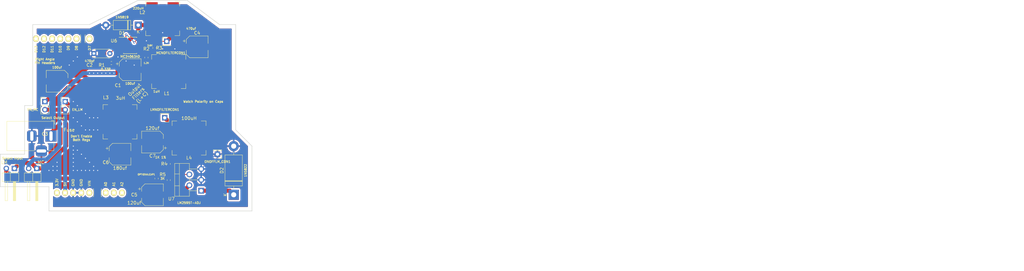
<source format=kicad_pcb>
(kicad_pcb (version 20171130) (host pcbnew 5.0.2+dfsg1-1~bpo9+1)

  (general
    (thickness 1.6)
    (drawings 25)
    (tracks 173)
    (zones 0)
    (modules 31)
    (nets 21)
  )

  (page USLetter)
  (title_block
    (title "Project Title")
    (date 2017-08-14)
    (rev v1.0)
    (company "Released under the CERN Open Hardware License v1.2")
    (comment 1 "Project based on template adapted by jenner@wickerbox.net")
    (comment 2 "Original template by Jonathan (poulc13)")
  )

  (layers
    (0 F.Cu signal)
    (31 B.Cu signal)
    (34 B.Paste user)
    (35 F.Paste user)
    (36 B.SilkS user)
    (37 F.SilkS user)
    (38 B.Mask user)
    (39 F.Mask user)
    (40 Dwgs.User user)
    (44 Edge.Cuts user)
    (48 B.Fab user)
    (49 F.Fab user)
  )

  (setup
    (last_trace_width 0.254)
    (user_trace_width 0.1524)
    (user_trace_width 0.254)
    (user_trace_width 0.3302)
    (user_trace_width 0.508)
    (user_trace_width 0.762)
    (user_trace_width 1.27)
    (trace_clearance 0.254)
    (zone_clearance 0.508)
    (zone_45_only no)
    (trace_min 0.1524)
    (segment_width 0.1524)
    (edge_width 0.1524)
    (via_size 0.6858)
    (via_drill 0.3302)
    (via_min_size 0.6858)
    (via_min_drill 0.3302)
    (user_via 0.6858 0.3302)
    (user_via 0.762 0.4064)
    (user_via 0.8636 0.508)
    (uvia_size 0.6858)
    (uvia_drill 0.3302)
    (uvias_allowed no)
    (uvia_min_size 0)
    (uvia_min_drill 0)
    (pcb_text_width 0.1524)
    (pcb_text_size 1.016 1.016)
    (mod_edge_width 0.1524)
    (mod_text_size 1.016 1.016)
    (mod_text_width 0.1524)
    (pad_size 3.5 3.5)
    (pad_drill 3)
    (pad_to_mask_clearance 0.0762)
    (solder_mask_min_width 0.1016)
    (pad_to_paste_clearance -0.0762)
    (aux_axis_origin 0 0)
    (visible_elements 7FFFFFFF)
    (pcbplotparams
      (layerselection 0x310fc_ffffffff)
      (usegerberextensions true)
      (usegerberattributes false)
      (usegerberadvancedattributes false)
      (creategerberjobfile false)
      (excludeedgelayer true)
      (linewidth 0.100000)
      (plotframeref false)
      (viasonmask false)
      (mode 1)
      (useauxorigin false)
      (hpglpennumber 1)
      (hpglpenspeed 20)
      (hpglpendiameter 15.000000)
      (psnegative false)
      (psa4output false)
      (plotreference true)
      (plotvalue true)
      (plotinvisibletext false)
      (padsonsilk false)
      (subtractmaskfromsilk false)
      (outputformat 1)
      (mirror false)
      (drillshape 0)
      (scaleselection 1)
      (outputdirectory "gerbers_rev1/"))
  )

  (net 0 "")
  (net 1 GND)
  (net 2 +5V)
  (net 3 /A0)
  (net 4 /A1)
  (net 5 /A2)
  (net 6 /D7)
  (net 7 "Net-(C2-Pad1)")
  (net 8 /MCVIN)
  (net 9 /AfterMCFilter)
  (net 10 /MCVOUTWOUTFILTER)
  (net 11 /LMVIN)
  (net 12 /AfterLMFilter)
  (net 13 /LMVOUTWOUTFILTER)
  (net 14 /TOINDUCTOR_MC)
  (net 15 /LM_TOINDUCTOR)
  (net 16 /VINAFTERFUSE)
  (net 17 VIN)
  (net 18 "Net-(OPTIONALCAP1-Pad2)")
  (net 19 "Net-(R1-Pad1)")
  (net 20 "Net-(R2-Pad2)")

  (net_class Default "This is the default net class."
    (clearance 0.254)
    (trace_width 0.254)
    (via_dia 0.6858)
    (via_drill 0.3302)
    (uvia_dia 0.6858)
    (uvia_drill 0.3302)
    (add_net +5V)
    (add_net /A0)
    (add_net /A1)
    (add_net /A2)
    (add_net /AfterLMFilter)
    (add_net /AfterMCFilter)
    (add_net /D7)
    (add_net /LMVIN)
    (add_net /LMVOUTWOUTFILTER)
    (add_net /LM_TOINDUCTOR)
    (add_net /MCVIN)
    (add_net /MCVOUTWOUTFILTER)
    (add_net /TOINDUCTOR_MC)
    (add_net /VINAFTERFUSE)
    (add_net GND)
    (add_net "Net-(C2-Pad1)")
    (add_net "Net-(OPTIONALCAP1-Pad2)")
    (add_net "Net-(R1-Pad1)")
    (add_net "Net-(R2-Pad2)")
    (add_net VIN)
  )

  (module Fuse:Fuse_0805_2012Metric (layer F.Cu) (tedit 5DE9FFF4) (tstamp 5DF68785)
    (at 57.785 86.995 180)
    (descr "Fuse SMD 0805 (2012 Metric), square (rectangular) end terminal, IPC_7351 nominal, (Body size source: https://docs.google.com/spreadsheets/d/1BsfQQcO9C6DZCsRaXUlFlo91Tg2WpOkGARC1WS5S8t0/edit?usp=sharing), generated with kicad-footprint-generator")
    (tags resistor)
    (path /5DEDB474)
    (attr smd)
    (fp_text reference F1 (at 0 -1.65 180) (layer F.SilkS) hide
      (effects (font (size 1 1) (thickness 0.15)))
    )
    (fp_text value Fuse (at -1.905 -1.905 180) (layer F.SilkS)
      (effects (font (size 1 1) (thickness 0.15)))
    )
    (fp_text user %R (at 0 0 180) (layer F.Fab)
      (effects (font (size 0.5 0.5) (thickness 0.08)))
    )
    (fp_line (start 1.68 0.95) (end -1.68 0.95) (layer F.CrtYd) (width 0.05))
    (fp_line (start 1.68 -0.95) (end 1.68 0.95) (layer F.CrtYd) (width 0.05))
    (fp_line (start -1.68 -0.95) (end 1.68 -0.95) (layer F.CrtYd) (width 0.05))
    (fp_line (start -1.68 0.95) (end -1.68 -0.95) (layer F.CrtYd) (width 0.05))
    (fp_line (start -0.258578 0.71) (end 0.258578 0.71) (layer F.SilkS) (width 0.12))
    (fp_line (start -0.258578 -0.71) (end 0.258578 -0.71) (layer F.SilkS) (width 0.12))
    (fp_line (start 1 0.6) (end -1 0.6) (layer F.Fab) (width 0.1))
    (fp_line (start 1 -0.6) (end 1 0.6) (layer F.Fab) (width 0.1))
    (fp_line (start -1 -0.6) (end 1 -0.6) (layer F.Fab) (width 0.1))
    (fp_line (start -1 0.6) (end -1 -0.6) (layer F.Fab) (width 0.1))
    (pad 2 smd roundrect (at 0.9375 0 180) (size 0.975 1.4) (layers F.Cu F.Paste F.Mask) (roundrect_rratio 0.25)
      (net 17 VIN))
    (pad 1 smd roundrect (at -0.9375 0 180) (size 0.975 1.4) (layers F.Cu F.Paste F.Mask) (roundrect_rratio 0.25)
      (net 16 /VINAFTERFUSE))
    (model ${KISYS3DMOD}/Fuse.3dshapes/Fuse_0805_2012Metric.wrl
      (at (xyz 0 0 0))
      (scale (xyz 1 1 1))
      (rotate (xyz 0 0 0))
    )
  )

  (module Connector_PinHeader_2.54mm:PinHeader_1x02_P2.54mm_Vertical (layer F.Cu) (tedit 5DEA0028) (tstamp 5DF68874)
    (at 58.42 80.01)
    (descr "Through hole straight pin header, 1x02, 2.54mm pitch, single row")
    (tags "Through hole pin header THT 1x02 2.54mm single row")
    (path /5DF1489B)
    (fp_text reference JP4 (at 0 -2.33) (layer F.SilkS) hide
      (effects (font (size 1 1) (thickness 0.15)))
    )
    (fp_text value EN_LM (at 3.81 2.54) (layer F.SilkS)
      (effects (font (size 0.7 0.7) (thickness 0.15)))
    )
    (fp_text user %R (at 0 1.27 90) (layer F.Fab)
      (effects (font (size 1 1) (thickness 0.15)))
    )
    (fp_line (start 1.8 -1.8) (end -1.8 -1.8) (layer F.CrtYd) (width 0.05))
    (fp_line (start 1.8 4.35) (end 1.8 -1.8) (layer F.CrtYd) (width 0.05))
    (fp_line (start -1.8 4.35) (end 1.8 4.35) (layer F.CrtYd) (width 0.05))
    (fp_line (start -1.8 -1.8) (end -1.8 4.35) (layer F.CrtYd) (width 0.05))
    (fp_line (start -1.33 -1.33) (end 0 -1.33) (layer F.SilkS) (width 0.12))
    (fp_line (start -1.33 0) (end -1.33 -1.33) (layer F.SilkS) (width 0.12))
    (fp_line (start -1.33 1.27) (end 1.33 1.27) (layer F.SilkS) (width 0.12))
    (fp_line (start 1.33 1.27) (end 1.33 3.87) (layer F.SilkS) (width 0.12))
    (fp_line (start -1.33 1.27) (end -1.33 3.87) (layer F.SilkS) (width 0.12))
    (fp_line (start -1.33 3.87) (end 1.33 3.87) (layer F.SilkS) (width 0.12))
    (fp_line (start -1.27 -0.635) (end -0.635 -1.27) (layer F.Fab) (width 0.1))
    (fp_line (start -1.27 3.81) (end -1.27 -0.635) (layer F.Fab) (width 0.1))
    (fp_line (start 1.27 3.81) (end -1.27 3.81) (layer F.Fab) (width 0.1))
    (fp_line (start 1.27 -1.27) (end 1.27 3.81) (layer F.Fab) (width 0.1))
    (fp_line (start -0.635 -1.27) (end 1.27 -1.27) (layer F.Fab) (width 0.1))
    (pad 2 thru_hole oval (at 0 2.54) (size 1.7 1.7) (drill 1) (layers *.Cu *.Mask)
      (net 2 +5V))
    (pad 1 thru_hole rect (at 0 0) (size 1.7 1.7) (drill 1) (layers *.Cu *.Mask)
      (net 12 /AfterLMFilter))
    (model ${KISYS3DMOD}/Connector_PinHeader_2.54mm.3dshapes/PinHeader_1x02_P2.54mm_Vertical.wrl
      (at (xyz 0 0 0))
      (scale (xyz 1 1 1))
      (rotate (xyz 0 0 0))
    )
  )

  (module Capacitor_THT:C_Disc_D4.7mm_W2.5mm_P5.00mm (layer F.Cu) (tedit 5DE9F385) (tstamp 5DF68648)
    (at 72.39 64.9475 180)
    (descr "C, Disc series, Radial, pin pitch=5.00mm, , diameter*width=4.7*2.5mm^2, Capacitor, http://www.vishay.com/docs/45233/krseries.pdf")
    (tags "C Disc series Radial pin pitch 5.00mm  diameter 4.7mm width 2.5mm Capacitor")
    (path /5DEC3B0B)
    (fp_text reference C2 (at 6.35 -3.6325 180) (layer F.SilkS)
      (effects (font (size 1 1) (thickness 0.15)))
    )
    (fp_text value 470pf (at 6.35 -2.3625) (layer F.SilkS)
      (effects (font (size 0.7 0.7) (thickness 0.15)))
    )
    (fp_text user %R (at 2.5 0 270) (layer F.Fab)
      (effects (font (size 0.94 0.94) (thickness 0.141)))
    )
    (fp_line (start 6.05 -1.5) (end -1.05 -1.5) (layer F.CrtYd) (width 0.05))
    (fp_line (start 6.05 1.5) (end 6.05 -1.5) (layer F.CrtYd) (width 0.05))
    (fp_line (start -1.05 1.5) (end 6.05 1.5) (layer F.CrtYd) (width 0.05))
    (fp_line (start -1.05 -1.5) (end -1.05 1.5) (layer F.CrtYd) (width 0.05))
    (fp_line (start 4.97 1.055) (end 4.97 1.37) (layer F.SilkS) (width 0.12))
    (fp_line (start 4.97 -1.37) (end 4.97 -1.055) (layer F.SilkS) (width 0.12))
    (fp_line (start 0.03 1.055) (end 0.03 1.37) (layer F.SilkS) (width 0.12))
    (fp_line (start 0.03 -1.37) (end 0.03 -1.055) (layer F.SilkS) (width 0.12))
    (fp_line (start 0.03 1.37) (end 4.97 1.37) (layer F.SilkS) (width 0.12))
    (fp_line (start 0.03 -1.37) (end 4.97 -1.37) (layer F.SilkS) (width 0.12))
    (fp_line (start 4.85 -1.25) (end 0.15 -1.25) (layer F.Fab) (width 0.1))
    (fp_line (start 4.85 1.25) (end 4.85 -1.25) (layer F.Fab) (width 0.1))
    (fp_line (start 0.15 1.25) (end 4.85 1.25) (layer F.Fab) (width 0.1))
    (fp_line (start 0.15 -1.25) (end 0.15 1.25) (layer F.Fab) (width 0.1))
    (pad 2 thru_hole circle (at 5 0 180) (size 1.6 1.6) (drill 0.8) (layers *.Cu *.Mask)
      (net 1 GND))
    (pad 1 thru_hole circle (at 0 0 180) (size 1.6 1.6) (drill 0.8) (layers *.Cu *.Mask)
      (net 7 "Net-(C2-Pad1)"))
    (model ${KISYS3DMOD}/Capacitor_THT.3dshapes/C_Disc_D4.7mm_W2.5mm_P5.00mm.wrl
      (at (xyz 0 0 0))
      (scale (xyz 1 1 1))
      (rotate (xyz 0 0 0))
    )
  )

  (module Connector_PinHeader_2.54mm:PinHeader_1x02_P2.54mm_Vertical (layer F.Cu) (tedit 5DEA0022) (tstamp 5DF68841)
    (at 52.07 80.01)
    (descr "Through hole straight pin header, 1x02, 2.54mm pitch, single row")
    (tags "Through hole pin header THT 1x02 2.54mm single row")
    (path /5DED4D90)
    (fp_text reference JP3 (at 0 -2.33) (layer F.SilkS) hide
      (effects (font (size 1 1) (thickness 0.15)))
    )
    (fp_text value EN_MC (at -3.81 2.54) (layer F.SilkS)
      (effects (font (size 0.7 0.7) (thickness 0.15)))
    )
    (fp_text user %R (at 0 1.27 90) (layer F.Fab)
      (effects (font (size 1 1) (thickness 0.15)))
    )
    (fp_line (start 1.8 -1.8) (end -1.8 -1.8) (layer F.CrtYd) (width 0.05))
    (fp_line (start 1.8 4.35) (end 1.8 -1.8) (layer F.CrtYd) (width 0.05))
    (fp_line (start -1.8 4.35) (end 1.8 4.35) (layer F.CrtYd) (width 0.05))
    (fp_line (start -1.8 -1.8) (end -1.8 4.35) (layer F.CrtYd) (width 0.05))
    (fp_line (start -1.33 -1.33) (end 0 -1.33) (layer F.SilkS) (width 0.12))
    (fp_line (start -1.33 0) (end -1.33 -1.33) (layer F.SilkS) (width 0.12))
    (fp_line (start -1.33 1.27) (end 1.33 1.27) (layer F.SilkS) (width 0.12))
    (fp_line (start 1.33 1.27) (end 1.33 3.87) (layer F.SilkS) (width 0.12))
    (fp_line (start -1.33 1.27) (end -1.33 3.87) (layer F.SilkS) (width 0.12))
    (fp_line (start -1.33 3.87) (end 1.33 3.87) (layer F.SilkS) (width 0.12))
    (fp_line (start -1.27 -0.635) (end -0.635 -1.27) (layer F.Fab) (width 0.1))
    (fp_line (start -1.27 3.81) (end -1.27 -0.635) (layer F.Fab) (width 0.1))
    (fp_line (start 1.27 3.81) (end -1.27 3.81) (layer F.Fab) (width 0.1))
    (fp_line (start 1.27 -1.27) (end 1.27 3.81) (layer F.Fab) (width 0.1))
    (fp_line (start -0.635 -1.27) (end 1.27 -1.27) (layer F.Fab) (width 0.1))
    (pad 2 thru_hole oval (at 0 2.54) (size 1.7 1.7) (drill 1) (layers *.Cu *.Mask)
      (net 2 +5V))
    (pad 1 thru_hole rect (at 0 0) (size 1.7 1.7) (drill 1) (layers *.Cu *.Mask)
      (net 9 /AfterMCFilter))
    (model ${KISYS3DMOD}/Connector_PinHeader_2.54mm.3dshapes/PinHeader_1x02_P2.54mm_Vertical.wrl
      (at (xyz 0 0 0))
      (scale (xyz 1 1 1))
      (rotate (xyz 0 0 0))
    )
  )

  (module footprints:ARDUINO-101-SHIELD_EASYTOSOLDER_VERS locked (layer F.Cu) (tedit 5DC50B3F) (tstamp 5728CC97)
    (at 43.1292 108.585)
    (descr "Through hole socket strip")
    (tags "socket strip")
    (path /572986CB)
    (fp_text reference U5 (at 14.5 -8.5) (layer F.SilkS) hide
      (effects (font (size 1 1) (thickness 0.15)))
    )
    (fp_text value ARDUINO-101-SHIELD (at 22.5 -11) (layer F.SilkS) hide
      (effects (font (size 1 1) (thickness 0.15)))
    )
    (fp_line (start 24.63 -1.75) (end 24.63 1.75) (layer F.CrtYd) (width 0.05))
    (fp_line (start 24.13 1.27) (end 24.13 -1.27) (layer F.SilkS) (width 0.15))
    (fp_text user 3.3V (at 12.7 -3.233057 90) (layer F.SilkS)
      (effects (font (size 0.762 0.762) (thickness 0.1524)))
    )
    (fp_text user 5V (at 15.24 -2.688771 90) (layer F.SilkS)
      (effects (font (size 0.762 0.762) (thickness 0.1524)))
    )
    (fp_text user GND (at 17.78 -3.160486 90) (layer F.SilkS)
      (effects (font (size 0.762 0.762) (thickness 0.1524)))
    )
    (fp_text user GND (at 20.32 -3.160486 90) (layer F.SilkS)
      (effects (font (size 0.762 0.762) (thickness 0.1524)))
    )
    (fp_text user VIN (at 22.86 -2.906486 90) (layer F.SilkS)
      (effects (font (size 0.762 0.762) (thickness 0.1524)))
    )
    (fp_text user A0 (at 27.9654 -2.688771 90) (layer F.SilkS)
      (effects (font (size 0.762 0.762) (thickness 0.1524)))
    )
    (fp_text user A1 (at 30.5054 -2.688771 90) (layer F.SilkS)
      (effects (font (size 0.762 0.762) (thickness 0.1524)))
    )
    (fp_line (start 26.5938 1.2954) (end 26.5938 -1.2446) (layer F.SilkS) (width 0.15))
    (fp_text user A2 (at 33.0454 -2.688771 90) (layer F.SilkS)
      (effects (font (size 0.762 0.762) (thickness 0.1524)))
    )
    (fp_line (start 26.2154 -1.7246) (end 26.2154 1.7754) (layer F.CrtYd) (width 0.05))
    (fp_line (start 21.5138 -46.99) (end 21.5138 -49.53) (layer F.SilkS) (width 0.15))
    (fp_text user D7 (at 22.9362 -45.349886 90) (layer F.SilkS)
      (effects (font (size 0.762 0.762) (thickness 0.1524)))
    )
    (fp_line (start 21.1354 -50.01) (end 21.1354 -46.51) (layer F.CrtYd) (width 0.05))
    (fp_text user D10 (at 13.7414 -44.987029 90) (layer F.SilkS)
      (effects (font (size 0.762 0.762) (thickness 0.1524)))
    )
    (fp_text user D12 (at 8.6614 -44.987029 90) (layer F.SilkS)
      (effects (font (size 0.762 0.762) (thickness 0.1524)))
    )
    (fp_text user D9 (at 16.2814 -45.349886 90) (layer F.SilkS)
      (effects (font (size 0.762 0.762) (thickness 0.1524)))
    )
    (fp_text user D8 (at 18.8214 -45.349886 90) (layer F.SilkS)
      (effects (font (size 0.762 0.762) (thickness 0.1524)))
    )
    (fp_line (start 20.0914 -46.99) (end 20.0914 -49.53) (layer F.SilkS) (width 0.15))
    (fp_text user D11 (at 11.2014 -44.987029 90) (layer F.SilkS)
      (effects (font (size 0.762 0.762) (thickness 0.1524)))
    )
    (fp_text user D13 (at 6.1722 -44.987029 90) (layer F.SilkS)
      (effects (font (size 0.762 0.762) (thickness 0.1524)))
    )
    (fp_line (start 20.5914 -50.01) (end 20.5914 -46.51) (layer F.CrtYd) (width 0.05))
    (pad 3V3 thru_hole oval (at 12.7 0) (size 1.7272 2.032) (drill 1.016) (layers *.Cu *.Mask F.SilkS))
    (pad 5V thru_hole oval (at 15.24 0) (size 1.7272 2.032) (drill 1.016) (layers *.Cu *.Mask F.SilkS)
      (net 2 +5V))
    (pad GND1 thru_hole oval (at 17.78 0) (size 1.7272 2.032) (drill 1.016) (layers *.Cu *.Mask F.SilkS)
      (net 1 GND))
    (pad GND2 thru_hole oval (at 20.32 0) (size 1.7272 2.032) (drill 1.016) (layers *.Cu *.Mask F.SilkS)
      (net 1 GND))
    (pad VIN thru_hole oval (at 22.86 0) (size 1.7272 2.032) (drill 1.016) (layers *.Cu *.Mask F.SilkS)
      (net 17 VIN))
    (pad A0 thru_hole oval (at 27.9654 0) (size 1.7272 2.032) (drill 1.016) (layers *.Cu *.Mask F.SilkS)
      (net 3 /A0))
    (pad A1 thru_hole oval (at 30.5054 0) (size 1.7272 2.032) (drill 1.016) (layers *.Cu *.Mask F.SilkS)
      (net 4 /A1))
    (pad A2 thru_hole oval (at 33.0454 0) (size 1.7272 2.032) (drill 1.016) (layers *.Cu *.Mask F.SilkS)
      (net 5 /A2))
    (pad D7 thru_hole oval (at 22.8854 -48.26) (size 1.7272 2.032) (drill 1.016) (layers *.Cu *.Mask F.SilkS)
      (net 6 /D7))
    (pad D13 thru_hole oval (at 6.1214 -48.26) (size 1.7272 2.032) (drill 1.016) (layers *.Cu *.Mask F.SilkS))
    (pad D12 thru_hole oval (at 8.6614 -48.26) (size 1.7272 2.032) (drill 1.016) (layers *.Cu *.Mask F.SilkS))
    (pad D11 thru_hole oval (at 11.2014 -48.26) (size 1.7272 2.032) (drill 1.016) (layers *.Cu *.Mask F.SilkS))
    (pad D8 thru_hole oval (at 18.8214 -48.26) (size 1.7272 2.032) (drill 1.016) (layers *.Cu *.Mask F.SilkS))
    (pad D9 thru_hole oval (at 16.2814 -48.26) (size 1.7272 2.032) (drill 1.016) (layers *.Cu *.Mask F.SilkS))
    (pad D10 thru_hole oval (at 13.7414 -48.26) (size 1.7272 2.032) (drill 1.016) (layers *.Cu *.Mask F.SilkS))
    (model ${KIPRJMOD}/Socket_Arduino_Uno.3dshapes/Socket_header_Arduino_1x08.wrl
      (offset (xyz 8.889999866485596 0 0))
      (scale (xyz 1 1 1))
      (rotate (xyz 0 0 180))
    )
  )

  (module Capacitor_SMD:CP_Elec_6.3x5.9 (layer F.Cu) (tedit 5DE9F3AB) (tstamp 5DF68621)
    (at 78.74 70.0275)
    (descr "SMD capacitor, aluminum electrolytic, Panasonic C6, 6.3x5.9mm")
    (tags "capacitor electrolytic")
    (path /5DEBB5E5)
    (attr smd)
    (fp_text reference C1 (at -3.81 4.9025) (layer F.SilkS)
      (effects (font (size 1 1) (thickness 0.15)))
    )
    (fp_text value 100uf (at 0 4.35) (layer F.SilkS)
      (effects (font (size 0.7 0.7) (thickness 0.15)))
    )
    (fp_text user %R (at 0 0) (layer F.Fab)
      (effects (font (size 1 1) (thickness 0.15)))
    )
    (fp_line (start -4.8 1.05) (end -3.55 1.05) (layer F.CrtYd) (width 0.05))
    (fp_line (start -4.8 -1.05) (end -4.8 1.05) (layer F.CrtYd) (width 0.05))
    (fp_line (start -3.55 -1.05) (end -4.8 -1.05) (layer F.CrtYd) (width 0.05))
    (fp_line (start -3.55 1.05) (end -3.55 2.4) (layer F.CrtYd) (width 0.05))
    (fp_line (start -3.55 -2.4) (end -3.55 -1.05) (layer F.CrtYd) (width 0.05))
    (fp_line (start -3.55 -2.4) (end -2.4 -3.55) (layer F.CrtYd) (width 0.05))
    (fp_line (start -3.55 2.4) (end -2.4 3.55) (layer F.CrtYd) (width 0.05))
    (fp_line (start -2.4 -3.55) (end 3.55 -3.55) (layer F.CrtYd) (width 0.05))
    (fp_line (start -2.4 3.55) (end 3.55 3.55) (layer F.CrtYd) (width 0.05))
    (fp_line (start 3.55 1.05) (end 3.55 3.55) (layer F.CrtYd) (width 0.05))
    (fp_line (start 4.8 1.05) (end 3.55 1.05) (layer F.CrtYd) (width 0.05))
    (fp_line (start 4.8 -1.05) (end 4.8 1.05) (layer F.CrtYd) (width 0.05))
    (fp_line (start 3.55 -1.05) (end 4.8 -1.05) (layer F.CrtYd) (width 0.05))
    (fp_line (start 3.55 -3.55) (end 3.55 -1.05) (layer F.CrtYd) (width 0.05))
    (fp_line (start -4.04375 -2.24125) (end -4.04375 -1.45375) (layer F.SilkS) (width 0.12))
    (fp_line (start -4.4375 -1.8475) (end -3.65 -1.8475) (layer F.SilkS) (width 0.12))
    (fp_line (start -3.41 2.345563) (end -2.345563 3.41) (layer F.SilkS) (width 0.12))
    (fp_line (start -3.41 -2.345563) (end -2.345563 -3.41) (layer F.SilkS) (width 0.12))
    (fp_line (start -3.41 -2.345563) (end -3.41 -1.06) (layer F.SilkS) (width 0.12))
    (fp_line (start -3.41 2.345563) (end -3.41 1.06) (layer F.SilkS) (width 0.12))
    (fp_line (start -2.345563 3.41) (end 3.41 3.41) (layer F.SilkS) (width 0.12))
    (fp_line (start -2.345563 -3.41) (end 3.41 -3.41) (layer F.SilkS) (width 0.12))
    (fp_line (start 3.41 -3.41) (end 3.41 -1.06) (layer F.SilkS) (width 0.12))
    (fp_line (start 3.41 3.41) (end 3.41 1.06) (layer F.SilkS) (width 0.12))
    (fp_line (start -2.389838 -1.645) (end -2.389838 -1.015) (layer F.Fab) (width 0.1))
    (fp_line (start -2.704838 -1.33) (end -2.074838 -1.33) (layer F.Fab) (width 0.1))
    (fp_line (start -3.3 2.3) (end -2.3 3.3) (layer F.Fab) (width 0.1))
    (fp_line (start -3.3 -2.3) (end -2.3 -3.3) (layer F.Fab) (width 0.1))
    (fp_line (start -3.3 -2.3) (end -3.3 2.3) (layer F.Fab) (width 0.1))
    (fp_line (start -2.3 3.3) (end 3.3 3.3) (layer F.Fab) (width 0.1))
    (fp_line (start -2.3 -3.3) (end 3.3 -3.3) (layer F.Fab) (width 0.1))
    (fp_line (start 3.3 -3.3) (end 3.3 3.3) (layer F.Fab) (width 0.1))
    (fp_circle (center 0 0) (end 3.15 0) (layer F.Fab) (width 0.1))
    (pad 2 smd roundrect (at 2.8 0) (size 3.5 1.6) (layers F.Cu F.Paste F.Mask) (roundrect_rratio 0.15625)
      (net 1 GND))
    (pad 1 smd roundrect (at -2.8 0) (size 3.5 1.6) (layers F.Cu F.Paste F.Mask) (roundrect_rratio 0.15625)
      (net 8 /MCVIN))
    (model ${KISYS3DMOD}/Capacitor_SMD.3dshapes/CP_Elec_6.3x5.9.wrl
      (at (xyz 0 0 0))
      (scale (xyz 1 1 1))
      (rotate (xyz 0 0 0))
    )
  )

  (module Capacitor_SMD:CP_Elec_6.3x5.9 (layer F.Cu) (tedit 5DE9F2F6) (tstamp 5DF68696)
    (at 55.88 73.66 180)
    (descr "SMD capacitor, aluminum electrolytic, Panasonic C6, 6.3x5.9mm")
    (tags "capacitor electrolytic")
    (path /5DED31AD)
    (attr smd)
    (fp_text reference C3 (at 3.81 -16.51 180) (layer F.SilkS)
      (effects (font (size 1 1) (thickness 0.15)))
    )
    (fp_text value 100uf (at 0 4.35 180) (layer F.SilkS)
      (effects (font (size 0.7 0.7) (thickness 0.15)))
    )
    (fp_text user %R (at 0 0 180) (layer F.Fab)
      (effects (font (size 1 1) (thickness 0.15)))
    )
    (fp_line (start -4.8 1.05) (end -3.55 1.05) (layer F.CrtYd) (width 0.05))
    (fp_line (start -4.8 -1.05) (end -4.8 1.05) (layer F.CrtYd) (width 0.05))
    (fp_line (start -3.55 -1.05) (end -4.8 -1.05) (layer F.CrtYd) (width 0.05))
    (fp_line (start -3.55 1.05) (end -3.55 2.4) (layer F.CrtYd) (width 0.05))
    (fp_line (start -3.55 -2.4) (end -3.55 -1.05) (layer F.CrtYd) (width 0.05))
    (fp_line (start -3.55 -2.4) (end -2.4 -3.55) (layer F.CrtYd) (width 0.05))
    (fp_line (start -3.55 2.4) (end -2.4 3.55) (layer F.CrtYd) (width 0.05))
    (fp_line (start -2.4 -3.55) (end 3.55 -3.55) (layer F.CrtYd) (width 0.05))
    (fp_line (start -2.4 3.55) (end 3.55 3.55) (layer F.CrtYd) (width 0.05))
    (fp_line (start 3.55 1.05) (end 3.55 3.55) (layer F.CrtYd) (width 0.05))
    (fp_line (start 4.8 1.05) (end 3.55 1.05) (layer F.CrtYd) (width 0.05))
    (fp_line (start 4.8 -1.05) (end 4.8 1.05) (layer F.CrtYd) (width 0.05))
    (fp_line (start 3.55 -1.05) (end 4.8 -1.05) (layer F.CrtYd) (width 0.05))
    (fp_line (start 3.55 -3.55) (end 3.55 -1.05) (layer F.CrtYd) (width 0.05))
    (fp_line (start -4.04375 -2.24125) (end -4.04375 -1.45375) (layer F.SilkS) (width 0.12))
    (fp_line (start -4.4375 -1.8475) (end -3.65 -1.8475) (layer F.SilkS) (width 0.12))
    (fp_line (start -3.41 2.345563) (end -2.345563 3.41) (layer F.SilkS) (width 0.12))
    (fp_line (start -3.41 -2.345563) (end -2.345563 -3.41) (layer F.SilkS) (width 0.12))
    (fp_line (start -3.41 -2.345563) (end -3.41 -1.06) (layer F.SilkS) (width 0.12))
    (fp_line (start -3.41 2.345563) (end -3.41 1.06) (layer F.SilkS) (width 0.12))
    (fp_line (start -2.345563 3.41) (end 3.41 3.41) (layer F.SilkS) (width 0.12))
    (fp_line (start -2.345563 -3.41) (end 3.41 -3.41) (layer F.SilkS) (width 0.12))
    (fp_line (start 3.41 -3.41) (end 3.41 -1.06) (layer F.SilkS) (width 0.12))
    (fp_line (start 3.41 3.41) (end 3.41 1.06) (layer F.SilkS) (width 0.12))
    (fp_line (start -2.389838 -1.645) (end -2.389838 -1.015) (layer F.Fab) (width 0.1))
    (fp_line (start -2.704838 -1.33) (end -2.074838 -1.33) (layer F.Fab) (width 0.1))
    (fp_line (start -3.3 2.3) (end -2.3 3.3) (layer F.Fab) (width 0.1))
    (fp_line (start -3.3 -2.3) (end -2.3 -3.3) (layer F.Fab) (width 0.1))
    (fp_line (start -3.3 -2.3) (end -3.3 2.3) (layer F.Fab) (width 0.1))
    (fp_line (start -2.3 3.3) (end 3.3 3.3) (layer F.Fab) (width 0.1))
    (fp_line (start -2.3 -3.3) (end 3.3 -3.3) (layer F.Fab) (width 0.1))
    (fp_line (start 3.3 -3.3) (end 3.3 3.3) (layer F.Fab) (width 0.1))
    (fp_circle (center 0 0) (end 3.15 0) (layer F.Fab) (width 0.1))
    (pad 2 smd roundrect (at 2.8 0 180) (size 3.5 1.6) (layers F.Cu F.Paste F.Mask) (roundrect_rratio 0.15625)
      (net 1 GND))
    (pad 1 smd roundrect (at -2.8 0 180) (size 3.5 1.6) (layers F.Cu F.Paste F.Mask) (roundrect_rratio 0.15625)
      (net 9 /AfterMCFilter))
    (model ${KISYS3DMOD}/Capacitor_SMD.3dshapes/CP_Elec_6.3x5.9.wrl
      (at (xyz 0 0 0))
      (scale (xyz 1 1 1))
      (rotate (xyz 0 0 0))
    )
  )

  (module Capacitor_SMD:CP_Elec_6.3x5.9 (layer F.Cu) (tedit 5DE9F3A3) (tstamp 5DF686BE)
    (at 99.695 62.865)
    (descr "SMD capacitor, aluminum electrolytic, Panasonic C6, 6.3x5.9mm")
    (tags "capacitor electrolytic")
    (path /5DEC12E3)
    (attr smd)
    (fp_text reference C4 (at 0 -4.35) (layer F.SilkS)
      (effects (font (size 1 1) (thickness 0.15)))
    )
    (fp_text value 470uf (at -1.905 -5.715) (layer F.SilkS)
      (effects (font (size 0.7 0.7) (thickness 0.15)))
    )
    (fp_circle (center 0 0) (end 3.15 0) (layer F.Fab) (width 0.1))
    (fp_line (start 3.3 -3.3) (end 3.3 3.3) (layer F.Fab) (width 0.1))
    (fp_line (start -2.3 -3.3) (end 3.3 -3.3) (layer F.Fab) (width 0.1))
    (fp_line (start -2.3 3.3) (end 3.3 3.3) (layer F.Fab) (width 0.1))
    (fp_line (start -3.3 -2.3) (end -3.3 2.3) (layer F.Fab) (width 0.1))
    (fp_line (start -3.3 -2.3) (end -2.3 -3.3) (layer F.Fab) (width 0.1))
    (fp_line (start -3.3 2.3) (end -2.3 3.3) (layer F.Fab) (width 0.1))
    (fp_line (start -2.704838 -1.33) (end -2.074838 -1.33) (layer F.Fab) (width 0.1))
    (fp_line (start -2.389838 -1.645) (end -2.389838 -1.015) (layer F.Fab) (width 0.1))
    (fp_line (start 3.41 3.41) (end 3.41 1.06) (layer F.SilkS) (width 0.12))
    (fp_line (start 3.41 -3.41) (end 3.41 -1.06) (layer F.SilkS) (width 0.12))
    (fp_line (start -2.345563 -3.41) (end 3.41 -3.41) (layer F.SilkS) (width 0.12))
    (fp_line (start -2.345563 3.41) (end 3.41 3.41) (layer F.SilkS) (width 0.12))
    (fp_line (start -3.41 2.345563) (end -3.41 1.06) (layer F.SilkS) (width 0.12))
    (fp_line (start -3.41 -2.345563) (end -3.41 -1.06) (layer F.SilkS) (width 0.12))
    (fp_line (start -3.41 -2.345563) (end -2.345563 -3.41) (layer F.SilkS) (width 0.12))
    (fp_line (start -3.41 2.345563) (end -2.345563 3.41) (layer F.SilkS) (width 0.12))
    (fp_line (start -4.4375 -1.8475) (end -3.65 -1.8475) (layer F.SilkS) (width 0.12))
    (fp_line (start -4.04375 -2.24125) (end -4.04375 -1.45375) (layer F.SilkS) (width 0.12))
    (fp_line (start 3.55 -3.55) (end 3.55 -1.05) (layer F.CrtYd) (width 0.05))
    (fp_line (start 3.55 -1.05) (end 4.8 -1.05) (layer F.CrtYd) (width 0.05))
    (fp_line (start 4.8 -1.05) (end 4.8 1.05) (layer F.CrtYd) (width 0.05))
    (fp_line (start 4.8 1.05) (end 3.55 1.05) (layer F.CrtYd) (width 0.05))
    (fp_line (start 3.55 1.05) (end 3.55 3.55) (layer F.CrtYd) (width 0.05))
    (fp_line (start -2.4 3.55) (end 3.55 3.55) (layer F.CrtYd) (width 0.05))
    (fp_line (start -2.4 -3.55) (end 3.55 -3.55) (layer F.CrtYd) (width 0.05))
    (fp_line (start -3.55 2.4) (end -2.4 3.55) (layer F.CrtYd) (width 0.05))
    (fp_line (start -3.55 -2.4) (end -2.4 -3.55) (layer F.CrtYd) (width 0.05))
    (fp_line (start -3.55 -2.4) (end -3.55 -1.05) (layer F.CrtYd) (width 0.05))
    (fp_line (start -3.55 1.05) (end -3.55 2.4) (layer F.CrtYd) (width 0.05))
    (fp_line (start -3.55 -1.05) (end -4.8 -1.05) (layer F.CrtYd) (width 0.05))
    (fp_line (start -4.8 -1.05) (end -4.8 1.05) (layer F.CrtYd) (width 0.05))
    (fp_line (start -4.8 1.05) (end -3.55 1.05) (layer F.CrtYd) (width 0.05))
    (fp_text user %R (at 0 0 180) (layer F.Fab)
      (effects (font (size 1 1) (thickness 0.15)))
    )
    (pad 1 smd roundrect (at -2.8 0) (size 3.5 1.6) (layers F.Cu F.Paste F.Mask) (roundrect_rratio 0.15625)
      (net 10 /MCVOUTWOUTFILTER))
    (pad 2 smd roundrect (at 2.8 0) (size 3.5 1.6) (layers F.Cu F.Paste F.Mask) (roundrect_rratio 0.15625)
      (net 1 GND))
    (model ${KISYS3DMOD}/Capacitor_SMD.3dshapes/CP_Elec_6.3x5.9.wrl
      (at (xyz 0 0 0))
      (scale (xyz 1 1 1))
      (rotate (xyz 0 0 0))
    )
  )

  (module Capacitor_SMD:CP_Elec_6.3x5.9 (layer F.Cu) (tedit 5DE9F733) (tstamp 5DF686E6)
    (at 85.725 109.22)
    (descr "SMD capacitor, aluminum electrolytic, Panasonic C6, 6.3x5.9mm")
    (tags "capacitor electrolytic")
    (path /5DEE9ADF)
    (attr smd)
    (fp_text reference C5 (at -5.715 0) (layer F.SilkS)
      (effects (font (size 1 1) (thickness 0.15)))
    )
    (fp_text value 120uf (at -5.715 2.54) (layer F.SilkS)
      (effects (font (size 1 1) (thickness 0.15)))
    )
    (fp_circle (center 0 0) (end 3.15 0) (layer F.Fab) (width 0.1))
    (fp_line (start 3.3 -3.3) (end 3.3 3.3) (layer F.Fab) (width 0.1))
    (fp_line (start -2.3 -3.3) (end 3.3 -3.3) (layer F.Fab) (width 0.1))
    (fp_line (start -2.3 3.3) (end 3.3 3.3) (layer F.Fab) (width 0.1))
    (fp_line (start -3.3 -2.3) (end -3.3 2.3) (layer F.Fab) (width 0.1))
    (fp_line (start -3.3 -2.3) (end -2.3 -3.3) (layer F.Fab) (width 0.1))
    (fp_line (start -3.3 2.3) (end -2.3 3.3) (layer F.Fab) (width 0.1))
    (fp_line (start -2.704838 -1.33) (end -2.074838 -1.33) (layer F.Fab) (width 0.1))
    (fp_line (start -2.389838 -1.645) (end -2.389838 -1.015) (layer F.Fab) (width 0.1))
    (fp_line (start 3.41 3.41) (end 3.41 1.06) (layer F.SilkS) (width 0.12))
    (fp_line (start 3.41 -3.41) (end 3.41 -1.06) (layer F.SilkS) (width 0.12))
    (fp_line (start -2.345563 -3.41) (end 3.41 -3.41) (layer F.SilkS) (width 0.12))
    (fp_line (start -2.345563 3.41) (end 3.41 3.41) (layer F.SilkS) (width 0.12))
    (fp_line (start -3.41 2.345563) (end -3.41 1.06) (layer F.SilkS) (width 0.12))
    (fp_line (start -3.41 -2.345563) (end -3.41 -1.06) (layer F.SilkS) (width 0.12))
    (fp_line (start -3.41 -2.345563) (end -2.345563 -3.41) (layer F.SilkS) (width 0.12))
    (fp_line (start -3.41 2.345563) (end -2.345563 3.41) (layer F.SilkS) (width 0.12))
    (fp_line (start -4.4375 -1.8475) (end -3.65 -1.8475) (layer F.SilkS) (width 0.12))
    (fp_line (start -4.04375 -2.24125) (end -4.04375 -1.45375) (layer F.SilkS) (width 0.12))
    (fp_line (start 3.55 -3.55) (end 3.55 -1.05) (layer F.CrtYd) (width 0.05))
    (fp_line (start 3.55 -1.05) (end 4.8 -1.05) (layer F.CrtYd) (width 0.05))
    (fp_line (start 4.8 -1.05) (end 4.8 1.05) (layer F.CrtYd) (width 0.05))
    (fp_line (start 4.8 1.05) (end 3.55 1.05) (layer F.CrtYd) (width 0.05))
    (fp_line (start 3.55 1.05) (end 3.55 3.55) (layer F.CrtYd) (width 0.05))
    (fp_line (start -2.4 3.55) (end 3.55 3.55) (layer F.CrtYd) (width 0.05))
    (fp_line (start -2.4 -3.55) (end 3.55 -3.55) (layer F.CrtYd) (width 0.05))
    (fp_line (start -3.55 2.4) (end -2.4 3.55) (layer F.CrtYd) (width 0.05))
    (fp_line (start -3.55 -2.4) (end -2.4 -3.55) (layer F.CrtYd) (width 0.05))
    (fp_line (start -3.55 -2.4) (end -3.55 -1.05) (layer F.CrtYd) (width 0.05))
    (fp_line (start -3.55 1.05) (end -3.55 2.4) (layer F.CrtYd) (width 0.05))
    (fp_line (start -3.55 -1.05) (end -4.8 -1.05) (layer F.CrtYd) (width 0.05))
    (fp_line (start -4.8 -1.05) (end -4.8 1.05) (layer F.CrtYd) (width 0.05))
    (fp_line (start -4.8 1.05) (end -3.55 1.05) (layer F.CrtYd) (width 0.05))
    (fp_text user %R (at 0 0) (layer F.Fab)
      (effects (font (size 1 1) (thickness 0.15)))
    )
    (pad 1 smd roundrect (at -2.8 0) (size 3.5 1.6) (layers F.Cu F.Paste F.Mask) (roundrect_rratio 0.15625)
      (net 11 /LMVIN))
    (pad 2 smd roundrect (at 2.8 0) (size 3.5 1.6) (layers F.Cu F.Paste F.Mask) (roundrect_rratio 0.15625)
      (net 1 GND))
    (model ${KISYS3DMOD}/Capacitor_SMD.3dshapes/CP_Elec_6.3x5.9.wrl
      (at (xyz 0 0 0))
      (scale (xyz 1 1 1))
      (rotate (xyz 0 0 0))
    )
  )

  (module Capacitor_SMD:CP_Elec_6.3x5.9 (layer F.Cu) (tedit 5DE9F47B) (tstamp 5DF6870E)
    (at 75.565 96.52)
    (descr "SMD capacitor, aluminum electrolytic, Panasonic C6, 6.3x5.9mm")
    (tags "capacitor electrolytic")
    (path /5DF0F6F3)
    (attr smd)
    (fp_text reference C6 (at -4.445 2.54) (layer F.SilkS)
      (effects (font (size 1 1) (thickness 0.15)))
    )
    (fp_text value 180uf (at 0 4.35) (layer F.SilkS)
      (effects (font (size 1 1) (thickness 0.15)))
    )
    (fp_circle (center 0 0) (end 3.15 0) (layer F.Fab) (width 0.1))
    (fp_line (start 3.3 -3.3) (end 3.3 3.3) (layer F.Fab) (width 0.1))
    (fp_line (start -2.3 -3.3) (end 3.3 -3.3) (layer F.Fab) (width 0.1))
    (fp_line (start -2.3 3.3) (end 3.3 3.3) (layer F.Fab) (width 0.1))
    (fp_line (start -3.3 -2.3) (end -3.3 2.3) (layer F.Fab) (width 0.1))
    (fp_line (start -3.3 -2.3) (end -2.3 -3.3) (layer F.Fab) (width 0.1))
    (fp_line (start -3.3 2.3) (end -2.3 3.3) (layer F.Fab) (width 0.1))
    (fp_line (start -2.704838 -1.33) (end -2.074838 -1.33) (layer F.Fab) (width 0.1))
    (fp_line (start -2.389838 -1.645) (end -2.389838 -1.015) (layer F.Fab) (width 0.1))
    (fp_line (start 3.41 3.41) (end 3.41 1.06) (layer F.SilkS) (width 0.12))
    (fp_line (start 3.41 -3.41) (end 3.41 -1.06) (layer F.SilkS) (width 0.12))
    (fp_line (start -2.345563 -3.41) (end 3.41 -3.41) (layer F.SilkS) (width 0.12))
    (fp_line (start -2.345563 3.41) (end 3.41 3.41) (layer F.SilkS) (width 0.12))
    (fp_line (start -3.41 2.345563) (end -3.41 1.06) (layer F.SilkS) (width 0.12))
    (fp_line (start -3.41 -2.345563) (end -3.41 -1.06) (layer F.SilkS) (width 0.12))
    (fp_line (start -3.41 -2.345563) (end -2.345563 -3.41) (layer F.SilkS) (width 0.12))
    (fp_line (start -3.41 2.345563) (end -2.345563 3.41) (layer F.SilkS) (width 0.12))
    (fp_line (start -4.4375 -1.8475) (end -3.65 -1.8475) (layer F.SilkS) (width 0.12))
    (fp_line (start -4.04375 -2.24125) (end -4.04375 -1.45375) (layer F.SilkS) (width 0.12))
    (fp_line (start 3.55 -3.55) (end 3.55 -1.05) (layer F.CrtYd) (width 0.05))
    (fp_line (start 3.55 -1.05) (end 4.8 -1.05) (layer F.CrtYd) (width 0.05))
    (fp_line (start 4.8 -1.05) (end 4.8 1.05) (layer F.CrtYd) (width 0.05))
    (fp_line (start 4.8 1.05) (end 3.55 1.05) (layer F.CrtYd) (width 0.05))
    (fp_line (start 3.55 1.05) (end 3.55 3.55) (layer F.CrtYd) (width 0.05))
    (fp_line (start -2.4 3.55) (end 3.55 3.55) (layer F.CrtYd) (width 0.05))
    (fp_line (start -2.4 -3.55) (end 3.55 -3.55) (layer F.CrtYd) (width 0.05))
    (fp_line (start -3.55 2.4) (end -2.4 3.55) (layer F.CrtYd) (width 0.05))
    (fp_line (start -3.55 -2.4) (end -2.4 -3.55) (layer F.CrtYd) (width 0.05))
    (fp_line (start -3.55 -2.4) (end -3.55 -1.05) (layer F.CrtYd) (width 0.05))
    (fp_line (start -3.55 1.05) (end -3.55 2.4) (layer F.CrtYd) (width 0.05))
    (fp_line (start -3.55 -1.05) (end -4.8 -1.05) (layer F.CrtYd) (width 0.05))
    (fp_line (start -4.8 -1.05) (end -4.8 1.05) (layer F.CrtYd) (width 0.05))
    (fp_line (start -4.8 1.05) (end -3.55 1.05) (layer F.CrtYd) (width 0.05))
    (fp_text user %R (at 0 0) (layer F.Fab)
      (effects (font (size 1 1) (thickness 0.15)))
    )
    (pad 1 smd roundrect (at -2.8 0) (size 3.5 1.6) (layers F.Cu F.Paste F.Mask) (roundrect_rratio 0.15625)
      (net 12 /AfterLMFilter))
    (pad 2 smd roundrect (at 2.8 0) (size 3.5 1.6) (layers F.Cu F.Paste F.Mask) (roundrect_rratio 0.15625)
      (net 1 GND))
    (model ${KISYS3DMOD}/Capacitor_SMD.3dshapes/CP_Elec_6.3x5.9.wrl
      (at (xyz 0 0 0))
      (scale (xyz 1 1 1))
      (rotate (xyz 0 0 0))
    )
  )

  (module Capacitor_SMD:CP_Elec_6.3x5.9 (layer F.Cu) (tedit 5DE9F477) (tstamp 5DF68736)
    (at 85.725 92.71 180)
    (descr "SMD capacitor, aluminum electrolytic, Panasonic C6, 6.3x5.9mm")
    (tags "capacitor electrolytic")
    (path /5DEF4B20)
    (attr smd)
    (fp_text reference C7 (at 0 -4.35 180) (layer F.SilkS)
      (effects (font (size 1 1) (thickness 0.15)))
    )
    (fp_text value 120uf (at 0 4.35 180) (layer F.SilkS)
      (effects (font (size 1 1) (thickness 0.15)))
    )
    (fp_text user %R (at 0 0 180) (layer F.Fab)
      (effects (font (size 1 1) (thickness 0.15)))
    )
    (fp_line (start -4.8 1.05) (end -3.55 1.05) (layer F.CrtYd) (width 0.05))
    (fp_line (start -4.8 -1.05) (end -4.8 1.05) (layer F.CrtYd) (width 0.05))
    (fp_line (start -3.55 -1.05) (end -4.8 -1.05) (layer F.CrtYd) (width 0.05))
    (fp_line (start -3.55 1.05) (end -3.55 2.4) (layer F.CrtYd) (width 0.05))
    (fp_line (start -3.55 -2.4) (end -3.55 -1.05) (layer F.CrtYd) (width 0.05))
    (fp_line (start -3.55 -2.4) (end -2.4 -3.55) (layer F.CrtYd) (width 0.05))
    (fp_line (start -3.55 2.4) (end -2.4 3.55) (layer F.CrtYd) (width 0.05))
    (fp_line (start -2.4 -3.55) (end 3.55 -3.55) (layer F.CrtYd) (width 0.05))
    (fp_line (start -2.4 3.55) (end 3.55 3.55) (layer F.CrtYd) (width 0.05))
    (fp_line (start 3.55 1.05) (end 3.55 3.55) (layer F.CrtYd) (width 0.05))
    (fp_line (start 4.8 1.05) (end 3.55 1.05) (layer F.CrtYd) (width 0.05))
    (fp_line (start 4.8 -1.05) (end 4.8 1.05) (layer F.CrtYd) (width 0.05))
    (fp_line (start 3.55 -1.05) (end 4.8 -1.05) (layer F.CrtYd) (width 0.05))
    (fp_line (start 3.55 -3.55) (end 3.55 -1.05) (layer F.CrtYd) (width 0.05))
    (fp_line (start -4.04375 -2.24125) (end -4.04375 -1.45375) (layer F.SilkS) (width 0.12))
    (fp_line (start -4.4375 -1.8475) (end -3.65 -1.8475) (layer F.SilkS) (width 0.12))
    (fp_line (start -3.41 2.345563) (end -2.345563 3.41) (layer F.SilkS) (width 0.12))
    (fp_line (start -3.41 -2.345563) (end -2.345563 -3.41) (layer F.SilkS) (width 0.12))
    (fp_line (start -3.41 -2.345563) (end -3.41 -1.06) (layer F.SilkS) (width 0.12))
    (fp_line (start -3.41 2.345563) (end -3.41 1.06) (layer F.SilkS) (width 0.12))
    (fp_line (start -2.345563 3.41) (end 3.41 3.41) (layer F.SilkS) (width 0.12))
    (fp_line (start -2.345563 -3.41) (end 3.41 -3.41) (layer F.SilkS) (width 0.12))
    (fp_line (start 3.41 -3.41) (end 3.41 -1.06) (layer F.SilkS) (width 0.12))
    (fp_line (start 3.41 3.41) (end 3.41 1.06) (layer F.SilkS) (width 0.12))
    (fp_line (start -2.389838 -1.645) (end -2.389838 -1.015) (layer F.Fab) (width 0.1))
    (fp_line (start -2.704838 -1.33) (end -2.074838 -1.33) (layer F.Fab) (width 0.1))
    (fp_line (start -3.3 2.3) (end -2.3 3.3) (layer F.Fab) (width 0.1))
    (fp_line (start -3.3 -2.3) (end -2.3 -3.3) (layer F.Fab) (width 0.1))
    (fp_line (start -3.3 -2.3) (end -3.3 2.3) (layer F.Fab) (width 0.1))
    (fp_line (start -2.3 3.3) (end 3.3 3.3) (layer F.Fab) (width 0.1))
    (fp_line (start -2.3 -3.3) (end 3.3 -3.3) (layer F.Fab) (width 0.1))
    (fp_line (start 3.3 -3.3) (end 3.3 3.3) (layer F.Fab) (width 0.1))
    (fp_circle (center 0 0) (end 3.15 0) (layer F.Fab) (width 0.1))
    (pad 2 smd roundrect (at 2.8 0 180) (size 3.5 1.6) (layers F.Cu F.Paste F.Mask) (roundrect_rratio 0.15625)
      (net 1 GND))
    (pad 1 smd roundrect (at -2.8 0 180) (size 3.5 1.6) (layers F.Cu F.Paste F.Mask) (roundrect_rratio 0.15625)
      (net 13 /LMVOUTWOUTFILTER))
    (model ${KISYS3DMOD}/Capacitor_SMD.3dshapes/CP_Elec_6.3x5.9.wrl
      (at (xyz 0 0 0))
      (scale (xyz 1 1 1))
      (rotate (xyz 0 0 0))
    )
  )

  (module Diode_THT:D_DO-41_SOD81_P10.16mm_Horizontal (layer F.Cu) (tedit 5DE9F2C6) (tstamp 5DF68755)
    (at 81.28 56.0575 180)
    (descr "Diode, DO-41_SOD81 series, Axial, Horizontal, pin pitch=10.16mm, , length*diameter=5.2*2.7mm^2, , http://www.diodes.com/_files/packages/DO-41%20(Plastic).pdf")
    (tags "Diode DO-41_SOD81 series Axial Horizontal pin pitch 10.16mm  length 5.2mm diameter 2.7mm")
    (path /5DEC3F6F)
    (fp_text reference D1 (at 5.08 -2.47 180) (layer F.SilkS)
      (effects (font (size 1 1) (thickness 0.15)))
    )
    (fp_text value 1N5819 (at 5.08 2.47 180) (layer F.SilkS)
      (effects (font (size 0.7 0.7) (thickness 0.15)))
    )
    (fp_line (start 2.48 -1.35) (end 2.48 1.35) (layer F.Fab) (width 0.1))
    (fp_line (start 2.48 1.35) (end 7.68 1.35) (layer F.Fab) (width 0.1))
    (fp_line (start 7.68 1.35) (end 7.68 -1.35) (layer F.Fab) (width 0.1))
    (fp_line (start 7.68 -1.35) (end 2.48 -1.35) (layer F.Fab) (width 0.1))
    (fp_line (start 0 0) (end 2.48 0) (layer F.Fab) (width 0.1))
    (fp_line (start 10.16 0) (end 7.68 0) (layer F.Fab) (width 0.1))
    (fp_line (start 3.26 -1.35) (end 3.26 1.35) (layer F.Fab) (width 0.1))
    (fp_line (start 3.36 -1.35) (end 3.36 1.35) (layer F.Fab) (width 0.1))
    (fp_line (start 3.16 -1.35) (end 3.16 1.35) (layer F.Fab) (width 0.1))
    (fp_line (start 2.36 -1.47) (end 2.36 1.47) (layer F.SilkS) (width 0.12))
    (fp_line (start 2.36 1.47) (end 7.8 1.47) (layer F.SilkS) (width 0.12))
    (fp_line (start 7.8 1.47) (end 7.8 -1.47) (layer F.SilkS) (width 0.12))
    (fp_line (start 7.8 -1.47) (end 2.36 -1.47) (layer F.SilkS) (width 0.12))
    (fp_line (start 1.34 0) (end 2.36 0) (layer F.SilkS) (width 0.12))
    (fp_line (start 8.82 0) (end 7.8 0) (layer F.SilkS) (width 0.12))
    (fp_line (start 3.26 -1.47) (end 3.26 1.47) (layer F.SilkS) (width 0.12))
    (fp_line (start 3.38 -1.47) (end 3.38 1.47) (layer F.SilkS) (width 0.12))
    (fp_line (start 3.14 -1.47) (end 3.14 1.47) (layer F.SilkS) (width 0.12))
    (fp_line (start -1.35 -1.6) (end -1.35 1.6) (layer F.CrtYd) (width 0.05))
    (fp_line (start -1.35 1.6) (end 11.51 1.6) (layer F.CrtYd) (width 0.05))
    (fp_line (start 11.51 1.6) (end 11.51 -1.6) (layer F.CrtYd) (width 0.05))
    (fp_line (start 11.51 -1.6) (end -1.35 -1.6) (layer F.CrtYd) (width 0.05))
    (fp_text user %R (at 5.47 -0.635 180) (layer F.Fab)
      (effects (font (size 1 1) (thickness 0.15)))
    )
    (fp_text user K (at 0 -2.1 180) (layer F.Fab)
      (effects (font (size 1 1) (thickness 0.15)))
    )
    (fp_text user K (at 0 -2.1 180) (layer F.SilkS)
      (effects (font (size 1 1) (thickness 0.15)))
    )
    (pad 1 thru_hole rect (at 0 0 180) (size 2.2 2.2) (drill 1.1) (layers *.Cu *.Mask)
      (net 14 /TOINDUCTOR_MC))
    (pad 2 thru_hole oval (at 10.16 0 180) (size 2.2 2.2) (drill 1.1) (layers *.Cu *.Mask)
      (net 1 GND))
    (model ${KISYS3DMOD}/Diode_THT.3dshapes/D_DO-41_SOD81_P10.16mm_Horizontal.wrl
      (at (xyz 0 0 0))
      (scale (xyz 1 1 1))
      (rotate (xyz 0 0 0))
    )
  )

  (module Diode_THT:D_DO-201AD_P15.24mm_Horizontal (layer F.Cu) (tedit 5DE9FF9A) (tstamp 5DF68774)
    (at 111.125 109.22 90)
    (descr "Diode, DO-201AD series, Axial, Horizontal, pin pitch=15.24mm, , length*diameter=9.5*5.2mm^2, , http://www.diodes.com/_files/packages/DO-201AD.pdf")
    (tags "Diode DO-201AD series Axial Horizontal pin pitch 15.24mm  length 9.5mm diameter 5.2mm")
    (path /5DEED24C)
    (fp_text reference D2 (at 7.62 -3.72 90) (layer F.SilkS)
      (effects (font (size 1 1) (thickness 0.15)))
    )
    (fp_text value 1N5822 (at 7.62 3.72 90) (layer F.SilkS)
      (effects (font (size 0.7 0.7) (thickness 0.15)))
    )
    (fp_line (start 2.87 -2.6) (end 2.87 2.6) (layer F.Fab) (width 0.1))
    (fp_line (start 2.87 2.6) (end 12.37 2.6) (layer F.Fab) (width 0.1))
    (fp_line (start 12.37 2.6) (end 12.37 -2.6) (layer F.Fab) (width 0.1))
    (fp_line (start 12.37 -2.6) (end 2.87 -2.6) (layer F.Fab) (width 0.1))
    (fp_line (start 0 0) (end 2.87 0) (layer F.Fab) (width 0.1))
    (fp_line (start 15.24 0) (end 12.37 0) (layer F.Fab) (width 0.1))
    (fp_line (start 4.295 -2.6) (end 4.295 2.6) (layer F.Fab) (width 0.1))
    (fp_line (start 4.395 -2.6) (end 4.395 2.6) (layer F.Fab) (width 0.1))
    (fp_line (start 4.195 -2.6) (end 4.195 2.6) (layer F.Fab) (width 0.1))
    (fp_line (start 2.75 -2.72) (end 2.75 2.72) (layer F.SilkS) (width 0.12))
    (fp_line (start 2.75 2.72) (end 12.49 2.72) (layer F.SilkS) (width 0.12))
    (fp_line (start 12.49 2.72) (end 12.49 -2.72) (layer F.SilkS) (width 0.12))
    (fp_line (start 12.49 -2.72) (end 2.75 -2.72) (layer F.SilkS) (width 0.12))
    (fp_line (start 1.84 0) (end 2.75 0) (layer F.SilkS) (width 0.12))
    (fp_line (start 13.4 0) (end 12.49 0) (layer F.SilkS) (width 0.12))
    (fp_line (start 4.295 -2.72) (end 4.295 2.72) (layer F.SilkS) (width 0.12))
    (fp_line (start 4.415 -2.72) (end 4.415 2.72) (layer F.SilkS) (width 0.12))
    (fp_line (start 4.175 -2.72) (end 4.175 2.72) (layer F.SilkS) (width 0.12))
    (fp_line (start -1.85 -2.85) (end -1.85 2.85) (layer F.CrtYd) (width 0.05))
    (fp_line (start -1.85 2.85) (end 17.09 2.85) (layer F.CrtYd) (width 0.05))
    (fp_line (start 17.09 2.85) (end 17.09 -2.85) (layer F.CrtYd) (width 0.05))
    (fp_line (start 17.09 -2.85) (end -1.85 -2.85) (layer F.CrtYd) (width 0.05))
    (fp_text user %R (at 8.3325 0 90) (layer F.Fab)
      (effects (font (size 1 1) (thickness 0.15)))
    )
    (fp_text user K (at 0 -2.6 90) (layer F.Fab)
      (effects (font (size 1 1) (thickness 0.15)))
    )
    (fp_text user K (at 0 -2.6 90) (layer F.SilkS)
      (effects (font (size 1 1) (thickness 0.15)))
    )
    (pad 1 thru_hole rect (at 0 0 90) (size 3.2 3.2) (drill 1.6) (layers *.Cu *.Mask)
      (net 15 /LM_TOINDUCTOR))
    (pad 2 thru_hole oval (at 15.24 0 90) (size 3.2 3.2) (drill 1.6) (layers *.Cu *.Mask)
      (net 1 GND))
    (model ${KISYS3DMOD}/Diode_THT.3dshapes/D_DO-201AD_P15.24mm_Horizontal.wrl
      (at (xyz 0 0 0))
      (scale (xyz 1 1 1))
      (rotate (xyz 0 0 0))
    )
  )

  (module Connector_BarrelJack:BarrelJack_Horizontal (layer F.Cu) (tedit 5DEA001E) (tstamp 5DF687A8)
    (at 53.975 90.805)
    (descr "DC Barrel Jack")
    (tags "Power Jack")
    (path /5DEB5292)
    (fp_text reference J1 (at -8.45 5.75) (layer F.SilkS) hide
      (effects (font (size 1 1) (thickness 0.15)))
    )
    (fp_text value Barrel_Jack (at -6.2 -5.5) (layer F.Fab)
      (effects (font (size 1 1) (thickness 0.15)))
    )
    (fp_text user %R (at -3 -2.95) (layer F.Fab)
      (effects (font (size 1 1) (thickness 0.15)))
    )
    (fp_line (start -0.003213 -4.505425) (end 0.8 -3.75) (layer F.Fab) (width 0.1))
    (fp_line (start 1.1 -3.75) (end 1.1 -4.8) (layer F.SilkS) (width 0.12))
    (fp_line (start 0.05 -4.8) (end 1.1 -4.8) (layer F.SilkS) (width 0.12))
    (fp_line (start 1 -4.5) (end 1 -4.75) (layer F.CrtYd) (width 0.05))
    (fp_line (start 1 -4.75) (end -14 -4.75) (layer F.CrtYd) (width 0.05))
    (fp_line (start 1 -4.5) (end 1 -2) (layer F.CrtYd) (width 0.05))
    (fp_line (start 1 -2) (end 2 -2) (layer F.CrtYd) (width 0.05))
    (fp_line (start 2 -2) (end 2 2) (layer F.CrtYd) (width 0.05))
    (fp_line (start 2 2) (end 1 2) (layer F.CrtYd) (width 0.05))
    (fp_line (start 1 2) (end 1 4.75) (layer F.CrtYd) (width 0.05))
    (fp_line (start 1 4.75) (end -1 4.75) (layer F.CrtYd) (width 0.05))
    (fp_line (start -1 4.75) (end -1 6.75) (layer F.CrtYd) (width 0.05))
    (fp_line (start -1 6.75) (end -5 6.75) (layer F.CrtYd) (width 0.05))
    (fp_line (start -5 6.75) (end -5 4.75) (layer F.CrtYd) (width 0.05))
    (fp_line (start -5 4.75) (end -14 4.75) (layer F.CrtYd) (width 0.05))
    (fp_line (start -14 4.75) (end -14 -4.75) (layer F.CrtYd) (width 0.05))
    (fp_line (start -5 4.6) (end -13.8 4.6) (layer F.SilkS) (width 0.12))
    (fp_line (start -13.8 4.6) (end -13.8 -4.6) (layer F.SilkS) (width 0.12))
    (fp_line (start 0.9 1.9) (end 0.9 4.6) (layer F.SilkS) (width 0.12))
    (fp_line (start 0.9 4.6) (end -1 4.6) (layer F.SilkS) (width 0.12))
    (fp_line (start -13.8 -4.6) (end 0.9 -4.6) (layer F.SilkS) (width 0.12))
    (fp_line (start 0.9 -4.6) (end 0.9 -2) (layer F.SilkS) (width 0.12))
    (fp_line (start -10.2 -4.5) (end -10.2 4.5) (layer F.Fab) (width 0.1))
    (fp_line (start -13.7 -4.5) (end -13.7 4.5) (layer F.Fab) (width 0.1))
    (fp_line (start -13.7 4.5) (end 0.8 4.5) (layer F.Fab) (width 0.1))
    (fp_line (start 0.8 4.5) (end 0.8 -3.75) (layer F.Fab) (width 0.1))
    (fp_line (start 0 -4.5) (end -13.7 -4.5) (layer F.Fab) (width 0.1))
    (pad 1 thru_hole rect (at 0 0) (size 3.5 3.5) (drill oval 1 3) (layers *.Cu *.Mask)
      (net 17 VIN))
    (pad 2 thru_hole roundrect (at -6 0) (size 3 3.5) (drill oval 1 3) (layers *.Cu *.Mask) (roundrect_rratio 0.25)
      (net 1 GND))
    (pad 3 thru_hole roundrect (at -3 4.7) (size 3.5 3.5) (drill oval 3 1) (layers *.Cu *.Mask) (roundrect_rratio 0.25)
      (net 1 GND))
    (model ${KISYS3DMOD}/Connector_BarrelJack.3dshapes/BarrelJack_Horizontal.wrl
      (at (xyz 0 0 0))
      (scale (xyz 1 1 1))
      (rotate (xyz 0 0 0))
    )
  )

  (module Connector_PinHeader_2.54mm:PinHeader_1x02_P2.54mm_Horizontal (layer F.Cu) (tedit 5DEA001B) (tstamp 5DF687DB)
    (at 49.53 100.965 270)
    (descr "Through hole angled pin header, 1x02, 2.54mm pitch, 6mm pin length, single row")
    (tags "Through hole angled pin header THT 1x02 2.54mm single row")
    (path /5DED5A7F)
    (fp_text reference JP1 (at 4.385 -2.27 270) (layer F.SilkS) hide
      (effects (font (size 1 1) (thickness 0.15)))
    )
    (fp_text value MC (at -1.905 -1.27) (layer F.SilkS)
      (effects (font (size 1 1) (thickness 0.15)))
    )
    (fp_line (start 2.135 -1.27) (end 4.04 -1.27) (layer F.Fab) (width 0.1))
    (fp_line (start 4.04 -1.27) (end 4.04 3.81) (layer F.Fab) (width 0.1))
    (fp_line (start 4.04 3.81) (end 1.5 3.81) (layer F.Fab) (width 0.1))
    (fp_line (start 1.5 3.81) (end 1.5 -0.635) (layer F.Fab) (width 0.1))
    (fp_line (start 1.5 -0.635) (end 2.135 -1.27) (layer F.Fab) (width 0.1))
    (fp_line (start -0.32 -0.32) (end 1.5 -0.32) (layer F.Fab) (width 0.1))
    (fp_line (start -0.32 -0.32) (end -0.32 0.32) (layer F.Fab) (width 0.1))
    (fp_line (start -0.32 0.32) (end 1.5 0.32) (layer F.Fab) (width 0.1))
    (fp_line (start 4.04 -0.32) (end 10.04 -0.32) (layer F.Fab) (width 0.1))
    (fp_line (start 10.04 -0.32) (end 10.04 0.32) (layer F.Fab) (width 0.1))
    (fp_line (start 4.04 0.32) (end 10.04 0.32) (layer F.Fab) (width 0.1))
    (fp_line (start -0.32 2.22) (end 1.5 2.22) (layer F.Fab) (width 0.1))
    (fp_line (start -0.32 2.22) (end -0.32 2.86) (layer F.Fab) (width 0.1))
    (fp_line (start -0.32 2.86) (end 1.5 2.86) (layer F.Fab) (width 0.1))
    (fp_line (start 4.04 2.22) (end 10.04 2.22) (layer F.Fab) (width 0.1))
    (fp_line (start 10.04 2.22) (end 10.04 2.86) (layer F.Fab) (width 0.1))
    (fp_line (start 4.04 2.86) (end 10.04 2.86) (layer F.Fab) (width 0.1))
    (fp_line (start 1.44 -1.33) (end 1.44 3.87) (layer F.SilkS) (width 0.12))
    (fp_line (start 1.44 3.87) (end 4.1 3.87) (layer F.SilkS) (width 0.12))
    (fp_line (start 4.1 3.87) (end 4.1 -1.33) (layer F.SilkS) (width 0.12))
    (fp_line (start 4.1 -1.33) (end 1.44 -1.33) (layer F.SilkS) (width 0.12))
    (fp_line (start 4.1 -0.38) (end 10.1 -0.38) (layer F.SilkS) (width 0.12))
    (fp_line (start 10.1 -0.38) (end 10.1 0.38) (layer F.SilkS) (width 0.12))
    (fp_line (start 10.1 0.38) (end 4.1 0.38) (layer F.SilkS) (width 0.12))
    (fp_line (start 4.1 -0.32) (end 10.1 -0.32) (layer F.SilkS) (width 0.12))
    (fp_line (start 4.1 -0.2) (end 10.1 -0.2) (layer F.SilkS) (width 0.12))
    (fp_line (start 4.1 -0.08) (end 10.1 -0.08) (layer F.SilkS) (width 0.12))
    (fp_line (start 4.1 0.04) (end 10.1 0.04) (layer F.SilkS) (width 0.12))
    (fp_line (start 4.1 0.16) (end 10.1 0.16) (layer F.SilkS) (width 0.12))
    (fp_line (start 4.1 0.28) (end 10.1 0.28) (layer F.SilkS) (width 0.12))
    (fp_line (start 1.11 -0.38) (end 1.44 -0.38) (layer F.SilkS) (width 0.12))
    (fp_line (start 1.11 0.38) (end 1.44 0.38) (layer F.SilkS) (width 0.12))
    (fp_line (start 1.44 1.27) (end 4.1 1.27) (layer F.SilkS) (width 0.12))
    (fp_line (start 4.1 2.16) (end 10.1 2.16) (layer F.SilkS) (width 0.12))
    (fp_line (start 10.1 2.16) (end 10.1 2.92) (layer F.SilkS) (width 0.12))
    (fp_line (start 10.1 2.92) (end 4.1 2.92) (layer F.SilkS) (width 0.12))
    (fp_line (start 1.042929 2.16) (end 1.44 2.16) (layer F.SilkS) (width 0.12))
    (fp_line (start 1.042929 2.92) (end 1.44 2.92) (layer F.SilkS) (width 0.12))
    (fp_line (start -1.27 0) (end -1.27 -1.27) (layer F.SilkS) (width 0.12))
    (fp_line (start -1.27 -1.27) (end 0 -1.27) (layer F.SilkS) (width 0.12))
    (fp_line (start -1.8 -1.8) (end -1.8 4.35) (layer F.CrtYd) (width 0.05))
    (fp_line (start -1.8 4.35) (end 10.55 4.35) (layer F.CrtYd) (width 0.05))
    (fp_line (start 10.55 4.35) (end 10.55 -1.8) (layer F.CrtYd) (width 0.05))
    (fp_line (start 10.55 -1.8) (end -1.8 -1.8) (layer F.CrtYd) (width 0.05))
    (fp_text user %R (at 2.77 1.27) (layer F.Fab)
      (effects (font (size 1 1) (thickness 0.15)))
    )
    (pad 1 thru_hole rect (at 0 0 270) (size 1.7 1.7) (drill 1) (layers *.Cu *.Mask)
      (net 16 /VINAFTERFUSE))
    (pad 2 thru_hole oval (at 0 2.54 270) (size 1.7 1.7) (drill 1) (layers *.Cu *.Mask)
      (net 8 /MCVIN))
    (model ${KISYS3DMOD}/Connector_PinHeader_2.54mm.3dshapes/PinHeader_1x02_P2.54mm_Horizontal.wrl
      (at (xyz 0 0 0))
      (scale (xyz 1 1 1))
      (rotate (xyz 0 0 0))
    )
  )

  (module Connector_PinHeader_2.54mm:PinHeader_1x02_P2.54mm_Horizontal (layer F.Cu) (tedit 5DEA0018) (tstamp 5DF6880E)
    (at 42.545 100.965 270)
    (descr "Through hole angled pin header, 1x02, 2.54mm pitch, 6mm pin length, single row")
    (tags "Through hole angled pin header THT 1x02 2.54mm single row")
    (path /5DED5B13)
    (fp_text reference JP2 (at 4.385 -2.27 270) (layer F.SilkS) hide
      (effects (font (size 1 1) (thickness 0.15)))
    )
    (fp_text value LM (at -1.905 3.175) (layer F.SilkS)
      (effects (font (size 1 1) (thickness 0.15)))
    )
    (fp_text user %R (at 3.175 1.27) (layer F.Fab)
      (effects (font (size 1 1) (thickness 0.15)))
    )
    (fp_line (start 10.55 -1.8) (end -1.8 -1.8) (layer F.CrtYd) (width 0.05))
    (fp_line (start 10.55 4.35) (end 10.55 -1.8) (layer F.CrtYd) (width 0.05))
    (fp_line (start -1.8 4.35) (end 10.55 4.35) (layer F.CrtYd) (width 0.05))
    (fp_line (start -1.8 -1.8) (end -1.8 4.35) (layer F.CrtYd) (width 0.05))
    (fp_line (start -1.27 -1.27) (end 0 -1.27) (layer F.SilkS) (width 0.12))
    (fp_line (start -1.27 0) (end -1.27 -1.27) (layer F.SilkS) (width 0.12))
    (fp_line (start 1.042929 2.92) (end 1.44 2.92) (layer F.SilkS) (width 0.12))
    (fp_line (start 1.042929 2.16) (end 1.44 2.16) (layer F.SilkS) (width 0.12))
    (fp_line (start 10.1 2.92) (end 4.1 2.92) (layer F.SilkS) (width 0.12))
    (fp_line (start 10.1 2.16) (end 10.1 2.92) (layer F.SilkS) (width 0.12))
    (fp_line (start 4.1 2.16) (end 10.1 2.16) (layer F.SilkS) (width 0.12))
    (fp_line (start 1.44 1.27) (end 4.1 1.27) (layer F.SilkS) (width 0.12))
    (fp_line (start 1.11 0.38) (end 1.44 0.38) (layer F.SilkS) (width 0.12))
    (fp_line (start 1.11 -0.38) (end 1.44 -0.38) (layer F.SilkS) (width 0.12))
    (fp_line (start 4.1 0.28) (end 10.1 0.28) (layer F.SilkS) (width 0.12))
    (fp_line (start 4.1 0.16) (end 10.1 0.16) (layer F.SilkS) (width 0.12))
    (fp_line (start 4.1 0.04) (end 10.1 0.04) (layer F.SilkS) (width 0.12))
    (fp_line (start 4.1 -0.08) (end 10.1 -0.08) (layer F.SilkS) (width 0.12))
    (fp_line (start 4.1 -0.2) (end 10.1 -0.2) (layer F.SilkS) (width 0.12))
    (fp_line (start 4.1 -0.32) (end 10.1 -0.32) (layer F.SilkS) (width 0.12))
    (fp_line (start 10.1 0.38) (end 4.1 0.38) (layer F.SilkS) (width 0.12))
    (fp_line (start 10.1 -0.38) (end 10.1 0.38) (layer F.SilkS) (width 0.12))
    (fp_line (start 4.1 -0.38) (end 10.1 -0.38) (layer F.SilkS) (width 0.12))
    (fp_line (start 4.1 -1.33) (end 1.44 -1.33) (layer F.SilkS) (width 0.12))
    (fp_line (start 4.1 3.87) (end 4.1 -1.33) (layer F.SilkS) (width 0.12))
    (fp_line (start 1.44 3.87) (end 4.1 3.87) (layer F.SilkS) (width 0.12))
    (fp_line (start 1.44 -1.33) (end 1.44 3.87) (layer F.SilkS) (width 0.12))
    (fp_line (start 4.04 2.86) (end 10.04 2.86) (layer F.Fab) (width 0.1))
    (fp_line (start 10.04 2.22) (end 10.04 2.86) (layer F.Fab) (width 0.1))
    (fp_line (start 4.04 2.22) (end 10.04 2.22) (layer F.Fab) (width 0.1))
    (fp_line (start -0.32 2.86) (end 1.5 2.86) (layer F.Fab) (width 0.1))
    (fp_line (start -0.32 2.22) (end -0.32 2.86) (layer F.Fab) (width 0.1))
    (fp_line (start -0.32 2.22) (end 1.5 2.22) (layer F.Fab) (width 0.1))
    (fp_line (start 4.04 0.32) (end 10.04 0.32) (layer F.Fab) (width 0.1))
    (fp_line (start 10.04 -0.32) (end 10.04 0.32) (layer F.Fab) (width 0.1))
    (fp_line (start 4.04 -0.32) (end 10.04 -0.32) (layer F.Fab) (width 0.1))
    (fp_line (start -0.32 0.32) (end 1.5 0.32) (layer F.Fab) (width 0.1))
    (fp_line (start -0.32 -0.32) (end -0.32 0.32) (layer F.Fab) (width 0.1))
    (fp_line (start -0.32 -0.32) (end 1.5 -0.32) (layer F.Fab) (width 0.1))
    (fp_line (start 1.5 -0.635) (end 2.135 -1.27) (layer F.Fab) (width 0.1))
    (fp_line (start 1.5 3.81) (end 1.5 -0.635) (layer F.Fab) (width 0.1))
    (fp_line (start 4.04 3.81) (end 1.5 3.81) (layer F.Fab) (width 0.1))
    (fp_line (start 4.04 -1.27) (end 4.04 3.81) (layer F.Fab) (width 0.1))
    (fp_line (start 2.135 -1.27) (end 4.04 -1.27) (layer F.Fab) (width 0.1))
    (pad 2 thru_hole oval (at 0 2.54 270) (size 1.7 1.7) (drill 1) (layers *.Cu *.Mask)
      (net 11 /LMVIN))
    (pad 1 thru_hole rect (at 0 0 270) (size 1.7 1.7) (drill 1) (layers *.Cu *.Mask)
      (net 16 /VINAFTERFUSE))
    (model ${KISYS3DMOD}/Connector_PinHeader_2.54mm.3dshapes/PinHeader_1x02_P2.54mm_Horizontal.wrl
      (at (xyz 0 0 0))
      (scale (xyz 1 1 1))
      (rotate (xyz 0 0 0))
    )
  )

  (module Inductor_SMD:L_Bourns-SRN1060 (layer F.Cu) (tedit 5DE9F3BE) (tstamp 5DF6888B)
    (at 90.805 70.61 270)
    (descr "Bourns SRN1060 series SMD inductor https://www.bourns.com/docs/Product-Datasheets/SRN1060.pdf")
    (tags "Bourns SRN1060 SMD inductor")
    (path /5DED30ED)
    (attr smd)
    (fp_text reference L1 (at 6.86 0.635) (layer F.SilkS)
      (effects (font (size 1 1) (thickness 0.15)))
    )
    (fp_text value 1uH (at 6.225 3.81) (layer F.SilkS)
      (effects (font (size 0.7 0.7) (thickness 0.15)))
    )
    (fp_line (start -5.3 -5.35) (end 5.3 -5.35) (layer F.CrtYd) (width 0.05))
    (fp_line (start 5.3 -5.35) (end 5.3 5.35) (layer F.CrtYd) (width 0.05))
    (fp_line (start -5.3 -5.35) (end -5.3 5.35) (layer F.CrtYd) (width 0.05))
    (fp_line (start -5.31 5.36) (end -3.81 5.36) (layer F.SilkS) (width 0.12))
    (fp_line (start 5.31 5.36) (end 3.81 5.36) (layer F.SilkS) (width 0.12))
    (fp_line (start -5.31 5.36) (end -5.31 3.86) (layer F.SilkS) (width 0.12))
    (fp_line (start 5.31 5.36) (end 5.31 3.86) (layer F.SilkS) (width 0.12))
    (fp_line (start 5.31 -5.36) (end 5.31 -3.86) (layer F.SilkS) (width 0.12))
    (fp_line (start 5.31 -5.36) (end 3.81 -5.36) (layer F.SilkS) (width 0.12))
    (fp_line (start 4.9 -5) (end 4.9 5) (layer F.Fab) (width 0.1))
    (fp_line (start -4.9 -5) (end -4.9 5) (layer F.Fab) (width 0.1))
    (fp_line (start -5.31 -5.36) (end -3.81 -5.36) (layer F.SilkS) (width 0.12))
    (fp_line (start -5.31 -5.36) (end -5.31 -3.86) (layer F.SilkS) (width 0.12))
    (fp_line (start -4.9 -5) (end 4.9 -5) (layer F.Fab) (width 0.1))
    (fp_line (start -4.9 5) (end 4.9 5) (layer F.Fab) (width 0.1))
    (fp_text user %R (at 1.27 1.27 270) (layer F.Fab)
      (effects (font (size 1 1) (thickness 0.15)))
    )
    (fp_line (start -5.3 5.35) (end 5.3 5.35) (layer F.CrtYd) (width 0.05))
    (pad 2 smd rect (at 3.3 0 270) (size 3.5 10.2) (layers F.Cu F.Paste F.Mask)
      (net 9 /AfterMCFilter))
    (pad 1 smd rect (at -3.3 0 270) (size 3.5 10.2) (layers F.Cu F.Paste F.Mask)
      (net 10 /MCVOUTWOUTFILTER))
    (model ${KISYS3DMOD}/Inductor_SMD.3dshapes/L_Bourns-SRN1060.wrl
      (at (xyz 0 0 0))
      (scale (xyz 1 1 1))
      (rotate (xyz 0 0 0))
    )
  )

  (module Inductor_SMD:L_Bourns-SRN1060 (layer F.Cu) (tedit 5DE9F2CE) (tstamp 5DF688A2)
    (at 88.9 53.975)
    (descr "Bourns SRN1060 series SMD inductor https://www.bourns.com/docs/Product-Datasheets/SRN1060.pdf")
    (tags "Bourns SRN1060 SMD inductor")
    (path /5DEC58CA)
    (attr smd)
    (fp_text reference L2 (at -6.35 -1.905) (layer F.SilkS)
      (effects (font (size 1 1) (thickness 0.15)))
    )
    (fp_text value 220uH (at -7.62 -3.175 180) (layer F.SilkS)
      (effects (font (size 0.7 0.7) (thickness 0.15)))
    )
    (fp_line (start -5.3 5.35) (end 5.3 5.35) (layer F.CrtYd) (width 0.05))
    (fp_text user %R (at 0 0) (layer F.Fab)
      (effects (font (size 1 1) (thickness 0.15)))
    )
    (fp_line (start -4.9 5) (end 4.9 5) (layer F.Fab) (width 0.1))
    (fp_line (start -4.9 -5) (end 4.9 -5) (layer F.Fab) (width 0.1))
    (fp_line (start -5.31 -5.36) (end -5.31 -3.86) (layer F.SilkS) (width 0.12))
    (fp_line (start -5.31 -5.36) (end -3.81 -5.36) (layer F.SilkS) (width 0.12))
    (fp_line (start -4.9 -5) (end -4.9 5) (layer F.Fab) (width 0.1))
    (fp_line (start 4.9 -5) (end 4.9 5) (layer F.Fab) (width 0.1))
    (fp_line (start 5.31 -5.36) (end 3.81 -5.36) (layer F.SilkS) (width 0.12))
    (fp_line (start 5.31 -5.36) (end 5.31 -3.86) (layer F.SilkS) (width 0.12))
    (fp_line (start 5.31 5.36) (end 5.31 3.86) (layer F.SilkS) (width 0.12))
    (fp_line (start -5.31 5.36) (end -5.31 3.86) (layer F.SilkS) (width 0.12))
    (fp_line (start 5.31 5.36) (end 3.81 5.36) (layer F.SilkS) (width 0.12))
    (fp_line (start -5.31 5.36) (end -3.81 5.36) (layer F.SilkS) (width 0.12))
    (fp_line (start -5.3 -5.35) (end -5.3 5.35) (layer F.CrtYd) (width 0.05))
    (fp_line (start 5.3 -5.35) (end 5.3 5.35) (layer F.CrtYd) (width 0.05))
    (fp_line (start -5.3 -5.35) (end 5.3 -5.35) (layer F.CrtYd) (width 0.05))
    (pad 1 smd rect (at -3.3 0) (size 3.5 10.2) (layers F.Cu F.Paste F.Mask)
      (net 14 /TOINDUCTOR_MC))
    (pad 2 smd rect (at 3.3 0) (size 3.5 10.2) (layers F.Cu F.Paste F.Mask)
      (net 10 /MCVOUTWOUTFILTER))
    (model ${KISYS3DMOD}/Inductor_SMD.3dshapes/L_Bourns-SRN1060.wrl
      (at (xyz 0 0 0))
      (scale (xyz 1 1 1))
      (rotate (xyz 0 0 0))
    )
  )

  (module Inductor_SMD:L_Bourns-SRN1060 (layer F.Cu) (tedit 5DE9F46F) (tstamp 5DF688B9)
    (at 75.565 86.36 180)
    (descr "Bourns SRN1060 series SMD inductor https://www.bourns.com/docs/Product-Datasheets/SRN1060.pdf")
    (tags "Bourns SRN1060 SMD inductor")
    (path /5DF0CD70)
    (attr smd)
    (fp_text reference L3 (at 4.445 7.62 180) (layer F.SilkS)
      (effects (font (size 1 1) (thickness 0.15)))
    )
    (fp_text value 3uH (at -0.165001 7.429999 180) (layer F.SilkS)
      (effects (font (size 1 1) (thickness 0.15)))
    )
    (fp_line (start -5.3 5.35) (end 5.3 5.35) (layer F.CrtYd) (width 0.05))
    (fp_text user %R (at 0 0 180) (layer F.Fab)
      (effects (font (size 1 1) (thickness 0.15)))
    )
    (fp_line (start -4.9 5) (end 4.9 5) (layer F.Fab) (width 0.1))
    (fp_line (start -4.9 -5) (end 4.9 -5) (layer F.Fab) (width 0.1))
    (fp_line (start -5.31 -5.36) (end -5.31 -3.86) (layer F.SilkS) (width 0.12))
    (fp_line (start -5.31 -5.36) (end -3.81 -5.36) (layer F.SilkS) (width 0.12))
    (fp_line (start -4.9 -5) (end -4.9 5) (layer F.Fab) (width 0.1))
    (fp_line (start 4.9 -5) (end 4.9 5) (layer F.Fab) (width 0.1))
    (fp_line (start 5.31 -5.36) (end 3.81 -5.36) (layer F.SilkS) (width 0.12))
    (fp_line (start 5.31 -5.36) (end 5.31 -3.86) (layer F.SilkS) (width 0.12))
    (fp_line (start 5.31 5.36) (end 5.31 3.86) (layer F.SilkS) (width 0.12))
    (fp_line (start -5.31 5.36) (end -5.31 3.86) (layer F.SilkS) (width 0.12))
    (fp_line (start 5.31 5.36) (end 3.81 5.36) (layer F.SilkS) (width 0.12))
    (fp_line (start -5.31 5.36) (end -3.81 5.36) (layer F.SilkS) (width 0.12))
    (fp_line (start -5.3 -5.35) (end -5.3 5.35) (layer F.CrtYd) (width 0.05))
    (fp_line (start 5.3 -5.35) (end 5.3 5.35) (layer F.CrtYd) (width 0.05))
    (fp_line (start -5.3 -5.35) (end 5.3 -5.35) (layer F.CrtYd) (width 0.05))
    (pad 1 smd rect (at -3.3 0 180) (size 3.5 10.2) (layers F.Cu F.Paste F.Mask)
      (net 13 /LMVOUTWOUTFILTER))
    (pad 2 smd rect (at 3.3 0 180) (size 3.5 10.2) (layers F.Cu F.Paste F.Mask)
      (net 12 /AfterLMFilter))
    (model ${KISYS3DMOD}/Inductor_SMD.3dshapes/L_Bourns-SRN1060.wrl
      (at (xyz 0 0 0))
      (scale (xyz 1 1 1))
      (rotate (xyz 0 0 0))
    )
  )

  (module Inductor_SMD:L_Bourns-SRN1060 (layer F.Cu) (tedit 5DFEF70B) (tstamp 5DF688D0)
    (at 97.155 91.44 180)
    (descr "Bourns SRN1060 series SMD inductor https://www.bourns.com/docs/Product-Datasheets/SRN1060.pdf")
    (tags "Bourns SRN1060 SMD inductor")
    (path /5DEF23EB)
    (attr smd)
    (fp_text reference L4 (at 0 -6.2 180) (layer F.SilkS)
      (effects (font (size 1 1) (thickness 0.15)))
    )
    (fp_text value 100uH (at 0 6.2 180) (layer F.SilkS)
      (effects (font (size 1 1) (thickness 0.15)))
    )
    (fp_line (start -5.3 -5.35) (end 5.3 -5.35) (layer F.CrtYd) (width 0.05))
    (fp_line (start 5.3 -5.35) (end 5.3 5.35) (layer F.CrtYd) (width 0.05))
    (fp_line (start -5.3 -5.35) (end -5.3 5.35) (layer F.CrtYd) (width 0.05))
    (fp_line (start -5.31 5.36) (end -3.81 5.36) (layer F.SilkS) (width 0.12))
    (fp_line (start 5.31 5.36) (end 3.81 5.36) (layer F.SilkS) (width 0.12))
    (fp_line (start -5.31 5.36) (end -5.31 3.86) (layer F.SilkS) (width 0.12))
    (fp_line (start 5.31 5.36) (end 5.31 3.86) (layer F.SilkS) (width 0.12))
    (fp_line (start 5.31 -5.36) (end 5.31 -3.86) (layer F.SilkS) (width 0.12))
    (fp_line (start 5.31 -5.36) (end 3.81 -5.36) (layer F.SilkS) (width 0.12))
    (fp_line (start 4.9 -5) (end 4.9 5) (layer F.Fab) (width 0.1))
    (fp_line (start -4.9 -5) (end -4.9 5) (layer F.Fab) (width 0.1))
    (fp_line (start -5.31 -5.36) (end -3.81 -5.36) (layer F.SilkS) (width 0.12))
    (fp_line (start -5.31 -5.36) (end -5.31 -3.86) (layer F.SilkS) (width 0.12))
    (fp_line (start -4.9 -5) (end 4.9 -5) (layer F.Fab) (width 0.1))
    (fp_line (start -4.9 5) (end 4.9 5) (layer F.Fab) (width 0.1))
    (fp_text user %R (at 0 0 180) (layer F.Fab)
      (effects (font (size 1 1) (thickness 0.15)))
    )
    (fp_line (start -5.3 5.35) (end 5.3 5.35) (layer F.CrtYd) (width 0.05))
    (pad 2 smd rect (at 3.3 0 180) (size 3.5 10.2) (layers F.Cu F.Paste F.Mask)
      (net 13 /LMVOUTWOUTFILTER))
    (pad 1 smd rect (at -3.3 0 180) (size 3.5 10.2) (layers F.Cu F.Paste F.Mask)
      (net 15 /LM_TOINDUCTOR))
    (model ${KISYS3DMOD}/Inductor_SMD.3dshapes/L_Bourns-SRN1060.wrl
      (at (xyz 0 0 0))
      (scale (xyz 1 1 1))
      (rotate (xyz 0 0 0))
    )
  )

  (module Connector_PinHeader_2.54mm:PinHeader_1x01_P2.54mm_Vertical (layer F.Cu) (tedit 5DE9F4B8) (tstamp 5DF688E5)
    (at 89.535 85.09 180)
    (descr "Through hole straight pin header, 1x01, 2.54mm pitch, single row")
    (tags "Through hole pin header THT 1x01 2.54mm single row")
    (path /5DF0C434)
    (fp_text reference LMNOFILTERCON1 (at 0 2.54 180) (layer F.SilkS)
      (effects (font (size 0.7 0.7) (thickness 0.15)))
    )
    (fp_text value Conn_01x01_Female (at 0 2.33 180) (layer F.Fab)
      (effects (font (size 1 1) (thickness 0.15)))
    )
    (fp_line (start -0.635 -1.27) (end 1.27 -1.27) (layer F.Fab) (width 0.1))
    (fp_line (start 1.27 -1.27) (end 1.27 1.27) (layer F.Fab) (width 0.1))
    (fp_line (start 1.27 1.27) (end -1.27 1.27) (layer F.Fab) (width 0.1))
    (fp_line (start -1.27 1.27) (end -1.27 -0.635) (layer F.Fab) (width 0.1))
    (fp_line (start -1.27 -0.635) (end -0.635 -1.27) (layer F.Fab) (width 0.1))
    (fp_line (start -1.33 1.33) (end 1.33 1.33) (layer F.SilkS) (width 0.12))
    (fp_line (start -1.33 1.27) (end -1.33 1.33) (layer F.SilkS) (width 0.12))
    (fp_line (start 1.33 1.27) (end 1.33 1.33) (layer F.SilkS) (width 0.12))
    (fp_line (start -1.33 1.27) (end 1.33 1.27) (layer F.SilkS) (width 0.12))
    (fp_line (start -1.33 0) (end -1.33 -1.33) (layer F.SilkS) (width 0.12))
    (fp_line (start -1.33 -1.33) (end 0 -1.33) (layer F.SilkS) (width 0.12))
    (fp_line (start -1.8 -1.8) (end -1.8 1.8) (layer F.CrtYd) (width 0.05))
    (fp_line (start -1.8 1.8) (end 1.8 1.8) (layer F.CrtYd) (width 0.05))
    (fp_line (start 1.8 1.8) (end 1.8 -1.8) (layer F.CrtYd) (width 0.05))
    (fp_line (start 1.8 -1.8) (end -1.8 -1.8) (layer F.CrtYd) (width 0.05))
    (fp_text user %R (at 0 0 270) (layer F.Fab)
      (effects (font (size 1 1) (thickness 0.15)))
    )
    (pad 1 thru_hole rect (at 0 0 180) (size 1.7 1.7) (drill 1) (layers *.Cu *.Mask)
      (net 13 /LMVOUTWOUTFILTER))
    (model ${KISYS3DMOD}/Connector_PinHeader_2.54mm.3dshapes/PinHeader_1x01_P2.54mm_Vertical.wrl
      (at (xyz 0 0 0))
      (scale (xyz 1 1 1))
      (rotate (xyz 0 0 0))
    )
  )

  (module Connector_PinHeader_2.54mm:PinHeader_1x01_P2.54mm_Vertical (layer F.Cu) (tedit 5DE9FE14) (tstamp 5DF688FA)
    (at 90.17 61.1375)
    (descr "Through hole straight pin header, 1x01, 2.54mm pitch, single row")
    (tags "Through hole pin header THT 1x01 2.54mm single row")
    (path /5DEDF075)
    (fp_text reference MCNOFILTERCON1 (at 0 -2.33) (layer F.SilkS) hide
      (effects (font (size 1 1) (thickness 0.15)))
    )
    (fp_text value Conn_01x01_Female (at 0 2.33) (layer F.Fab)
      (effects (font (size 1 1) (thickness 0.15)))
    )
    (fp_line (start -0.635 -1.27) (end 1.27 -1.27) (layer F.Fab) (width 0.1))
    (fp_line (start 1.27 -1.27) (end 1.27 1.27) (layer F.Fab) (width 0.1))
    (fp_line (start 1.27 1.27) (end -1.27 1.27) (layer F.Fab) (width 0.1))
    (fp_line (start -1.27 1.27) (end -1.27 -0.635) (layer F.Fab) (width 0.1))
    (fp_line (start -1.27 -0.635) (end -0.635 -1.27) (layer F.Fab) (width 0.1))
    (fp_line (start -1.33 1.33) (end 1.33 1.33) (layer F.SilkS) (width 0.12))
    (fp_line (start -1.33 1.27) (end -1.33 1.33) (layer F.SilkS) (width 0.12))
    (fp_line (start 1.33 1.27) (end 1.33 1.33) (layer F.SilkS) (width 0.12))
    (fp_line (start -1.33 1.27) (end 1.33 1.27) (layer F.SilkS) (width 0.12))
    (fp_line (start -1.33 0) (end -1.33 -1.33) (layer F.SilkS) (width 0.12))
    (fp_line (start -1.33 -1.33) (end 0 -1.33) (layer F.SilkS) (width 0.12))
    (fp_line (start -1.8 -1.8) (end -1.8 1.8) (layer F.CrtYd) (width 0.05))
    (fp_line (start -1.8 1.8) (end 1.8 1.8) (layer F.CrtYd) (width 0.05))
    (fp_line (start 1.8 1.8) (end 1.8 -1.8) (layer F.CrtYd) (width 0.05))
    (fp_line (start 1.8 -1.8) (end -1.8 -1.8) (layer F.CrtYd) (width 0.05))
    (fp_text user %R (at 1.27 3.6325 180) (layer F.SilkS)
      (effects (font (size 0.7 0.7) (thickness 0.15)))
    )
    (pad 1 thru_hole rect (at 0 0) (size 1.7 1.7) (drill 1) (layers *.Cu *.Mask)
      (net 10 /MCVOUTWOUTFILTER))
    (model ${KISYS3DMOD}/Connector_PinHeader_2.54mm.3dshapes/PinHeader_1x01_P2.54mm_Vertical.wrl
      (at (xyz 0 0 0))
      (scale (xyz 1 1 1))
      (rotate (xyz 0 0 0))
    )
  )

  (module Connector_PinHeader_2.54mm:PinHeader_1x01_P2.54mm_Vertical (layer F.Cu) (tedit 5DE9F4C2) (tstamp 5DF6890F)
    (at 106.045 96.52 180)
    (descr "Through hole straight pin header, 1x01, 2.54mm pitch, single row")
    (tags "Through hole pin header THT 1x01 2.54mm single row")
    (path /5DF255CD)
    (fp_text reference ONOFFLM_CON1 (at 0 -2.33 180) (layer F.SilkS)
      (effects (font (size 0.7 0.7) (thickness 0.15)))
    )
    (fp_text value Conn_01x01_Female (at 0 2.33 180) (layer F.Fab)
      (effects (font (size 1 1) (thickness 0.15)))
    )
    (fp_text user %R (at 0 0 270) (layer F.Fab)
      (effects (font (size 1 1) (thickness 0.15)))
    )
    (fp_line (start 1.8 -1.8) (end -1.8 -1.8) (layer F.CrtYd) (width 0.05))
    (fp_line (start 1.8 1.8) (end 1.8 -1.8) (layer F.CrtYd) (width 0.05))
    (fp_line (start -1.8 1.8) (end 1.8 1.8) (layer F.CrtYd) (width 0.05))
    (fp_line (start -1.8 -1.8) (end -1.8 1.8) (layer F.CrtYd) (width 0.05))
    (fp_line (start -1.33 -1.33) (end 0 -1.33) (layer F.SilkS) (width 0.12))
    (fp_line (start -1.33 0) (end -1.33 -1.33) (layer F.SilkS) (width 0.12))
    (fp_line (start -1.33 1.27) (end 1.33 1.27) (layer F.SilkS) (width 0.12))
    (fp_line (start 1.33 1.27) (end 1.33 1.33) (layer F.SilkS) (width 0.12))
    (fp_line (start -1.33 1.27) (end -1.33 1.33) (layer F.SilkS) (width 0.12))
    (fp_line (start -1.33 1.33) (end 1.33 1.33) (layer F.SilkS) (width 0.12))
    (fp_line (start -1.27 -0.635) (end -0.635 -1.27) (layer F.Fab) (width 0.1))
    (fp_line (start -1.27 1.27) (end -1.27 -0.635) (layer F.Fab) (width 0.1))
    (fp_line (start 1.27 1.27) (end -1.27 1.27) (layer F.Fab) (width 0.1))
    (fp_line (start 1.27 -1.27) (end 1.27 1.27) (layer F.Fab) (width 0.1))
    (fp_line (start -0.635 -1.27) (end 1.27 -1.27) (layer F.Fab) (width 0.1))
    (pad 1 thru_hole rect (at 0 0 180) (size 1.7 1.7) (drill 1) (layers *.Cu *.Mask)
      (net 1 GND))
    (model ${KISYS3DMOD}/Connector_PinHeader_2.54mm.3dshapes/PinHeader_1x01_P2.54mm_Vertical.wrl
      (at (xyz 0 0 0))
      (scale (xyz 1 1 1))
      (rotate (xyz 0 0 0))
    )
  )

  (module Resistor_SMD:R_0603_1608Metric (layer F.Cu) (tedit 5DE9F69E) (tstamp 5DF68920)
    (at 86.995 104.14 270)
    (descr "Resistor SMD 0603 (1608 Metric), square (rectangular) end terminal, IPC_7351 nominal, (Body size source: http://www.tortai-tech.com/upload/download/2011102023233369053.pdf), generated with kicad-footprint-generator")
    (tags resistor)
    (path /5DF062AB)
    (attr smd)
    (fp_text reference OPTIONALCAP1 (at -1.27 3.175) (layer F.SilkS)
      (effects (font (size 0.5 0.5) (thickness 0.125)))
    )
    (fp_text value 0uf (at 0 1.43 270) (layer F.SilkS) hide
      (effects (font (size 1 1) (thickness 0.15)))
    )
    (fp_line (start -0.8 0.4) (end -0.8 -0.4) (layer F.Fab) (width 0.1))
    (fp_line (start -0.8 -0.4) (end 0.8 -0.4) (layer F.Fab) (width 0.1))
    (fp_line (start 0.8 -0.4) (end 0.8 0.4) (layer F.Fab) (width 0.1))
    (fp_line (start 0.8 0.4) (end -0.8 0.4) (layer F.Fab) (width 0.1))
    (fp_line (start -0.162779 -0.51) (end 0.162779 -0.51) (layer F.SilkS) (width 0.12))
    (fp_line (start -0.162779 0.51) (end 0.162779 0.51) (layer F.SilkS) (width 0.12))
    (fp_line (start -1.48 0.73) (end -1.48 -0.73) (layer F.CrtYd) (width 0.05))
    (fp_line (start -1.48 -0.73) (end 1.48 -0.73) (layer F.CrtYd) (width 0.05))
    (fp_line (start 1.48 -0.73) (end 1.48 0.73) (layer F.CrtYd) (width 0.05))
    (fp_line (start 1.48 0.73) (end -1.48 0.73) (layer F.CrtYd) (width 0.05))
    (fp_text user %R (at 0 0 270) (layer F.Fab)
      (effects (font (size 0.4 0.4) (thickness 0.06)))
    )
    (pad 1 smd roundrect (at -0.7875 0 270) (size 0.875 0.95) (layers F.Cu F.Paste F.Mask) (roundrect_rratio 0.25)
      (net 13 /LMVOUTWOUTFILTER))
    (pad 2 smd roundrect (at 0.7875 0 270) (size 0.875 0.95) (layers F.Cu F.Paste F.Mask) (roundrect_rratio 0.25)
      (net 18 "Net-(OPTIONALCAP1-Pad2)"))
    (model ${KISYS3DMOD}/Resistor_SMD.3dshapes/R_0603_1608Metric.wrl
      (at (xyz 0 0 0))
      (scale (xyz 1 1 1))
      (rotate (xyz 0 0 0))
    )
  )

  (module Resistor_SMD:R_0603_1608Metric (layer F.Cu) (tedit 5DE9F17A) (tstamp 5DF68921)
    (at 72.8725 67.945)
    (descr "Resistor SMD 0603 (1608 Metric), square (rectangular) end terminal, IPC_7351 nominal, (Body size source: http://www.tortai-tech.com/upload/download/2011102023233369053.pdf), generated with kicad-footprint-generator")
    (tags resistor)
    (path /5DEB9776)
    (attr smd)
    (fp_text reference R1 (at -3.0225 0.635 180) (layer F.SilkS)
      (effects (font (size 1 1) (thickness 0.15)))
    )
    (fp_text value 0.33R (at -1.7525 1.905 180) (layer F.SilkS)
      (effects (font (size 0.7 0.7) (thickness 0.15)))
    )
    (fp_text user %R (at 0 0) (layer F.Fab)
      (effects (font (size 0.4 0.4) (thickness 0.06)))
    )
    (fp_line (start 1.48 0.73) (end -1.48 0.73) (layer F.CrtYd) (width 0.05))
    (fp_line (start 1.48 -0.73) (end 1.48 0.73) (layer F.CrtYd) (width 0.05))
    (fp_line (start -1.48 -0.73) (end 1.48 -0.73) (layer F.CrtYd) (width 0.05))
    (fp_line (start -1.48 0.73) (end -1.48 -0.73) (layer F.CrtYd) (width 0.05))
    (fp_line (start -0.162779 0.51) (end 0.162779 0.51) (layer F.SilkS) (width 0.12))
    (fp_line (start -0.162779 -0.51) (end 0.162779 -0.51) (layer F.SilkS) (width 0.12))
    (fp_line (start 0.8 0.4) (end -0.8 0.4) (layer F.Fab) (width 0.1))
    (fp_line (start 0.8 -0.4) (end 0.8 0.4) (layer F.Fab) (width 0.1))
    (fp_line (start -0.8 -0.4) (end 0.8 -0.4) (layer F.Fab) (width 0.1))
    (fp_line (start -0.8 0.4) (end -0.8 -0.4) (layer F.Fab) (width 0.1))
    (pad 2 smd roundrect (at 0.7875 0) (size 0.875 0.95) (layers F.Cu F.Paste F.Mask) (roundrect_rratio 0.25)
      (net 8 /MCVIN))
    (pad 1 smd roundrect (at -0.7875 0) (size 0.875 0.95) (layers F.Cu F.Paste F.Mask) (roundrect_rratio 0.25)
      (net 19 "Net-(R1-Pad1)"))
    (model ${KISYS3DMOD}/Resistor_SMD.3dshapes/R_0603_1608Metric.wrl
      (at (xyz 0 0 0))
      (scale (xyz 1 1 1))
      (rotate (xyz 0 0 0))
    )
  )

  (module Resistor_SMD:R_0603_1608Metric (layer F.Cu) (tedit 5DE9F2A5) (tstamp 5DF68931)
    (at 83.82 66.2175 90)
    (descr "Resistor SMD 0603 (1608 Metric), square (rectangular) end terminal, IPC_7351 nominal, (Body size source: http://www.tortai-tech.com/upload/download/2011102023233369053.pdf), generated with kicad-footprint-generator")
    (tags resistor)
    (path /5DEBC91E)
    (attr smd)
    (fp_text reference R2 (at 2.7175 0 180) (layer F.SilkS)
      (effects (font (size 1 1) (thickness 0.15)))
    )
    (fp_text value 1.2K (at -1.7275 0 180) (layer F.SilkS)
      (effects (font (size 0.5 0.5) (thickness 0.125)))
    )
    (fp_line (start -0.8 0.4) (end -0.8 -0.4) (layer F.Fab) (width 0.1))
    (fp_line (start -0.8 -0.4) (end 0.8 -0.4) (layer F.Fab) (width 0.1))
    (fp_line (start 0.8 -0.4) (end 0.8 0.4) (layer F.Fab) (width 0.1))
    (fp_line (start 0.8 0.4) (end -0.8 0.4) (layer F.Fab) (width 0.1))
    (fp_line (start -0.162779 -0.51) (end 0.162779 -0.51) (layer F.SilkS) (width 0.12))
    (fp_line (start -0.162779 0.51) (end 0.162779 0.51) (layer F.SilkS) (width 0.12))
    (fp_line (start -1.48 0.73) (end -1.48 -0.73) (layer F.CrtYd) (width 0.05))
    (fp_line (start -1.48 -0.73) (end 1.48 -0.73) (layer F.CrtYd) (width 0.05))
    (fp_line (start 1.48 -0.73) (end 1.48 0.73) (layer F.CrtYd) (width 0.05))
    (fp_line (start 1.48 0.73) (end -1.48 0.73) (layer F.CrtYd) (width 0.05))
    (fp_text user %R (at 0 0 90) (layer F.Fab)
      (effects (font (size 0.4 0.4) (thickness 0.06)))
    )
    (pad 1 smd roundrect (at -0.7875 0 90) (size 0.875 0.95) (layers F.Cu F.Paste F.Mask) (roundrect_rratio 0.25)
      (net 1 GND))
    (pad 2 smd roundrect (at 0.7875 0 90) (size 0.875 0.95) (layers F.Cu F.Paste F.Mask) (roundrect_rratio 0.25)
      (net 20 "Net-(R2-Pad2)"))
    (model ${KISYS3DMOD}/Resistor_SMD.3dshapes/R_0603_1608Metric.wrl
      (at (xyz 0 0 0))
      (scale (xyz 1 1 1))
      (rotate (xyz 0 0 0))
    )
  )

  (module Resistor_SMD:R_0603_1608Metric (layer F.Cu) (tedit 5DE9F29A) (tstamp 5DF68941)
    (at 86.36 63.195 270)
    (descr "Resistor SMD 0603 (1608 Metric), square (rectangular) end terminal, IPC_7351 nominal, (Body size source: http://www.tortai-tech.com/upload/download/2011102023233369053.pdf), generated with kicad-footprint-generator")
    (tags resistor)
    (path /5DEBFC74)
    (attr smd)
    (fp_text reference R3 (at 0 -1.43) (layer F.SilkS)
      (effects (font (size 1 1) (thickness 0.15)))
    )
    (fp_text value 3.6K (at -0.7875 1.43) (layer F.SilkS)
      (effects (font (size 0.5 0.5) (thickness 0.125)))
    )
    (fp_text user %R (at 0 0 270) (layer F.Fab)
      (effects (font (size 0.4 0.4) (thickness 0.06)))
    )
    (fp_line (start 1.48 0.73) (end -1.48 0.73) (layer F.CrtYd) (width 0.05))
    (fp_line (start 1.48 -0.73) (end 1.48 0.73) (layer F.CrtYd) (width 0.05))
    (fp_line (start -1.48 -0.73) (end 1.48 -0.73) (layer F.CrtYd) (width 0.05))
    (fp_line (start -1.48 0.73) (end -1.48 -0.73) (layer F.CrtYd) (width 0.05))
    (fp_line (start -0.162779 0.51) (end 0.162779 0.51) (layer F.SilkS) (width 0.12))
    (fp_line (start -0.162779 -0.51) (end 0.162779 -0.51) (layer F.SilkS) (width 0.12))
    (fp_line (start 0.8 0.4) (end -0.8 0.4) (layer F.Fab) (width 0.1))
    (fp_line (start 0.8 -0.4) (end 0.8 0.4) (layer F.Fab) (width 0.1))
    (fp_line (start -0.8 -0.4) (end 0.8 -0.4) (layer F.Fab) (width 0.1))
    (fp_line (start -0.8 0.4) (end -0.8 -0.4) (layer F.Fab) (width 0.1))
    (pad 2 smd roundrect (at 0.7875 0 270) (size 0.875 0.95) (layers F.Cu F.Paste F.Mask) (roundrect_rratio 0.25)
      (net 20 "Net-(R2-Pad2)"))
    (pad 1 smd roundrect (at -0.7875 0 270) (size 0.875 0.95) (layers F.Cu F.Paste F.Mask) (roundrect_rratio 0.25)
      (net 10 /MCVOUTWOUTFILTER))
    (model ${KISYS3DMOD}/Resistor_SMD.3dshapes/R_0603_1608Metric.wrl
      (at (xyz 0 0 0))
      (scale (xyz 1 1 1))
      (rotate (xyz 0 0 0))
    )
  )

  (module Resistor_SMD:R_0603_1608Metric (layer F.Cu) (tedit 5DE9F451) (tstamp 5DF68961)
    (at 90.805 99.5425 90)
    (descr "Resistor SMD 0603 (1608 Metric), square (rectangular) end terminal, IPC_7351 nominal, (Body size source: http://www.tortai-tech.com/upload/download/2011102023233369053.pdf), generated with kicad-footprint-generator")
    (tags resistor)
    (path /5DEFE1C8)
    (attr smd)
    (fp_text reference R4 (at 0 -1.43 180) (layer F.SilkS)
      (effects (font (size 1 1) (thickness 0.15)))
    )
    (fp_text value "1K 1%" (at 2.0575 -2.54 180) (layer F.SilkS)
      (effects (font (size 0.7 0.7) (thickness 0.15)))
    )
    (fp_line (start -0.8 0.4) (end -0.8 -0.4) (layer F.Fab) (width 0.1))
    (fp_line (start -0.8 -0.4) (end 0.8 -0.4) (layer F.Fab) (width 0.1))
    (fp_line (start 0.8 -0.4) (end 0.8 0.4) (layer F.Fab) (width 0.1))
    (fp_line (start 0.8 0.4) (end -0.8 0.4) (layer F.Fab) (width 0.1))
    (fp_line (start -0.162779 -0.51) (end 0.162779 -0.51) (layer F.SilkS) (width 0.12))
    (fp_line (start -0.162779 0.51) (end 0.162779 0.51) (layer F.SilkS) (width 0.12))
    (fp_line (start -1.48 0.73) (end -1.48 -0.73) (layer F.CrtYd) (width 0.05))
    (fp_line (start -1.48 -0.73) (end 1.48 -0.73) (layer F.CrtYd) (width 0.05))
    (fp_line (start 1.48 -0.73) (end 1.48 0.73) (layer F.CrtYd) (width 0.05))
    (fp_line (start 1.48 0.73) (end -1.48 0.73) (layer F.CrtYd) (width 0.05))
    (fp_text user %R (at 0 0 90) (layer F.Fab)
      (effects (font (size 0.4 0.4) (thickness 0.06)))
    )
    (pad 1 smd roundrect (at -0.7875 0 90) (size 0.875 0.95) (layers F.Cu F.Paste F.Mask) (roundrect_rratio 0.25)
      (net 18 "Net-(OPTIONALCAP1-Pad2)"))
    (pad 2 smd roundrect (at 0.7875 0 90) (size 0.875 0.95) (layers F.Cu F.Paste F.Mask) (roundrect_rratio 0.25)
      (net 1 GND))
    (model ${KISYS3DMOD}/Resistor_SMD.3dshapes/R_0603_1608Metric.wrl
      (at (xyz 0 0 0))
      (scale (xyz 1 1 1))
      (rotate (xyz 0 0 0))
    )
  )

  (module Resistor_SMD:R_0603_1608Metric (layer F.Cu) (tedit 5DE9F443) (tstamp 5DF68972)
    (at 90.805 104.6225 270)
    (descr "Resistor SMD 0603 (1608 Metric), square (rectangular) end terminal, IPC_7351 nominal, (Body size source: http://www.tortai-tech.com/upload/download/2011102023233369053.pdf), generated with kicad-footprint-generator")
    (tags resistor)
    (path /5DF0091A)
    (attr smd)
    (fp_text reference R5 (at -1.7525 1.905) (layer F.SilkS)
      (effects (font (size 1 1) (thickness 0.15)))
    )
    (fp_text value 3K (at -0.4825 1.905) (layer F.SilkS)
      (effects (font (size 0.7 0.7) (thickness 0.15)))
    )
    (fp_text user %R (at 0.319999 -0.195001 270) (layer F.Fab)
      (effects (font (size 0.4 0.4) (thickness 0.06)))
    )
    (fp_line (start 1.48 0.73) (end -1.48 0.73) (layer F.CrtYd) (width 0.05))
    (fp_line (start 1.48 -0.73) (end 1.48 0.73) (layer F.CrtYd) (width 0.05))
    (fp_line (start -1.48 -0.73) (end 1.48 -0.73) (layer F.CrtYd) (width 0.05))
    (fp_line (start -1.48 0.73) (end -1.48 -0.73) (layer F.CrtYd) (width 0.05))
    (fp_line (start -0.162779 0.51) (end 0.162779 0.51) (layer F.SilkS) (width 0.12))
    (fp_line (start -0.162779 -0.51) (end 0.162779 -0.51) (layer F.SilkS) (width 0.12))
    (fp_line (start 0.8 0.4) (end -0.8 0.4) (layer F.Fab) (width 0.1))
    (fp_line (start 0.8 -0.4) (end 0.8 0.4) (layer F.Fab) (width 0.1))
    (fp_line (start -0.8 -0.4) (end 0.8 -0.4) (layer F.Fab) (width 0.1))
    (fp_line (start -0.8 0.4) (end -0.8 -0.4) (layer F.Fab) (width 0.1))
    (pad 2 smd roundrect (at 0.7875 0 270) (size 0.875 0.95) (layers F.Cu F.Paste F.Mask) (roundrect_rratio 0.25)
      (net 18 "Net-(OPTIONALCAP1-Pad2)"))
    (pad 1 smd roundrect (at -0.7875 0 270) (size 0.875 0.95) (layers F.Cu F.Paste F.Mask) (roundrect_rratio 0.25)
      (net 13 /LMVOUTWOUTFILTER))
    (model ${KISYS3DMOD}/Resistor_SMD.3dshapes/R_0603_1608Metric.wrl
      (at (xyz 0 0 0))
      (scale (xyz 1 1 1))
      (rotate (xyz 0 0 0))
    )
  )

  (module Package_SO:SOIC-8_3.9x4.9mm_P1.27mm (layer F.Cu) (tedit 5DE9FFA5) (tstamp 5DF68973)
    (at 78.74 62.4075)
    (descr "8-Lead Plastic Small Outline (SN) - Narrow, 3.90 mm Body [SOIC] (see Microchip Packaging Specification http://ww1.microchip.com/downloads/en/PackagingSpec/00000049BQ.pdf)")
    (tags "SOIC 1.27")
    (path /5DEB3D4E)
    (attr smd)
    (fp_text reference U6 (at -5.08 -1.4475) (layer F.SilkS)
      (effects (font (size 1 1) (thickness 0.15)))
    )
    (fp_text value MC34063AD (at 0 3.5) (layer F.SilkS)
      (effects (font (size 0.7 0.7) (thickness 0.15)))
    )
    (fp_text user %R (at 0 0) (layer F.Fab)
      (effects (font (size 1 1) (thickness 0.15)))
    )
    (fp_line (start -0.95 -2.45) (end 1.95 -2.45) (layer F.Fab) (width 0.1))
    (fp_line (start 1.95 -2.45) (end 1.95 2.45) (layer F.Fab) (width 0.1))
    (fp_line (start 1.95 2.45) (end -1.95 2.45) (layer F.Fab) (width 0.1))
    (fp_line (start -1.95 2.45) (end -1.95 -1.45) (layer F.Fab) (width 0.1))
    (fp_line (start -1.95 -1.45) (end -0.95 -2.45) (layer F.Fab) (width 0.1))
    (fp_line (start -3.73 -2.7) (end -3.73 2.7) (layer F.CrtYd) (width 0.05))
    (fp_line (start 3.73 -2.7) (end 3.73 2.7) (layer F.CrtYd) (width 0.05))
    (fp_line (start -3.73 -2.7) (end 3.73 -2.7) (layer F.CrtYd) (width 0.05))
    (fp_line (start -3.73 2.7) (end 3.73 2.7) (layer F.CrtYd) (width 0.05))
    (fp_line (start -2.075 -2.575) (end -2.075 -2.525) (layer F.SilkS) (width 0.15))
    (fp_line (start 2.075 -2.575) (end 2.075 -2.43) (layer F.SilkS) (width 0.15))
    (fp_line (start 2.075 2.575) (end 2.075 2.43) (layer F.SilkS) (width 0.15))
    (fp_line (start -2.075 2.575) (end -2.075 2.43) (layer F.SilkS) (width 0.15))
    (fp_line (start -2.075 -2.575) (end 2.075 -2.575) (layer F.SilkS) (width 0.15))
    (fp_line (start -2.075 2.575) (end 2.075 2.575) (layer F.SilkS) (width 0.15))
    (fp_line (start -2.075 -2.525) (end -3.475 -2.525) (layer F.SilkS) (width 0.15))
    (pad 1 smd rect (at -2.7 -1.905) (size 1.55 0.6) (layers F.Cu F.Paste F.Mask)
      (net 19 "Net-(R1-Pad1)"))
    (pad 2 smd rect (at -2.7 -0.635) (size 1.55 0.6) (layers F.Cu F.Paste F.Mask)
      (net 14 /TOINDUCTOR_MC))
    (pad 3 smd rect (at -2.7 0.635) (size 1.55 0.6) (layers F.Cu F.Paste F.Mask)
      (net 7 "Net-(C2-Pad1)"))
    (pad 4 smd rect (at -2.7 1.905) (size 1.55 0.6) (layers F.Cu F.Paste F.Mask)
      (net 1 GND))
    (pad 5 smd rect (at 2.7 1.905) (size 1.55 0.6) (layers F.Cu F.Paste F.Mask)
      (net 20 "Net-(R2-Pad2)"))
    (pad 6 smd rect (at 2.7 0.635) (size 1.55 0.6) (layers F.Cu F.Paste F.Mask)
      (net 8 /MCVIN))
    (pad 7 smd rect (at 2.7 -0.635) (size 1.55 0.6) (layers F.Cu F.Paste F.Mask)
      (net 19 "Net-(R1-Pad1)"))
    (pad 8 smd rect (at 2.7 -1.905) (size 1.55 0.6) (layers F.Cu F.Paste F.Mask)
      (net 19 "Net-(R1-Pad1)"))
    (model ${KISYS3DMOD}/Package_SO.3dshapes/SOIC-8_3.9x4.9mm_P1.27mm.wrl
      (at (xyz 0 0 0))
      (scale (xyz 1 1 1))
      (rotate (xyz 0 0 0))
    )
  )

  (module Package_TO_SOT_THT:TO-220-5_P3.4x3.7mm_StaggerOdd_Lead3.8mm_Vertical (layer F.Cu) (tedit 5DE9FF18) (tstamp 5DF689B4)
    (at 100.965 107.95 90)
    (descr "TO-220-5, Vertical, RM 1.7mm, Pentawatt, Multiwatt-5, staggered type-1, see http://www.analog.com/media/en/package-pcb-resources/package/pkg_pdf/ltc-legacy-to-220/to-220_5_05-08-1421.pdf?domain=www.linear.com, https://www.diodes.com/assets/Package-Files/TO220-5.pdf")
    (tags "TO-220-5 Vertical RM 1.7mm Pentawatt Multiwatt-5 staggered type-1")
    (path /5DEE1FB4)
    (fp_text reference U7 (at -2.54 -9.32 180) (layer F.SilkS)
      (effects (font (size 1 1) (thickness 0.15)))
    )
    (fp_text value LM2595T-ADJ (at -3.81 -3.81 180) (layer F.SilkS)
      (effects (font (size 0.7 0.7) (thickness 0.15)))
    )
    (fp_line (start -1.6 -8.2) (end -1.6 -3.8) (layer F.Fab) (width 0.1))
    (fp_line (start -1.6 -3.8) (end 8.4 -3.8) (layer F.Fab) (width 0.1))
    (fp_line (start 8.4 -3.8) (end 8.4 -8.2) (layer F.Fab) (width 0.1))
    (fp_line (start 8.4 -8.2) (end -1.6 -8.2) (layer F.Fab) (width 0.1))
    (fp_line (start -1.6 -6.93) (end 8.4 -6.93) (layer F.Fab) (width 0.1))
    (fp_line (start 1.55 -8.2) (end 1.55 -6.93) (layer F.Fab) (width 0.1))
    (fp_line (start 5.25 -8.2) (end 5.25 -6.93) (layer F.Fab) (width 0.1))
    (fp_line (start 0 -3.8) (end 0 0) (layer F.Fab) (width 0.1))
    (fp_line (start 1.7 -3.8) (end 1.7 -3.7) (layer F.Fab) (width 0.1))
    (fp_line (start 3.4 -3.8) (end 3.4 0) (layer F.Fab) (width 0.1))
    (fp_line (start 5.1 -3.8) (end 5.1 -3.7) (layer F.Fab) (width 0.1))
    (fp_line (start 6.8 -3.8) (end 6.8 0) (layer F.Fab) (width 0.1))
    (fp_line (start -1.721 -8.32) (end 8.52 -8.32) (layer F.SilkS) (width 0.12))
    (fp_line (start -1.721 -3.679) (end 0.635 -3.679) (layer F.SilkS) (width 0.12))
    (fp_line (start 2.765 -3.679) (end 4.035 -3.679) (layer F.SilkS) (width 0.12))
    (fp_line (start 6.165 -3.679) (end 8.52 -3.679) (layer F.SilkS) (width 0.12))
    (fp_line (start -1.721 -8.32) (end -1.721 -3.679) (layer F.SilkS) (width 0.12))
    (fp_line (start 8.52 -8.32) (end 8.52 -3.679) (layer F.SilkS) (width 0.12))
    (fp_line (start -1.721 -6.811) (end 8.52 -6.811) (layer F.SilkS) (width 0.12))
    (fp_line (start 1.55 -8.32) (end 1.55 -6.811) (layer F.SilkS) (width 0.12))
    (fp_line (start 5.25 -8.32) (end 5.25 -6.811) (layer F.SilkS) (width 0.12))
    (fp_line (start 0 -3.679) (end 0 -1.049) (layer F.SilkS) (width 0.12))
    (fp_line (start 3.4 -3.679) (end 3.4 -1.065) (layer F.SilkS) (width 0.12))
    (fp_line (start 6.8 -3.679) (end 6.8 -1.065) (layer F.SilkS) (width 0.12))
    (fp_line (start -1.85 -8.45) (end -1.85 1.15) (layer F.CrtYd) (width 0.05))
    (fp_line (start -1.85 1.15) (end 8.65 1.15) (layer F.CrtYd) (width 0.05))
    (fp_line (start 8.65 1.15) (end 8.65 -8.45) (layer F.CrtYd) (width 0.05))
    (fp_line (start 8.65 -8.45) (end -1.85 -8.45) (layer F.CrtYd) (width 0.05))
    (fp_text user %R (at 3.4 -9.32 90) (layer F.Fab)
      (effects (font (size 1 1) (thickness 0.15)))
    )
    (pad 1 thru_hole rect (at 0 0 90) (size 1.8 1.8) (drill 1.1) (layers *.Cu *.Mask)
      (net 15 /LM_TOINDUCTOR))
    (pad 2 thru_hole oval (at 1.7 -3.7 90) (size 1.8 1.8) (drill 1.1) (layers *.Cu *.Mask)
      (net 11 /LMVIN))
    (pad 3 thru_hole oval (at 3.4 0 90) (size 1.8 1.8) (drill 1.1) (layers *.Cu *.Mask)
      (net 1 GND))
    (pad 4 thru_hole oval (at 5.1 -3.7 90) (size 1.8 1.8) (drill 1.1) (layers *.Cu *.Mask)
      (net 18 "Net-(OPTIONALCAP1-Pad2)"))
    (pad 5 thru_hole oval (at 6.8 0 90) (size 1.8 1.8) (drill 1.1) (layers *.Cu *.Mask)
      (net 1 GND))
    (model ${KISYS3DMOD}/Package_TO_SOT_THT.3dshapes/TO-220-5_P3.4x3.7mm_StaggerOdd_Lead3.8mm_Vertical.wrl
      (at (xyz 0 0 0))
      (scale (xyz 1 1 1))
      (rotate (xyz 0 0 0))
    )
  )

  (gr_text "Don't Enable\nBoth Regs" (at 63.5 91.44) (layer F.SilkS) (tstamp 5DF80CB1)
    (effects (font (size 0.7 0.7) (thickness 0.1524)))
  )
  (gr_text "Watch Polarity on Caps" (at 101.6 80.01) (layer F.SilkS)
    (effects (font (size 0.7 0.7) (thickness 0.1524)))
  )
  (gr_text "Output\nFilters\n(L+C)" (at 81.28 77.47 45) (layer F.SilkS)
    (effects (font (size 1.016 1.016) (thickness 0.1524)))
  )
  (gr_text "Select Output" (at 54.61 85.09) (layer F.SilkS) (tstamp 5DF8037C)
    (effects (font (size 0.7 0.7) (thickness 0.1524)))
  )
  (gr_text "Select Input" (at 41.91 97.79) (layer F.SilkS)
    (effects (font (size 0.7 0.7) (thickness 0.1524)))
  )
  (gr_text "Right Angle\nPin Headers" (at 52.07 67.31) (layer F.SilkS)
    (effects (font (size 0.7 0.7) (thickness 0.1524)))
  )
  (gr_line (start 38.1 96.52) (end 38.1 99.06) (layer Edge.Cuts) (width 0.1524))
  (gr_line (start 45.72 96.52) (end 38.1 96.52) (layer Edge.Cuts) (width 0.1524))
  (gr_line (start 45.72 81.28) (end 45.72 96.52) (layer Edge.Cuts) (width 0.1524))
  (gr_line (start 48.26 81.28) (end 45.72 81.28) (layer Edge.Cuts) (width 0.1524))
  (gr_line (start 48.26 55.88) (end 48.26 81.28) (layer Edge.Cuts) (width 0.1524))
  (gr_line (start 66.04 55.88) (end 48.26 55.88) (layer Edge.Cuts) (width 0.1524))
  (gr_line (start 81.28 48.26) (end 66.04 55.88) (layer Edge.Cuts) (width 0.1524))
  (gr_line (start 96.52 48.26) (end 81.28 48.26) (layer Edge.Cuts) (width 0.1524))
  (gr_line (start 106.68 55.88) (end 96.52 48.26) (layer Edge.Cuts) (width 0.1524))
  (gr_line (start 111.76 55.88) (end 106.68 55.88) (layer Edge.Cuts) (width 0.1524))
  (gr_line (start 111.76 88.9) (end 111.76 55.88) (layer Edge.Cuts) (width 0.1524))
  (gr_line (start 116.84 93.98) (end 111.76 88.9) (layer Edge.Cuts) (width 0.1524))
  (gr_line (start 116.84 114.3) (end 116.84 93.98) (layer Edge.Cuts) (width 0.1524))
  (gr_line (start 53.34 114.3) (end 116.84 114.3) (layer Edge.Cuts) (width 0.1524))
  (gr_line (start 53.34 111.76) (end 53.34 114.3) (layer Edge.Cuts) (width 0.1524))
  (gr_line (start 53.34 106.68) (end 53.34 111.76) (layer Edge.Cuts) (width 0.1524))
  (gr_line (start 38.1 106.68) (end 53.34 106.68) (layer Edge.Cuts) (width 0.1524))
  (gr_line (start 38.1 99.06) (end 38.1 106.68) (layer Edge.Cuts) (width 0.1524))
  (gr_text "FABRICATION NOTES\n\n1. THIS IS A 2 LAYER BOARD. \n2. EXTERNAL LAYERS SHALL HAVE 1 OZ COPPER.\n3. MATERIAL: FR4 AND 0.062 INCH +/- 10% THICK.\n4. BOARDS SHALL BE ROHS COMPLIANT. \n5. MANUFACTURE IN ACCORDANCE WITH IPC-6012 CLASS 2\n6. MASK: BOTH SIDES OF THE BOARD SHALL HAVE \n   SOLDER MASK (ANY COLOR) OVER BARE COPPER. \n7. SILK: BOTH SIDES OF THE BOARD SHALL HAVE \n   WHITE SILKSCREEN. DO NOT PLACE SILK OVER BARE COPPER.\n8. FINISH: ENIG.\n9. MINIMUM TRACE WIDTH - 0.006 INCH.\n   MINIMUM SPACE - 0.006 INCH.\n   MINIMUM HOLE DIA - 0.013 INCH. \n10. MAX HOLE PLACEMENT TOLERANCE OF +/- 0.003 INCH.\n11. MAX HOLE DIAMETER TOLERANCE OF +/- 0.003 INCH AFTER PLATING." (at 215.265 98.425) (layer Dwgs.User)
    (effects (font (size 2.54 2.54) (thickness 0.254)) (justify left))
  )

  (segment (start 105.595 96.52) (end 106.045 96.52) (width 0.254) (layer B.Cu) (net 1))
  (segment (start 100.965 101.15) (end 105.595 96.52) (width 0.254) (layer B.Cu) (net 1))
  (via (at 59.69 68.58) (size 0.6858) (drill 0.3302) (layers F.Cu B.Cu) (net 1))
  (via (at 60.96 67.31) (size 0.6858) (drill 0.3302) (layers F.Cu B.Cu) (net 1))
  (via (at 62.23 66.04) (size 0.6858) (drill 0.3302) (layers F.Cu B.Cu) (net 1))
  (via (at 74.93 66.04) (size 0.6858) (drill 0.3302) (layers F.Cu B.Cu) (net 1))
  (via (at 77.47 67.31) (size 0.6858) (drill 0.3302) (layers F.Cu B.Cu) (net 1))
  (via (at 80.01 68.58) (size 0.6858) (drill 0.3302) (layers F.Cu B.Cu) (net 1))
  (via (at 83.82 60.96) (size 0.6858) (drill 0.3302) (layers F.Cu B.Cu) (net 1))
  (via (at 88.9 58.42) (size 0.6858) (drill 0.3302) (layers F.Cu B.Cu) (net 1))
  (via (at 92.71 63.5) (size 0.6858) (drill 0.3302) (layers F.Cu B.Cu) (net 1))
  (via (at 88.9 63.5) (size 0.6858) (drill 0.3302) (layers F.Cu B.Cu) (net 1))
  (via (at 60.96 85.09) (size 0.6858) (drill 0.3302) (layers F.Cu B.Cu) (net 1))
  (via (at 62.23 86.36) (size 0.6858) (drill 0.3302) (layers F.Cu B.Cu) (net 1))
  (via (at 63.5 87.63) (size 0.6858) (drill 0.3302) (layers F.Cu B.Cu) (net 1))
  (via (at 64.77 88.9) (size 0.6858) (drill 0.3302) (layers F.Cu B.Cu) (net 1))
  (via (at 66.04 88.9) (size 0.6858) (drill 0.3302) (layers F.Cu B.Cu) (net 1))
  (via (at 67.31 88.9) (size 0.6858) (drill 0.3302) (layers F.Cu B.Cu) (net 1))
  (via (at 68.58 88.9) (size 0.6858) (drill 0.3302) (layers F.Cu B.Cu) (net 1))
  (via (at 68.58 85.09) (size 0.6858) (drill 0.3302) (layers F.Cu B.Cu) (net 1))
  (via (at 67.31 85.09) (size 0.6858) (drill 0.3302) (layers F.Cu B.Cu) (net 1))
  (via (at 66.04 85.09) (size 0.6858) (drill 0.3302) (layers F.Cu B.Cu) (net 1))
  (via (at 64.77 83.82) (size 0.6858) (drill 0.3302) (layers F.Cu B.Cu) (net 1))
  (via (at 63.5 82.55) (size 0.6858) (drill 0.3302) (layers F.Cu B.Cu) (net 1))
  (via (at 62.23 81.28) (size 0.6858) (drill 0.3302) (layers F.Cu B.Cu) (net 1))
  (via (at 60.96 80.01) (size 0.6858) (drill 0.3302) (layers F.Cu B.Cu) (net 1))
  (via (at 60.96 95.25) (size 0.6858) (drill 0.3302) (layers F.Cu B.Cu) (net 1))
  (via (at 60.96 96.52) (size 0.6858) (drill 0.3302) (layers F.Cu B.Cu) (net 1))
  (via (at 60.96 97.79) (size 0.6858) (drill 0.3302) (layers F.Cu B.Cu) (net 1))
  (via (at 60.96 99.06) (size 0.6858) (drill 0.3302) (layers F.Cu B.Cu) (net 1))
  (via (at 60.96 100.33) (size 0.6858) (drill 0.3302) (layers F.Cu B.Cu) (net 1))
  (via (at 60.96 101.6) (size 0.6858) (drill 0.3302) (layers F.Cu B.Cu) (net 1))
  (via (at 62.23 101.6) (size 0.6858) (drill 0.3302) (layers F.Cu B.Cu) (net 1))
  (via (at 64.77 101.6) (size 0.6858) (drill 0.3302) (layers F.Cu B.Cu) (net 1))
  (via (at 63.5 101.6) (size 0.6858) (drill 0.3302) (layers F.Cu B.Cu) (net 1))
  (via (at 66.04 101.6) (size 0.6858) (drill 0.3302) (layers F.Cu B.Cu) (net 1))
  (via (at 67.31 101.6) (size 0.6858) (drill 0.3302) (layers F.Cu B.Cu) (net 1))
  (via (at 68.58 101.6) (size 0.6858) (drill 0.3302) (layers F.Cu B.Cu) (net 1))
  (via (at 67.31 100.33) (size 0.6858) (drill 0.3302) (layers F.Cu B.Cu) (net 1))
  (via (at 66.04 99.06) (size 0.6858) (drill 0.3302) (layers F.Cu B.Cu) (net 1))
  (via (at 64.77 97.79) (size 0.6858) (drill 0.3302) (layers F.Cu B.Cu) (net 1))
  (via (at 63.5 96.52) (size 0.6858) (drill 0.3302) (layers F.Cu B.Cu) (net 1))
  (via (at 62.23 95.25) (size 0.6858) (drill 0.3302) (layers F.Cu B.Cu) (net 1))
  (via (at 60.96 93.98) (size 0.6858) (drill 0.3302) (layers F.Cu B.Cu) (net 1))
  (via (at 55.88 101.6) (size 0.6858) (drill 0.3302) (layers F.Cu B.Cu) (net 1))
  (via (at 55.88 100.33) (size 0.6858) (drill 0.3302) (layers F.Cu B.Cu) (net 1))
  (via (at 55.88 99.06) (size 0.6858) (drill 0.3302) (layers F.Cu B.Cu) (net 1))
  (via (at 54.61 100.33) (size 0.6858) (drill 0.3302) (layers F.Cu B.Cu) (net 1))
  (via (at 54.61 101.6) (size 0.6858) (drill 0.3302) (layers F.Cu B.Cu) (net 1))
  (via (at 53.34 101.6) (size 0.6858) (drill 0.3302) (layers F.Cu B.Cu) (net 1))
  (segment (start 52.07 82.55) (end 58.42 82.55) (width 1.27) (layer F.Cu) (net 2))
  (segment (start 58.42 108.5342) (end 58.3692 108.585) (width 1.27) (layer B.Cu) (net 2))
  (segment (start 58.42 82.55) (end 58.42 108.5342) (width 1.27) (layer B.Cu) (net 2))
  (segment (start 74.295 63.0425) (end 76.04 63.0425) (width 0.254) (layer F.Cu) (net 7))
  (segment (start 72.39 64.9475) (end 74.295 63.0425) (width 0.254) (layer F.Cu) (net 7))
  (segment (start 75.7425 70.0275) (end 75.94 70.0275) (width 0.254) (layer F.Cu) (net 8))
  (segment (start 73.66 67.945) (end 75.7425 70.0275) (width 0.254) (layer F.Cu) (net 8))
  (segment (start 79.1 63.0425) (end 80.411 63.0425) (width 0.254) (layer F.Cu) (net 8))
  (segment (start 74.1975 67.945) (end 79.1 63.0425) (width 0.254) (layer F.Cu) (net 8))
  (segment (start 80.411 63.0425) (end 81.44 63.0425) (width 0.254) (layer F.Cu) (net 8))
  (segment (start 73.66 67.945) (end 74.1975 67.945) (width 0.254) (layer F.Cu) (net 8))
  (segment (start 46.99 100.965) (end 46.99 99.762919) (width 1.27) (layer B.Cu) (net 8))
  (segment (start 46.99 99.762919) (end 48.608909 98.14401) (width 1.27) (layer B.Cu) (net 8))
  (segment (start 48.608909 98.14401) (end 52.580678 98.14401) (width 1.27) (layer B.Cu) (net 8))
  (segment (start 56.614001 78.515797) (end 64.009798 71.12) (width 1.27) (layer B.Cu) (net 8))
  (segment (start 56.614001 94.110687) (end 56.614001 78.515797) (width 1.27) (layer B.Cu) (net 8))
  (segment (start 52.580678 98.14401) (end 56.614001 94.110687) (width 1.27) (layer B.Cu) (net 8))
  (segment (start 64.009798 71.12) (end 66.04 71.12) (width 1.27) (layer B.Cu) (net 8))
  (segment (start 73.66 71.12) (end 73.66 71.12) (width 1.27) (layer B.Cu) (net 8) (tstamp 5DF80115))
  (via (at 73.66 71.12) (size 0.6858) (drill 0.3302) (layers F.Cu B.Cu) (net 8))
  (segment (start 72.39 71.12) (end 73.66 71.12) (width 1.27) (layer B.Cu) (net 8) (tstamp 5DF80117))
  (via (at 72.39 71.12) (size 0.6858) (drill 0.3302) (layers F.Cu B.Cu) (net 8))
  (segment (start 71.12 71.12) (end 72.39 71.12) (width 1.27) (layer B.Cu) (net 8) (tstamp 5DF80119))
  (via (at 71.12 71.12) (size 0.6858) (drill 0.3302) (layers F.Cu B.Cu) (net 8))
  (segment (start 69.85 71.12) (end 71.12 71.12) (width 1.27) (layer B.Cu) (net 8) (tstamp 5DF8011B))
  (via (at 69.85 71.12) (size 0.6858) (drill 0.3302) (layers F.Cu B.Cu) (net 8))
  (segment (start 67.31 71.12) (end 68.58 71.12) (width 1.27) (layer B.Cu) (net 8) (tstamp 5DF8011D))
  (via (at 67.31 71.12) (size 0.6858) (drill 0.3302) (layers F.Cu B.Cu) (net 8))
  (segment (start 68.58 71.12) (end 69.85 71.12) (width 1.27) (layer B.Cu) (net 8) (tstamp 5DF8011F))
  (via (at 68.58 71.12) (size 0.6858) (drill 0.3302) (layers F.Cu B.Cu) (net 8))
  (segment (start 66.04 71.12) (end 67.31 71.12) (width 1.27) (layer B.Cu) (net 8) (tstamp 5DF80121))
  (via (at 66.04 71.12) (size 0.6858) (drill 0.3302) (layers F.Cu B.Cu) (net 8))
  (segment (start 74.8475 71.12) (end 75.94 70.0275) (width 1.27) (layer F.Cu) (net 8))
  (segment (start 66.04 71.12) (end 74.8475 71.12) (width 1.27) (layer F.Cu) (net 8))
  (segment (start 52.33 80.01) (end 58.68 73.66) (width 1.27) (layer F.Cu) (net 9))
  (segment (start 52.07 80.01) (end 52.33 80.01) (width 1.27) (layer F.Cu) (net 9))
  (segment (start 90.555 73.66) (end 90.805 73.91) (width 1.27) (layer F.Cu) (net 9))
  (segment (start 58.68 73.66) (end 90.555 73.66) (width 1.27) (layer F.Cu) (net 9))
  (segment (start 92.2 59.1075) (end 90.17 61.1375) (width 1.27) (layer F.Cu) (net 10))
  (segment (start 92.2 53.975) (end 92.2 59.1075) (width 1.27) (layer F.Cu) (net 10))
  (segment (start 87.63 61.1375) (end 86.36 62.4075) (width 0.254) (layer F.Cu) (net 10))
  (segment (start 90.17 61.1375) (end 87.63 61.1375) (width 0.254) (layer F.Cu) (net 10))
  (segment (start 92.2 53.975) (end 92.2 57.325) (width 1.27) (layer F.Cu) (net 10))
  (segment (start 92.2 58.17) (end 96.895 62.865) (width 1.27) (layer F.Cu) (net 10))
  (segment (start 92.2 53.975) (end 92.2 58.17) (width 1.27) (layer F.Cu) (net 10))
  (segment (start 96.895 62.865) (end 96.895 64.395) (width 1.27) (layer F.Cu) (net 10))
  (segment (start 93.98 67.31) (end 90.805 67.31) (width 1.27) (layer F.Cu) (net 10))
  (segment (start 96.895 64.395) (end 93.98 67.31) (width 1.27) (layer F.Cu) (net 10))
  (segment (start 94.355 109.16) (end 97.265 106.25) (width 1.27) (layer F.Cu) (net 11))
  (segment (start 83.79571 110.09071) (end 82.925 109.22) (width 1.27) (layer F.Cu) (net 11))
  (segment (start 84.61401 110.90901) (end 83.79571 110.09071) (width 1.27) (layer F.Cu) (net 11))
  (segment (start 90.496796 110.90901) (end 84.61401 110.90901) (width 1.27) (layer F.Cu) (net 11))
  (segment (start 92.245806 109.16) (end 90.496796 110.90901) (width 1.27) (layer F.Cu) (net 11))
  (segment (start 94.355 109.16) (end 92.245806 109.16) (width 1.27) (layer F.Cu) (net 11))
  (segment (start 40.005 102.167081) (end 41.977919 104.14) (width 1.27) (layer F.Cu) (net 11))
  (segment (start 40.005 100.965) (end 40.005 102.167081) (width 1.27) (layer F.Cu) (net 11))
  (segment (start 41.977919 104.14) (end 78.74 104.14) (width 1.27) (layer F.Cu) (net 11))
  (segment (start 78.74 104.14) (end 83.82 109.22) (width 1.27) (layer F.Cu) (net 11))
  (segment (start 83.82 109.22) (end 82.925 109.22) (width 1.27) (layer F.Cu) (net 11))
  (segment (start 72.265 96.02) (end 72.765 96.52) (width 1.27) (layer F.Cu) (net 12))
  (segment (start 72.265 86.36) (end 72.265 96.02) (width 1.27) (layer F.Cu) (net 12))
  (segment (start 72.265 83.01) (end 72.265 86.36) (width 1.27) (layer F.Cu) (net 12))
  (segment (start 64.77 86.36) (end 58.42 80.01) (width 1.27) (layer F.Cu) (net 12))
  (segment (start 72.265 86.36) (end 64.77 86.36) (width 1.27) (layer F.Cu) (net 12))
  (segment (start 93.855 89.41) (end 89.535 85.09) (width 1.27) (layer F.Cu) (net 13))
  (segment (start 93.855 91.44) (end 93.855 89.41) (width 1.27) (layer F.Cu) (net 13))
  (segment (start 89.795 91.44) (end 88.525 92.71) (width 1.27) (layer F.Cu) (net 13))
  (segment (start 93.855 91.44) (end 89.795 91.44) (width 1.27) (layer F.Cu) (net 13))
  (segment (start 87.4775 103.835) (end 86.995 103.3525) (width 0.254) (layer F.Cu) (net 13))
  (segment (start 90.805 103.835) (end 87.4775 103.835) (width 0.254) (layer F.Cu) (net 13))
  (segment (start 88.525 101.555) (end 88.525 92.71) (width 0.254) (layer F.Cu) (net 13))
  (segment (start 90.805 103.835) (end 88.525 101.555) (width 0.254) (layer F.Cu) (net 13))
  (segment (start 82.175 86.36) (end 78.865 86.36) (width 1.27) (layer F.Cu) (net 13))
  (segment (start 88.525 92.71) (end 82.175 86.36) (width 1.27) (layer F.Cu) (net 13))
  (segment (start 77.445202 61.7725) (end 81.28 57.937702) (width 1.27) (layer F.Cu) (net 14))
  (segment (start 76.04 61.7725) (end 77.445202 61.7725) (width 1.27) (layer F.Cu) (net 14))
  (segment (start 81.28 57.937702) (end 81.28 56.0575) (width 1.27) (layer F.Cu) (net 14))
  (segment (start 83.5175 56.0575) (end 85.6 53.975) (width 1.27) (layer F.Cu) (net 14))
  (segment (start 81.28 56.0575) (end 83.5175 56.0575) (width 1.27) (layer F.Cu) (net 14))
  (segment (start 109.855 107.95) (end 111.125 109.22) (width 1.27) (layer F.Cu) (net 15))
  (segment (start 100.455 97.81) (end 100.455 91.44) (width 1.27) (layer F.Cu) (net 15))
  (segment (start 104.305999 107.480999) (end 104.305999 101.660999) (width 1.27) (layer F.Cu) (net 15))
  (segment (start 104.775 107.95) (end 104.305999 107.480999) (width 1.27) (layer F.Cu) (net 15))
  (segment (start 104.305999 101.660999) (end 100.455 97.81) (width 1.27) (layer F.Cu) (net 15))
  (segment (start 104.775 107.95) (end 109.855 107.95) (width 1.27) (layer F.Cu) (net 15))
  (segment (start 100.965 107.95) (end 104.775 107.95) (width 1.27) (layer F.Cu) (net 15))
  (segment (start 51.65 100.965) (end 51.65 100.965) (width 1.27) (layer F.Cu) (net 16))
  (segment (start 58.7225 93.8925) (end 51.65 100.965) (width 1.27) (layer F.Cu) (net 16))
  (segment (start 58.7225 86.995) (end 58.7225 93.8925) (width 1.27) (layer F.Cu) (net 16))
  (segment (start 44.284001 99.225999) (end 42.545 100.965) (width 1.27) (layer F.Cu) (net 16))
  (segment (start 47.790999 99.225999) (end 44.284001 99.225999) (width 1.27) (layer F.Cu) (net 16))
  (segment (start 49.53 100.965) (end 47.790999 99.225999) (width 1.27) (layer F.Cu) (net 16))
  (segment (start 51.65 100.965) (end 49.53 100.965) (width 1.27) (layer F.Cu) (net 16) (tstamp 5DF8024D))
  (segment (start 53.975 89.8675) (end 56.8475 86.995) (width 1.27) (layer F.Cu) (net 17))
  (segment (start 53.975 90.805) (end 53.975 89.8675) (width 1.27) (layer F.Cu) (net 17))
  (segment (start 93.325 102.85) (end 90.805 100.33) (width 0.254) (layer F.Cu) (net 18))
  (segment (start 97.265 102.85) (end 93.325 102.85) (width 0.254) (layer F.Cu) (net 18))
  (segment (start 93.325 102.89) (end 93.325 102.85) (width 0.254) (layer F.Cu) (net 18))
  (segment (start 90.805 105.41) (end 93.325 102.89) (width 0.254) (layer F.Cu) (net 18))
  (segment (start 87.4775 105.41) (end 86.995 104.9275) (width 0.254) (layer F.Cu) (net 18))
  (segment (start 90.805 105.41) (end 87.4775 105.41) (width 0.254) (layer F.Cu) (net 18))
  (segment (start 75.011 60.5025) (end 76.04 60.5025) (width 0.254) (layer F.Cu) (net 19))
  (segment (start 71.12 64.3935) (end 75.011 60.5025) (width 0.254) (layer F.Cu) (net 19))
  (segment (start 71.12 66.98) (end 71.12 64.3935) (width 0.254) (layer F.Cu) (net 19))
  (segment (start 72.085 67.945) (end 71.12 66.98) (width 0.254) (layer F.Cu) (net 19))
  (segment (start 81.44 61.7725) (end 81.44 60.5025) (width 0.254) (layer F.Cu) (net 19))
  (segment (start 76.515 60.5025) (end 77.47 59.5475) (width 0.254) (layer F.Cu) (net 19))
  (segment (start 76.04 60.5025) (end 76.515 60.5025) (width 0.254) (layer F.Cu) (net 19))
  (segment (start 77.47 59.5475) (end 77.47 59.055) (width 0.254) (layer F.Cu) (net 19))
  (segment (start 80.965 60.5025) (end 80.01 61.4575) (width 0.254) (layer F.Cu) (net 19))
  (segment (start 81.44 60.5025) (end 80.965 60.5025) (width 0.254) (layer F.Cu) (net 19))
  (segment (start 80.01 61.4575) (end 80.01 61.595) (width 0.254) (layer F.Cu) (net 19))
  (segment (start 80.01 61.4575) (end 80.01 61.4575) (width 0.254) (layer F.Cu) (net 19) (tstamp 5DF7E0D3))
  (via (at 80.01 61.4575) (size 0.6858) (drill 0.3302) (layers F.Cu B.Cu) (net 19))
  (segment (start 77.47 59.055) (end 77.47 59.055) (width 0.254) (layer F.Cu) (net 19) (tstamp 5DF7E0D5))
  (via (at 77.47 59.055) (size 0.6858) (drill 0.3302) (layers F.Cu B.Cu) (net 19))
  (segment (start 77.6075 59.055) (end 77.47 59.055) (width 0.254) (layer B.Cu) (net 19))
  (segment (start 80.01 61.4575) (end 77.6075 59.055) (width 0.254) (layer B.Cu) (net 19))
  (segment (start 82.7025 64.3125) (end 83.82 65.43) (width 0.254) (layer F.Cu) (net 20))
  (segment (start 81.44 64.3125) (end 82.7025 64.3125) (width 0.254) (layer F.Cu) (net 20))
  (segment (start 85.898387 64.444113) (end 86.36 63.9825) (width 0.254) (layer F.Cu) (net 20))
  (segment (start 84.9125 65.43) (end 85.898387 64.444113) (width 0.254) (layer F.Cu) (net 20))
  (segment (start 83.82 65.43) (end 84.9125 65.43) (width 0.254) (layer F.Cu) (net 20))

  (zone (net 1) (net_name GND) (layer F.Cu) (tstamp 5DF81383) (hatch edge 0.508)
    (connect_pads (clearance 0.508))
    (min_thickness 0.254)
    (fill yes (arc_segments 16) (thermal_gap 0.508) (thermal_bridge_width 0.508))
    (polygon
      (pts
        (xy 39.37 97.79) (xy 46.99 97.79) (xy 46.99 82.55) (xy 49.53 82.55) (xy 49.53 57.15)
        (xy 66.04 57.15) (xy 81.28 49.53) (xy 96.52 49.53) (xy 106.68 57.15) (xy 110.49 57.15)
        (xy 110.49 88.9) (xy 115.57 93.98) (xy 115.57 113.03) (xy 54.61 113.03) (xy 54.61 105.41)
        (xy 39.37 105.41)
      )
    )
    (filled_polygon
      (pts
        (xy 83.20256 54.57639) (xy 82.993264 54.785685) (xy 82.978157 54.709735) (xy 82.837809 54.499691) (xy 82.627765 54.359343)
        (xy 82.38 54.31006) (xy 80.18 54.31006) (xy 79.932235 54.359343) (xy 79.722191 54.499691) (xy 79.581843 54.709735)
        (xy 79.53256 54.9575) (xy 79.53256 57.1575) (xy 79.581843 57.405265) (xy 79.722191 57.615309) (xy 79.772636 57.649015)
        (xy 78.4479 58.973752) (xy 78.4479 58.860484) (xy 78.299023 58.501064) (xy 78.023936 58.225977) (xy 77.664516 58.0771)
        (xy 77.275484 58.0771) (xy 76.916064 58.225977) (xy 76.640977 58.501064) (xy 76.4921 58.860484) (xy 76.4921 59.249516)
        (xy 76.550167 59.389702) (xy 76.38481 59.55506) (xy 75.265 59.55506) (xy 75.017235 59.604343) (xy 74.807191 59.744691)
        (xy 74.790684 59.769396) (xy 74.713683 59.784712) (xy 74.461629 59.953129) (xy 74.419118 60.016751) (xy 70.634251 63.801619)
        (xy 70.57063 63.844129) (xy 70.528119 63.907751) (xy 70.528118 63.907752) (xy 70.402213 64.096183) (xy 70.343073 64.3935)
        (xy 70.358001 64.468548) (xy 70.358 66.904957) (xy 70.343073 66.98) (xy 70.358 67.055043) (xy 70.358 67.055047)
        (xy 70.402212 67.277316) (xy 70.570629 67.529371) (xy 70.634253 67.571883) (xy 71.00006 67.93769) (xy 71.00006 68.20125)
        (xy 71.065995 68.532727) (xy 71.253761 68.813739) (xy 71.534773 69.001505) (xy 71.86625 69.06744) (xy 72.30375 69.06744)
        (xy 72.635227 69.001505) (xy 72.8725 68.842964) (xy 73.109773 69.001505) (xy 73.44125 69.06744) (xy 73.655391 69.06744)
        (xy 73.610874 69.134065) (xy 73.54256 69.4775) (xy 73.54256 69.85) (xy 65.91492 69.85) (xy 65.544471 69.923687)
        (xy 65.124382 70.204382) (xy 64.843687 70.624471) (xy 64.74512 71.12) (xy 64.843687 71.615529) (xy 65.124382 72.035618)
        (xy 65.544471 72.316313) (xy 65.91492 72.39) (xy 60.686754 72.39) (xy 60.523435 72.280874) (xy 60.18 72.21256)
        (xy 57.18 72.21256) (xy 56.836565 72.280874) (xy 56.545414 72.475414) (xy 56.350874 72.766565) (xy 56.28256 73.11)
        (xy 56.28256 74.21) (xy 56.291086 74.252863) (xy 52.03139 78.51256) (xy 51.22 78.51256) (xy 50.972235 78.561843)
        (xy 50.762191 78.702191) (xy 50.621843 78.912235) (xy 50.57256 79.16) (xy 50.57256 80.86) (xy 50.621843 81.107765)
        (xy 50.762191 81.317809) (xy 50.972235 81.458157) (xy 51.017619 81.467184) (xy 50.999375 81.479375) (xy 50.671161 81.970582)
        (xy 50.555908 82.55) (xy 50.671161 83.129418) (xy 50.999375 83.620625) (xy 51.490582 83.948839) (xy 51.923744 84.035)
        (xy 52.216256 84.035) (xy 52.649418 83.948839) (xy 52.842239 83.82) (xy 57.647761 83.82) (xy 57.840582 83.948839)
        (xy 58.273744 84.035) (xy 58.566256 84.035) (xy 58.999418 83.948839) (xy 59.490625 83.620625) (xy 59.788609 83.17466)
        (xy 63.783531 87.169582) (xy 63.854382 87.275618) (xy 64.274471 87.556313) (xy 64.64492 87.63) (xy 64.644924 87.63)
        (xy 64.769999 87.654879) (xy 64.895074 87.63) (xy 69.86756 87.63) (xy 69.86756 91.46) (xy 69.916843 91.707765)
        (xy 70.057191 91.917809) (xy 70.267235 92.058157) (xy 70.515 92.10744) (xy 70.995001 92.10744) (xy 70.995001 95.126267)
        (xy 70.921565 95.140874) (xy 70.630414 95.335414) (xy 70.435874 95.626565) (xy 70.36756 95.97) (xy 70.36756 97.07)
        (xy 70.435874 97.413435) (xy 70.630414 97.704586) (xy 70.921565 97.899126) (xy 71.265 97.96744) (xy 74.265 97.96744)
        (xy 74.608435 97.899126) (xy 74.899586 97.704586) (xy 75.094126 97.413435) (xy 75.16244 97.07) (xy 75.16244 96.80575)
        (xy 75.98 96.80575) (xy 75.98 97.44631) (xy 76.076673 97.679699) (xy 76.255302 97.858327) (xy 76.488691 97.955)
        (xy 78.07925 97.955) (xy 78.238 97.79625) (xy 78.238 96.647) (xy 78.492 96.647) (xy 78.492 97.79625)
        (xy 78.65075 97.955) (xy 80.241309 97.955) (xy 80.474698 97.858327) (xy 80.653327 97.679699) (xy 80.75 97.44631)
        (xy 80.75 96.80575) (xy 80.59125 96.647) (xy 78.492 96.647) (xy 78.238 96.647) (xy 76.13875 96.647)
        (xy 75.98 96.80575) (xy 75.16244 96.80575) (xy 75.16244 95.97) (xy 75.094126 95.626565) (xy 75.07216 95.59369)
        (xy 75.98 95.59369) (xy 75.98 96.23425) (xy 76.13875 96.393) (xy 78.238 96.393) (xy 78.238 95.24375)
        (xy 78.492 95.24375) (xy 78.492 96.393) (xy 80.59125 96.393) (xy 80.75 96.23425) (xy 80.75 95.59369)
        (xy 80.653327 95.360301) (xy 80.474698 95.181673) (xy 80.241309 95.085) (xy 78.65075 95.085) (xy 78.492 95.24375)
        (xy 78.238 95.24375) (xy 78.07925 95.085) (xy 76.488691 95.085) (xy 76.255302 95.181673) (xy 76.076673 95.360301)
        (xy 75.98 95.59369) (xy 75.07216 95.59369) (xy 74.899586 95.335414) (xy 74.608435 95.140874) (xy 74.265 95.07256)
        (xy 73.535 95.07256) (xy 73.535 92.99575) (xy 80.54 92.99575) (xy 80.54 93.63631) (xy 80.636673 93.869699)
        (xy 80.815302 94.048327) (xy 81.048691 94.145) (xy 82.63925 94.145) (xy 82.798 93.98625) (xy 82.798 92.837)
        (xy 83.052 92.837) (xy 83.052 93.98625) (xy 83.21075 94.145) (xy 84.801309 94.145) (xy 85.034698 94.048327)
        (xy 85.213327 93.869699) (xy 85.31 93.63631) (xy 85.31 92.99575) (xy 85.15125 92.837) (xy 83.052 92.837)
        (xy 82.798 92.837) (xy 80.69875 92.837) (xy 80.54 92.99575) (xy 73.535 92.99575) (xy 73.535 92.10744)
        (xy 74.015 92.10744) (xy 74.262765 92.058157) (xy 74.472809 91.917809) (xy 74.613157 91.707765) (xy 74.66244 91.46)
        (xy 74.66244 81.26) (xy 76.46756 81.26) (xy 76.46756 91.46) (xy 76.516843 91.707765) (xy 76.657191 91.917809)
        (xy 76.867235 92.058157) (xy 77.115 92.10744) (xy 80.54 92.10744) (xy 80.54 92.42425) (xy 80.69875 92.583)
        (xy 82.798 92.583) (xy 82.798 91.43375) (xy 83.052 91.43375) (xy 83.052 92.583) (xy 85.15125 92.583)
        (xy 85.31 92.42425) (xy 85.31 91.78369) (xy 85.213327 91.550301) (xy 85.034698 91.371673) (xy 84.801309 91.275)
        (xy 83.21075 91.275) (xy 83.052 91.43375) (xy 82.798 91.43375) (xy 82.63925 91.275) (xy 81.26244 91.275)
        (xy 81.26244 87.63) (xy 81.64895 87.63) (xy 86.136086 92.117137) (xy 86.12756 92.16) (xy 86.12756 93.26)
        (xy 86.195874 93.603435) (xy 86.390414 93.894586) (xy 86.681565 94.089126) (xy 87.025 94.15744) (xy 87.763001 94.15744)
        (xy 87.763 101.479957) (xy 87.748073 101.555) (xy 87.763 101.630043) (xy 87.763 101.630047) (xy 87.807212 101.852316)
        (xy 87.975629 102.104371) (xy 88.039253 102.146883) (xy 88.96537 103.073) (xy 88.105356 103.073) (xy 88.051505 102.802273)
        (xy 87.863739 102.521261) (xy 87.582727 102.333495) (xy 87.25125 102.26756) (xy 86.73875 102.26756) (xy 86.407273 102.333495)
        (xy 86.126261 102.521261) (xy 85.938495 102.802273) (xy 85.87256 103.13375) (xy 85.87256 103.57125) (xy 85.938495 103.902727)
        (xy 86.097036 104.14) (xy 85.938495 104.377273) (xy 85.87256 104.70875) (xy 85.87256 105.14625) (xy 85.938495 105.477727)
        (xy 86.126261 105.758739) (xy 86.407273 105.946505) (xy 86.73875 106.01244) (xy 87.007552 106.01244) (xy 87.180183 106.127788)
        (xy 87.402452 106.172) (xy 87.402456 106.172) (xy 87.477499 106.186927) (xy 87.552542 106.172) (xy 89.889997 106.172)
        (xy 89.936261 106.241239) (xy 90.217273 106.429005) (xy 90.54875 106.49494) (xy 91.06125 106.49494) (xy 91.392727 106.429005)
        (xy 91.673739 106.241239) (xy 91.861505 105.960227) (xy 91.92744 105.62875) (xy 91.92744 105.36519) (xy 93.680631 103.612)
        (xy 95.928024 103.612) (xy 96.158327 103.956673) (xy 96.666073 104.295938) (xy 97.113818 104.385) (xy 97.416182 104.385)
        (xy 97.863927 104.295938) (xy 98.029571 104.185258) (xy 99.473954 104.185258) (xy 99.594003 104.423) (xy 100.838 104.423)
        (xy 100.838 103.179622) (xy 101.092 103.179622) (xy 101.092 104.423) (xy 102.335997 104.423) (xy 102.456046 104.185258)
        (xy 102.202966 103.642424) (xy 101.761417 103.23776) (xy 101.32974 103.058964) (xy 101.092 103.179622) (xy 100.838 103.179622)
        (xy 100.60026 103.058964) (xy 100.168583 103.23776) (xy 99.727034 103.642424) (xy 99.473954 104.185258) (xy 98.029571 104.185258)
        (xy 98.371673 103.956673) (xy 98.710938 103.448927) (xy 98.830072 102.85) (xy 98.710938 102.251073) (xy 98.371673 101.743327)
        (xy 98.029572 101.514742) (xy 99.473954 101.514742) (xy 99.727034 102.057576) (xy 100.168583 102.46224) (xy 100.60026 102.641036)
        (xy 100.838 102.520378) (xy 100.838 101.277) (xy 99.594003 101.277) (xy 99.473954 101.514742) (xy 98.029572 101.514742)
        (xy 97.863927 101.404062) (xy 97.416182 101.315) (xy 97.113818 101.315) (xy 96.666073 101.404062) (xy 96.158327 101.743327)
        (xy 95.928024 102.088) (xy 93.640631 102.088) (xy 91.92744 100.37481) (xy 91.92744 100.11125) (xy 91.861505 99.779773)
        (xy 91.753057 99.617469) (xy 91.818327 99.552198) (xy 91.915 99.318809) (xy 91.915 99.04075) (xy 91.75625 98.882)
        (xy 90.932 98.882) (xy 90.932 98.902) (xy 90.678 98.902) (xy 90.678 98.882) (xy 89.85375 98.882)
        (xy 89.695 99.04075) (xy 89.695 99.318809) (xy 89.791673 99.552198) (xy 89.856943 99.617469) (xy 89.748495 99.779773)
        (xy 89.68256 100.11125) (xy 89.68256 100.54875) (xy 89.748495 100.880227) (xy 89.936261 101.161239) (xy 90.217273 101.349005)
        (xy 90.54875 101.41494) (xy 90.81231 101.41494) (xy 92.267369 102.87) (xy 91.857937 103.279433) (xy 91.673739 103.003761)
        (xy 91.392727 102.815995) (xy 91.06125 102.75006) (xy 90.797691 102.75006) (xy 89.287 101.23937) (xy 89.287 98.191191)
        (xy 89.695 98.191191) (xy 89.695 98.46925) (xy 89.85375 98.628) (xy 90.678 98.628) (xy 90.678 97.84125)
        (xy 90.932 97.84125) (xy 90.932 98.628) (xy 91.75625 98.628) (xy 91.915 98.46925) (xy 91.915 98.191191)
        (xy 91.818327 97.957802) (xy 91.639699 97.779173) (xy 91.40631 97.6825) (xy 91.09075 97.6825) (xy 90.932 97.84125)
        (xy 90.678 97.84125) (xy 90.51925 97.6825) (xy 90.20369 97.6825) (xy 89.970301 97.779173) (xy 89.791673 97.957802)
        (xy 89.695 98.191191) (xy 89.287 98.191191) (xy 89.287 94.15744) (xy 90.025 94.15744) (xy 90.368435 94.089126)
        (xy 90.659586 93.894586) (xy 90.854126 93.603435) (xy 90.92244 93.26) (xy 90.92244 92.71) (xy 91.45756 92.71)
        (xy 91.45756 96.54) (xy 91.506843 96.787765) (xy 91.647191 96.997809) (xy 91.857235 97.138157) (xy 92.105 97.18744)
        (xy 95.605 97.18744) (xy 95.852765 97.138157) (xy 96.062809 96.997809) (xy 96.203157 96.787765) (xy 96.25244 96.54)
        (xy 96.25244 86.34) (xy 98.05756 86.34) (xy 98.05756 96.54) (xy 98.106843 96.787765) (xy 98.247191 96.997809)
        (xy 98.457235 97.138157) (xy 98.705 97.18744) (xy 99.185 97.18744) (xy 99.185 97.684925) (xy 99.160121 97.81)
        (xy 99.185 97.935075) (xy 99.185 97.935079) (xy 99.258687 98.305528) (xy 99.539382 98.725618) (xy 99.645421 98.796471)
        (xy 100.53496 99.68601) (xy 100.168583 99.83776) (xy 99.727034 100.242424) (xy 99.473954 100.785258) (xy 99.594003 101.023)
        (xy 100.838 101.023) (xy 100.838 101.003) (xy 101.092 101.003) (xy 101.092 101.023) (xy 101.112 101.023)
        (xy 101.112 101.277) (xy 101.092 101.277) (xy 101.092 102.520378) (xy 101.32974 102.641036) (xy 101.761417 102.46224)
        (xy 102.202966 102.057576) (xy 102.42668 101.57773) (xy 103.036 102.187051) (xy 103.035999 106.68) (xy 102.381482 106.68)
        (xy 102.322809 106.592191) (xy 102.112765 106.451843) (xy 101.865 106.40256) (xy 100.065 106.40256) (xy 99.817235 106.451843)
        (xy 99.607191 106.592191) (xy 99.466843 106.802235) (xy 99.41756 107.05) (xy 99.41756 108.85) (xy 99.466843 109.097765)
        (xy 99.607191 109.307809) (xy 99.817235 109.448157) (xy 100.065 109.49744) (xy 101.865 109.49744) (xy 102.112765 109.448157)
        (xy 102.322809 109.307809) (xy 102.381482 109.22) (xy 104.649924 109.22) (xy 104.775 109.244879) (xy 104.900076 109.22)
        (xy 108.87756 109.22) (xy 108.87756 110.82) (xy 108.926843 111.067765) (xy 109.067191 111.277809) (xy 109.277235 111.418157)
        (xy 109.525 111.46744) (xy 112.725 111.46744) (xy 112.972765 111.418157) (xy 113.182809 111.277809) (xy 113.323157 111.067765)
        (xy 113.37244 110.82) (xy 113.37244 107.62) (xy 113.323157 107.372235) (xy 113.182809 107.162191) (xy 112.972765 107.021843)
        (xy 112.725 106.97256) (xy 110.678095 106.97256) (xy 110.350529 106.753687) (xy 109.98008 106.68) (xy 109.980075 106.68)
        (xy 109.855 106.655121) (xy 109.729925 106.68) (xy 105.575999 106.68) (xy 105.575999 101.786073) (xy 105.600878 101.660998)
        (xy 105.575999 101.535923) (xy 105.575999 101.535919) (xy 105.502312 101.16547) (xy 105.367104 100.963118) (xy 105.292469 100.851418)
        (xy 105.292468 100.851417) (xy 105.221617 100.745381) (xy 105.115581 100.67453) (xy 101.725 97.28395) (xy 101.725 97.18744)
        (xy 102.205 97.18744) (xy 102.452765 97.138157) (xy 102.662809 96.997809) (xy 102.791139 96.80575) (xy 104.56 96.80575)
        (xy 104.56 97.49631) (xy 104.656673 97.729699) (xy 104.835302 97.908327) (xy 105.068691 98.005) (xy 105.75925 98.005)
        (xy 105.918 97.84625) (xy 105.918 96.647) (xy 106.172 96.647) (xy 106.172 97.84625) (xy 106.33075 98.005)
        (xy 107.021309 98.005) (xy 107.254698 97.908327) (xy 107.433327 97.729699) (xy 107.53 97.49631) (xy 107.53 96.80575)
        (xy 107.37125 96.647) (xy 106.172 96.647) (xy 105.918 96.647) (xy 104.71875 96.647) (xy 104.56 96.80575)
        (xy 102.791139 96.80575) (xy 102.803157 96.787765) (xy 102.85244 96.54) (xy 102.85244 95.54369) (xy 104.56 95.54369)
        (xy 104.56 96.23425) (xy 104.71875 96.393) (xy 105.918 96.393) (xy 105.918 95.19375) (xy 106.172 95.19375)
        (xy 106.172 96.393) (xy 107.37125 96.393) (xy 107.53 96.23425) (xy 107.53 95.54369) (xy 107.433327 95.310301)
        (xy 107.254698 95.131673) (xy 107.021309 95.035) (xy 106.33075 95.035) (xy 106.172 95.19375) (xy 105.918 95.19375)
        (xy 105.75925 95.035) (xy 105.068691 95.035) (xy 104.835302 95.131673) (xy 104.656673 95.310301) (xy 104.56 95.54369)
        (xy 102.85244 95.54369) (xy 102.85244 94.454504) (xy 108.940944 94.454504) (xy 109.28878 95.254187) (xy 109.916164 95.859886)
        (xy 110.650497 96.16405) (xy 110.998 96.052362) (xy 110.998 94.107) (xy 111.252 94.107) (xy 111.252 96.052362)
        (xy 111.599503 96.16405) (xy 112.333836 95.859886) (xy 112.96122 95.254187) (xy 113.309056 94.454504) (xy 113.197645 94.107)
        (xy 111.252 94.107) (xy 110.998 94.107) (xy 109.052355 94.107) (xy 108.940944 94.454504) (xy 102.85244 94.454504)
        (xy 102.85244 93.505496) (xy 108.940944 93.505496) (xy 109.052355 93.853) (xy 110.998 93.853) (xy 110.998 91.907638)
        (xy 111.252 91.907638) (xy 111.252 93.853) (xy 113.197645 93.853) (xy 113.309056 93.505496) (xy 112.96122 92.705813)
        (xy 112.333836 92.100114) (xy 111.599503 91.79595) (xy 111.252 91.907638) (xy 110.998 91.907638) (xy 110.650497 91.79595)
        (xy 109.916164 92.100114) (xy 109.28878 92.705813) (xy 108.940944 93.505496) (xy 102.85244 93.505496) (xy 102.85244 86.34)
        (xy 102.803157 86.092235) (xy 102.662809 85.882191) (xy 102.452765 85.741843) (xy 102.205 85.69256) (xy 98.705 85.69256)
        (xy 98.457235 85.741843) (xy 98.247191 85.882191) (xy 98.106843 86.092235) (xy 98.05756 86.34) (xy 96.25244 86.34)
        (xy 96.203157 86.092235) (xy 96.062809 85.882191) (xy 95.852765 85.741843) (xy 95.605 85.69256) (xy 92.105 85.69256)
        (xy 91.962045 85.720995) (xy 91.03244 84.79139) (xy 91.03244 84.24) (xy 90.983157 83.992235) (xy 90.842809 83.782191)
        (xy 90.632765 83.641843) (xy 90.385 83.59256) (xy 88.685 83.59256) (xy 88.437235 83.641843) (xy 88.227191 83.782191)
        (xy 88.086843 83.992235) (xy 88.03756 84.24) (xy 88.03756 85.94) (xy 88.086843 86.187765) (xy 88.227191 86.397809)
        (xy 88.437235 86.538157) (xy 88.685 86.58744) (xy 89.23639 86.58744) (xy 91.45756 88.808611) (xy 91.45756 90.17)
        (xy 89.920074 90.17) (xy 89.794999 90.145121) (xy 89.669924 90.17) (xy 89.66992 90.17) (xy 89.299471 90.243687)
        (xy 88.879382 90.524382) (xy 88.80853 90.630419) (xy 88.525 90.913949) (xy 83.161471 85.550421) (xy 83.090618 85.444382)
        (xy 82.670529 85.163687) (xy 82.30008 85.09) (xy 82.300075 85.09) (xy 82.175 85.065121) (xy 82.049925 85.09)
        (xy 81.26244 85.09) (xy 81.26244 81.26) (xy 81.213157 81.012235) (xy 81.072809 80.802191) (xy 80.862765 80.661843)
        (xy 80.615 80.61256) (xy 77.115 80.61256) (xy 76.867235 80.661843) (xy 76.657191 80.802191) (xy 76.516843 81.012235)
        (xy 76.46756 81.26) (xy 74.66244 81.26) (xy 74.613157 81.012235) (xy 74.472809 80.802191) (xy 74.262765 80.661843)
        (xy 74.015 80.61256) (xy 70.515 80.61256) (xy 70.267235 80.661843) (xy 70.057191 80.802191) (xy 69.916843 81.012235)
        (xy 69.86756 81.26) (xy 69.86756 85.09) (xy 65.296051 85.09) (xy 59.91744 79.71139) (xy 59.91744 79.16)
        (xy 59.868157 78.912235) (xy 59.727809 78.702191) (xy 59.517765 78.561843) (xy 59.27 78.51256) (xy 57.57 78.51256)
        (xy 57.322235 78.561843) (xy 57.112191 78.702191) (xy 56.971843 78.912235) (xy 56.92256 79.16) (xy 56.92256 80.86)
        (xy 56.971843 81.107765) (xy 57.086928 81.28) (xy 53.403072 81.28) (xy 53.518157 81.107765) (xy 53.56744 80.86)
        (xy 53.56744 80.56861) (xy 59.028611 75.10744) (xy 60.18 75.10744) (xy 60.523435 75.039126) (xy 60.686754 74.93)
        (xy 85.05756 74.93) (xy 85.05756 75.66) (xy 85.106843 75.907765) (xy 85.247191 76.117809) (xy 85.457235 76.258157)
        (xy 85.705 76.30744) (xy 95.905 76.30744) (xy 96.152765 76.258157) (xy 96.362809 76.117809) (xy 96.503157 75.907765)
        (xy 96.55244 75.66) (xy 96.55244 72.16) (xy 96.503157 71.912235) (xy 96.362809 71.702191) (xy 96.152765 71.561843)
        (xy 95.905 71.51256) (xy 85.705 71.51256) (xy 85.457235 71.561843) (xy 85.247191 71.702191) (xy 85.106843 71.912235)
        (xy 85.05756 72.16) (xy 85.05756 72.39) (xy 74.97258 72.39) (xy 75.343029 72.316313) (xy 75.763118 72.035618)
        (xy 75.833971 71.929579) (xy 76.28861 71.47494) (xy 77.44 71.47494) (xy 77.783435 71.406626) (xy 78.074586 71.212086)
        (xy 78.269126 70.920935) (xy 78.33744 70.5775) (xy 78.33744 70.31325) (xy 79.155 70.31325) (xy 79.155 70.95381)
        (xy 79.251673 71.187199) (xy 79.430302 71.365827) (xy 79.663691 71.4625) (xy 81.25425 71.4625) (xy 81.413 71.30375)
        (xy 81.413 70.1545) (xy 81.667 70.1545) (xy 81.667 71.30375) (xy 81.82575 71.4625) (xy 83.416309 71.4625)
        (xy 83.649698 71.365827) (xy 83.828327 71.187199) (xy 83.925 70.95381) (xy 83.925 70.31325) (xy 83.76625 70.1545)
        (xy 81.667 70.1545) (xy 81.413 70.1545) (xy 79.31375 70.1545) (xy 79.155 70.31325) (xy 78.33744 70.31325)
        (xy 78.33744 69.4775) (xy 78.269126 69.134065) (xy 78.24716 69.10119) (xy 79.155 69.10119) (xy 79.155 69.74175)
        (xy 79.31375 69.9005) (xy 81.413 69.9005) (xy 81.413 68.75125) (xy 81.667 68.75125) (xy 81.667 69.9005)
        (xy 83.76625 69.9005) (xy 83.925 69.74175) (xy 83.925 69.10119) (xy 83.828327 68.867801) (xy 83.649698 68.689173)
        (xy 83.416309 68.5925) (xy 81.82575 68.5925) (xy 81.667 68.75125) (xy 81.413 68.75125) (xy 81.25425 68.5925)
        (xy 79.663691 68.5925) (xy 79.430302 68.689173) (xy 79.251673 68.867801) (xy 79.155 69.10119) (xy 78.24716 69.10119)
        (xy 78.074586 68.842914) (xy 77.783435 68.648374) (xy 77.44 68.58006) (xy 75.372691 68.58006) (xy 75.00638 68.21375)
        (xy 75.92938 67.29075) (xy 82.71 67.29075) (xy 82.71 67.568809) (xy 82.806673 67.802198) (xy 82.985301 67.980827)
        (xy 83.21869 68.0775) (xy 83.53425 68.0775) (xy 83.693 67.91875) (xy 83.693 67.132) (xy 83.947 67.132)
        (xy 83.947 67.91875) (xy 84.10575 68.0775) (xy 84.42131 68.0775) (xy 84.654699 67.980827) (xy 84.833327 67.802198)
        (xy 84.93 67.568809) (xy 84.93 67.29075) (xy 84.77125 67.132) (xy 83.947 67.132) (xy 83.693 67.132)
        (xy 82.86875 67.132) (xy 82.71 67.29075) (xy 75.92938 67.29075) (xy 79.415631 63.8045) (xy 80.058933 63.8045)
        (xy 80.01756 64.0125) (xy 80.01756 64.6125) (xy 80.066843 64.860265) (xy 80.207191 65.070309) (xy 80.417235 65.210657)
        (xy 80.665 65.25994) (xy 82.215 65.25994) (xy 82.462765 65.210657) (xy 82.498889 65.186519) (xy 82.69756 65.38519)
        (xy 82.69756 65.64875) (xy 82.763495 65.980227) (xy 82.871943 66.142531) (xy 82.806673 66.207802) (xy 82.71 66.441191)
        (xy 82.71 66.71925) (xy 82.86875 66.878) (xy 83.693 66.878) (xy 83.693 66.858) (xy 83.947 66.858)
        (xy 83.947 66.878) (xy 84.77125 66.878) (xy 84.93 66.71925) (xy 84.93 66.441191) (xy 84.833327 66.207802)
        (xy 84.817525 66.192) (xy 84.837457 66.192) (xy 84.9125 66.206927) (xy 84.987543 66.192) (xy 84.987548 66.192)
        (xy 85.05756 66.178074) (xy 85.05756 69.06) (xy 85.106843 69.307765) (xy 85.247191 69.517809) (xy 85.457235 69.658157)
        (xy 85.705 69.70744) (xy 95.905 69.70744) (xy 96.152765 69.658157) (xy 96.362809 69.517809) (xy 96.503157 69.307765)
        (xy 96.55244 69.06) (xy 96.55244 66.533611) (xy 97.704581 65.381469) (xy 97.810618 65.310618) (xy 97.909989 65.1619)
        (xy 98.091313 64.890529) (xy 98.093282 64.880629) (xy 98.165 64.52008) (xy 98.165 64.520076) (xy 98.189879 64.395)
        (xy 98.173457 64.31244) (xy 98.395 64.31244) (xy 98.738435 64.244126) (xy 99.029586 64.049586) (xy 99.224126 63.758435)
        (xy 99.29244 63.415) (xy 99.29244 63.15075) (xy 100.11 63.15075) (xy 100.11 63.79131) (xy 100.206673 64.024699)
        (xy 100.385302 64.203327) (xy 100.618691 64.3) (xy 102.20925 64.3) (xy 102.368 64.14125) (xy 102.368 62.992)
        (xy 102.622 62.992) (xy 102.622 64.14125) (xy 102.78075 64.3) (xy 104.371309 64.3) (xy 104.604698 64.203327)
        (xy 104.783327 64.024699) (xy 104.88 63.79131) (xy 104.88 63.15075) (xy 104.72125 62.992) (xy 102.622 62.992)
        (xy 102.368 62.992) (xy 100.26875 62.992) (xy 100.11 63.15075) (xy 99.29244 63.15075) (xy 99.29244 62.315)
        (xy 99.224126 61.971565) (xy 99.20216 61.93869) (xy 100.11 61.93869) (xy 100.11 62.57925) (xy 100.26875 62.738)
        (xy 102.368 62.738) (xy 102.368 61.58875) (xy 102.622 61.58875) (xy 102.622 62.738) (xy 104.72125 62.738)
        (xy 104.88 62.57925) (xy 104.88 61.93869) (xy 104.783327 61.705301) (xy 104.604698 61.526673) (xy 104.371309 61.43)
        (xy 102.78075 61.43) (xy 102.622 61.58875) (xy 102.368 61.58875) (xy 102.20925 61.43) (xy 100.618691 61.43)
        (xy 100.385302 61.526673) (xy 100.206673 61.705301) (xy 100.11 61.93869) (xy 99.20216 61.93869) (xy 99.029586 61.680414)
        (xy 98.738435 61.485874) (xy 98.395 61.41756) (xy 97.243611 61.41756) (xy 94.59744 58.77139) (xy 94.59744 49.657)
        (xy 96.477667 49.657) (xy 106.6038 57.2516) (xy 106.648481 57.273027) (xy 106.68 57.277) (xy 110.363 57.277)
        (xy 110.363 88.9) (xy 110.372667 88.948601) (xy 110.400197 88.989803) (xy 115.443 94.032606) (xy 115.443 112.903)
        (xy 54.737 112.903) (xy 54.737 109.800215) (xy 54.74877 109.81783) (xy 55.244476 110.14905) (xy 55.8292 110.265359)
        (xy 56.413925 110.14905) (xy 56.90963 109.81783) (xy 57.0992 109.534119) (xy 57.28877 109.81783) (xy 57.784476 110.14905)
        (xy 58.3692 110.265359) (xy 58.953925 110.14905) (xy 59.44963 109.81783) (xy 59.643109 109.528267) (xy 60.007164 109.935732)
        (xy 60.534409 110.189709) (xy 60.550174 110.192358) (xy 60.7822 110.071217) (xy 60.7822 108.712) (xy 61.0362 108.712)
        (xy 61.0362 110.071217) (xy 61.268226 110.192358) (xy 61.283991 110.189709) (xy 61.811236 109.935732) (xy 62.1792 109.523892)
        (xy 62.547164 109.935732) (xy 63.074409 110.189709) (xy 63.090174 110.192358) (xy 63.3222 110.071217) (xy 63.3222 108.712)
        (xy 61.0362 108.712) (xy 60.7822 108.712) (xy 60.7622 108.712) (xy 60.7622 108.458) (xy 60.7822 108.458)
        (xy 60.7822 107.098783) (xy 61.0362 107.098783) (xy 61.0362 108.458) (xy 63.3222 108.458) (xy 63.3222 107.098783)
        (xy 63.5762 107.098783) (xy 63.5762 108.458) (xy 63.5962 108.458) (xy 63.5962 108.712) (xy 63.5762 108.712)
        (xy 63.5762 110.071217) (xy 63.808226 110.192358) (xy 63.823991 110.189709) (xy 64.351236 109.935732) (xy 64.71529 109.528268)
        (xy 64.90877 109.81783) (xy 65.404476 110.14905) (xy 65.9892 110.265359) (xy 66.573925 110.14905) (xy 67.06963 109.81783)
        (xy 67.40085 109.322124) (xy 67.4878 108.884997) (xy 67.4878 108.285003) (xy 69.596 108.285003) (xy 69.596 108.884998)
        (xy 69.68295 109.322125) (xy 70.01417 109.81783) (xy 70.509876 110.14905) (xy 71.0946 110.265359) (xy 71.679325 110.14905)
        (xy 72.17503 109.81783) (xy 72.3646 109.534119) (xy 72.55417 109.81783) (xy 73.049876 110.14905) (xy 73.6346 110.265359)
        (xy 74.219325 110.14905) (xy 74.71503 109.81783) (xy 74.9046 109.534119) (xy 75.09417 109.81783) (xy 75.589876 110.14905)
        (xy 76.1746 110.265359) (xy 76.759325 110.14905) (xy 77.25503 109.81783) (xy 77.58625 109.322124) (xy 77.6732 108.884997)
        (xy 77.6732 108.285002) (xy 77.58625 107.847875) (xy 77.25503 107.35217) (xy 76.759324 107.02095) (xy 76.1746 106.904641)
        (xy 75.589875 107.02095) (xy 75.09417 107.35217) (xy 74.9046 107.635881) (xy 74.71503 107.35217) (xy 74.219324 107.02095)
        (xy 73.6346 106.904641) (xy 73.049875 107.02095) (xy 72.55417 107.35217) (xy 72.3646 107.635881) (xy 72.17503 107.35217)
        (xy 71.679324 107.02095) (xy 71.0946 106.904641) (xy 70.509875 107.02095) (xy 70.01417 107.35217) (xy 69.68295 107.847876)
        (xy 69.596 108.285003) (xy 67.4878 108.285003) (xy 67.4878 108.285002) (xy 67.40085 107.847875) (xy 67.06963 107.35217)
        (xy 66.573924 107.02095) (xy 65.9892 106.904641) (xy 65.404475 107.02095) (xy 64.90877 107.35217) (xy 64.715291 107.641733)
        (xy 64.351236 107.234268) (xy 63.823991 106.980291) (xy 63.808226 106.977642) (xy 63.5762 107.098783) (xy 63.3222 107.098783)
        (xy 63.090174 106.977642) (xy 63.074409 106.980291) (xy 62.547164 107.234268) (xy 62.1792 107.646108) (xy 61.811236 107.234268)
        (xy 61.283991 106.980291) (xy 61.268226 106.977642) (xy 61.0362 107.098783) (xy 60.7822 107.098783) (xy 60.550174 106.977642)
        (xy 60.534409 106.980291) (xy 60.007164 107.234268) (xy 59.64311 107.641732) (xy 59.44963 107.35217) (xy 58.953924 107.02095)
        (xy 58.3692 106.904641) (xy 57.784475 107.02095) (xy 57.28877 107.35217) (xy 57.0992 107.635881) (xy 56.90963 107.35217)
        (xy 56.413924 107.02095) (xy 55.8292 106.904641) (xy 55.244475 107.02095) (xy 54.74877 107.35217) (xy 54.737 107.369785)
        (xy 54.737 105.41) (xy 78.21395 105.41) (xy 80.819757 108.015808) (xy 80.790414 108.035414) (xy 80.595874 108.326565)
        (xy 80.52756 108.67) (xy 80.52756 109.77) (xy 80.595874 110.113435) (xy 80.790414 110.404586) (xy 81.081565 110.599126)
        (xy 81.425 110.66744) (xy 82.576389 110.66744) (xy 83.62754 111.718591) (xy 83.698392 111.824628) (xy 84.118481 112.105323)
        (xy 84.48893 112.17901) (xy 84.488935 112.17901) (xy 84.61401 112.203889) (xy 84.739085 112.17901) (xy 90.371721 112.17901)
        (xy 90.496796 112.203889) (xy 90.621871 112.17901) (xy 90.621876 112.17901) (xy 90.992325 112.105323) (xy 91.412414 111.824628)
        (xy 91.483267 111.718589) (xy 92.771857 110.43) (xy 94.229925 110.43) (xy 94.355 110.454879) (xy 94.480075 110.43)
        (xy 94.48008 110.43) (xy 94.850529 110.356313) (xy 95.270618 110.075618) (xy 95.341471 109.969579) (xy 97.553332 107.757719)
        (xy 97.863927 107.695938) (xy 98.371673 107.356673) (xy 98.710938 106.848927) (xy 98.830072 106.25) (xy 98.710938 105.651073)
        (xy 98.371673 105.143327) (xy 98.029572 104.914742) (xy 99.473954 104.914742) (xy 99.727034 105.457576) (xy 100.168583 105.86224)
        (xy 100.60026 106.041036) (xy 100.838 105.920378) (xy 100.838 104.677) (xy 101.092 104.677) (xy 101.092 105.920378)
        (xy 101.32974 106.041036) (xy 101.761417 105.86224) (xy 102.202966 105.457576) (xy 102.456046 104.914742) (xy 102.335997 104.677)
        (xy 101.092 104.677) (xy 100.838 104.677) (xy 99.594003 104.677) (xy 99.473954 104.914742) (xy 98.029572 104.914742)
        (xy 97.863927 104.804062) (xy 97.416182 104.715) (xy 97.113818 104.715) (xy 96.666073 104.804062) (xy 96.158327 105.143327)
        (xy 95.819062 105.651073) (xy 95.757281 105.961668) (xy 93.82895 107.89) (xy 92.370882 107.89) (xy 92.245806 107.865121)
        (xy 92.12073 107.89) (xy 92.120726 107.89) (xy 91.750277 107.963687) (xy 91.330188 108.244382) (xy 91.259336 108.350419)
        (xy 90.91 108.699755) (xy 90.91 108.29369) (xy 90.813327 108.060301) (xy 90.634698 107.881673) (xy 90.401309 107.785)
        (xy 88.81075 107.785) (xy 88.652 107.94375) (xy 88.652 109.093) (xy 88.672 109.093) (xy 88.672 109.347)
        (xy 88.652 109.347) (xy 88.652 109.367) (xy 88.398 109.367) (xy 88.398 109.347) (xy 86.29875 109.347)
        (xy 86.14 109.50575) (xy 86.14 109.63901) (xy 85.32244 109.63901) (xy 85.32244 108.67) (xy 85.254126 108.326565)
        (xy 85.23216 108.29369) (xy 86.14 108.29369) (xy 86.14 108.93425) (xy 86.29875 109.093) (xy 88.398 109.093)
        (xy 88.398 107.94375) (xy 88.23925 107.785) (xy 86.648691 107.785) (xy 86.415302 107.881673) (xy 86.236673 108.060301)
        (xy 86.14 108.29369) (xy 85.23216 108.29369) (xy 85.059586 108.035414) (xy 84.768435 107.840874) (xy 84.425 107.77256)
        (xy 84.168611 107.77256) (xy 79.726471 103.330421) (xy 79.655618 103.224382) (xy 79.235529 102.943687) (xy 78.86508 102.87)
        (xy 78.865075 102.87) (xy 78.74 102.845121) (xy 78.614925 102.87) (xy 42.50397 102.87) (xy 42.09641 102.46244)
        (xy 43.395 102.46244) (xy 43.642765 102.413157) (xy 43.852809 102.272809) (xy 43.993157 102.062765) (xy 44.04244 101.815)
        (xy 44.04244 101.26361) (xy 44.810052 100.495999) (xy 45.569198 100.495999) (xy 45.475908 100.965) (xy 45.591161 101.544418)
        (xy 45.919375 102.035625) (xy 46.410582 102.363839) (xy 46.843744 102.45) (xy 47.136256 102.45) (xy 47.569418 102.363839)
        (xy 48.060625 102.035625) (xy 48.072816 102.017381) (xy 48.081843 102.062765) (xy 48.222191 102.272809) (xy 48.432235 102.413157)
        (xy 48.68 102.46244) (xy 50.38 102.46244) (xy 50.627765 102.413157) (xy 50.837809 102.272809) (xy 50.863072 102.235)
        (xy 51.524925 102.235) (xy 51.65 102.259879) (xy 51.775075 102.235) (xy 51.77508 102.235) (xy 52.145529 102.161313)
        (xy 52.565618 101.880618) (xy 52.636471 101.774579) (xy 59.532082 94.878969) (xy 59.638118 94.808118) (xy 59.918813 94.388029)
        (xy 59.9925 94.01758) (xy 59.9925 94.017576) (xy 60.017379 93.892501) (xy 59.9925 93.767426) (xy 59.9925 86.86992)
        (xy 59.918813 86.499471) (xy 59.8203 86.352037) (xy 59.789602 86.197706) (xy 59.596416 85.908584) (xy 59.307294 85.715398)
        (xy 58.96625 85.64756) (xy 58.47875 85.64756) (xy 58.137706 85.715398) (xy 57.848584 85.908584) (xy 57.785 86.003744)
        (xy 57.721416 85.908584) (xy 57.432294 85.715398) (xy 57.09125 85.64756) (xy 56.60375 85.64756) (xy 56.262706 85.715398)
        (xy 55.973584 85.908584) (xy 55.780398 86.197706) (xy 55.763428 86.28302) (xy 53.63889 88.40756) (xy 52.225 88.40756)
        (xy 51.977235 88.456843) (xy 51.767191 88.597191) (xy 51.626843 88.807235) (xy 51.57756 89.055) (xy 51.57756 92.555)
        (xy 51.626843 92.802765) (xy 51.767191 93.012809) (xy 51.927612 93.12) (xy 51.26075 93.12) (xy 51.102 93.27875)
        (xy 51.102 95.378) (xy 53.20125 95.378) (xy 53.36 95.21925) (xy 53.36 93.62869) (xy 53.263327 93.395301)
        (xy 53.084698 93.216673) (xy 53.050337 93.20244) (xy 55.725 93.20244) (xy 55.972765 93.153157) (xy 56.182809 93.012809)
        (xy 56.323157 92.802765) (xy 56.37244 92.555) (xy 56.37244 89.266111) (xy 57.34698 88.291572) (xy 57.432294 88.274602)
        (xy 57.4525 88.261101) (xy 57.452501 93.366448) (xy 53.3051 97.513849) (xy 53.36 97.38131) (xy 53.36 95.79075)
        (xy 53.20125 95.632) (xy 51.102 95.632) (xy 51.102 97.73125) (xy 51.26075 97.89) (xy 52.851309 97.89)
        (xy 52.98385 97.8351) (xy 51.12395 99.695) (xy 50.863072 99.695) (xy 50.837809 99.657191) (xy 50.627765 99.516843)
        (xy 50.38 99.46756) (xy 49.828611 99.46756) (xy 48.77747 98.41642) (xy 48.706617 98.310381) (xy 48.286528 98.029686)
        (xy 47.916079 97.955999) (xy 47.916074 97.955999) (xy 47.790999 97.93112) (xy 47.665924 97.955999) (xy 44.409077 97.955999)
        (xy 44.284001 97.93112) (xy 44.158925 97.955999) (xy 44.158921 97.955999) (xy 43.788472 98.029686) (xy 43.368383 98.310381)
        (xy 43.297531 98.416418) (xy 42.24639 99.46756) (xy 41.695 99.46756) (xy 41.447235 99.516843) (xy 41.237191 99.657191)
        (xy 41.096843 99.867235) (xy 41.087816 99.912619) (xy 41.075625 99.894375) (xy 40.584418 99.566161) (xy 40.151256 99.48)
        (xy 39.858744 99.48) (xy 39.497 99.551955) (xy 39.497 97.917) (xy 46.99 97.917) (xy 47.038601 97.907333)
        (xy 47.079803 97.879803) (xy 47.107333 97.838601) (xy 47.117 97.79) (xy 47.117 95.79075) (xy 48.59 95.79075)
        (xy 48.59 97.38131) (xy 48.686673 97.614699) (xy 48.865302 97.793327) (xy 49.098691 97.89) (xy 50.68925 97.89)
        (xy 50.848 97.73125) (xy 50.848 95.632) (xy 48.74875 95.632) (xy 48.59 95.79075) (xy 47.117 95.79075)
        (xy 47.117 93.19) (xy 47.68925 93.19) (xy 47.848 93.03125) (xy 47.848 90.932) (xy 48.102 90.932)
        (xy 48.102 93.03125) (xy 48.26075 93.19) (xy 48.929696 93.19) (xy 48.865302 93.216673) (xy 48.686673 93.395301)
        (xy 48.59 93.62869) (xy 48.59 95.21925) (xy 48.74875 95.378) (xy 50.848 95.378) (xy 50.848 93.27875)
        (xy 50.68925 93.12) (xy 49.770304 93.12) (xy 49.834698 93.093327) (xy 50.013327 92.914699) (xy 50.11 92.68131)
        (xy 50.11 91.09075) (xy 49.95125 90.932) (xy 48.102 90.932) (xy 47.848 90.932) (xy 47.828 90.932)
        (xy 47.828 90.678) (xy 47.848 90.678) (xy 47.848 88.57875) (xy 48.102 88.57875) (xy 48.102 90.678)
        (xy 49.95125 90.678) (xy 50.11 90.51925) (xy 50.11 88.92869) (xy 50.013327 88.695301) (xy 49.834698 88.516673)
        (xy 49.601309 88.42) (xy 48.26075 88.42) (xy 48.102 88.57875) (xy 47.848 88.57875) (xy 47.68925 88.42)
        (xy 47.117 88.42) (xy 47.117 82.677) (xy 49.53 82.677) (xy 49.578601 82.667333) (xy 49.619803 82.639803)
        (xy 49.647333 82.598601) (xy 49.657 82.55) (xy 49.657 73.94575) (xy 50.695 73.94575) (xy 50.695 74.58631)
        (xy 50.791673 74.819699) (xy 50.970302 74.998327) (xy 51.203691 75.095) (xy 52.79425 75.095) (xy 52.953 74.93625)
        (xy 52.953 73.787) (xy 53.207 73.787) (xy 53.207 74.93625) (xy 53.36575 75.095) (xy 54.956309 75.095)
        (xy 55.189698 74.998327) (xy 55.368327 74.819699) (xy 55.465 74.58631) (xy 55.465 73.94575) (xy 55.30625 73.787)
        (xy 53.207 73.787) (xy 52.953 73.787) (xy 50.85375 73.787) (xy 50.695 73.94575) (xy 49.657 73.94575)
        (xy 49.657 72.73369) (xy 50.695 72.73369) (xy 50.695 73.37425) (xy 50.85375 73.533) (xy 52.953 73.533)
        (xy 52.953 72.38375) (xy 53.207 72.38375) (xy 53.207 73.533) (xy 55.30625 73.533) (xy 55.465 73.37425)
        (xy 55.465 72.73369) (xy 55.368327 72.500301) (xy 55.189698 72.321673) (xy 54.956309 72.225) (xy 53.36575 72.225)
        (xy 53.207 72.38375) (xy 52.953 72.38375) (xy 52.79425 72.225) (xy 51.203691 72.225) (xy 50.970302 72.321673)
        (xy 50.791673 72.500301) (xy 50.695 72.73369) (xy 49.657 72.73369) (xy 49.657 65.955245) (xy 66.561861 65.955245)
        (xy 66.635995 66.201364) (xy 67.173223 66.394465) (xy 67.743454 66.367278) (xy 68.144005 66.201364) (xy 68.218139 65.955245)
        (xy 67.39 65.127105) (xy 66.561861 65.955245) (xy 49.657 65.955245) (xy 49.657 64.730723) (xy 65.943035 64.730723)
        (xy 65.970222 65.300954) (xy 66.136136 65.701505) (xy 66.382255 65.775639) (xy 67.210395 64.9475) (xy 67.569605 64.9475)
        (xy 68.397745 65.775639) (xy 68.643864 65.701505) (xy 68.836965 65.164277) (xy 68.809778 64.594046) (xy 68.643864 64.193495)
        (xy 68.397745 64.119361) (xy 67.569605 64.9475) (xy 67.210395 64.9475) (xy 66.382255 64.119361) (xy 66.136136 64.193495)
        (xy 65.943035 64.730723) (xy 49.657 64.730723) (xy 49.657 63.939755) (xy 66.561861 63.939755) (xy 67.39 64.767895)
        (xy 68.218139 63.939755) (xy 68.144005 63.693636) (xy 67.606777 63.500535) (xy 67.036546 63.527722) (xy 66.635995 63.693636)
        (xy 66.561861 63.939755) (xy 49.657 63.939755) (xy 49.657 61.924521) (xy 49.835325 61.88905) (xy 50.33103 61.55783)
        (xy 50.5206 61.274119) (xy 50.71017 61.55783) (xy 51.205876 61.88905) (xy 51.7906 62.005359) (xy 52.375325 61.88905)
        (xy 52.87103 61.55783) (xy 53.0606 61.274119) (xy 53.25017 61.55783) (xy 53.745876 61.88905) (xy 54.3306 62.005359)
        (xy 54.915325 61.88905) (xy 55.41103 61.55783) (xy 55.6006 61.274119) (xy 55.79017 61.55783) (xy 56.285876 61.88905)
        (xy 56.8706 62.005359) (xy 57.455325 61.88905) (xy 57.95103 61.55783) (xy 58.1406 61.274119) (xy 58.33017 61.55783)
        (xy 58.825876 61.88905) (xy 59.4106 62.005359) (xy 59.995325 61.88905) (xy 60.49103 61.55783) (xy 60.6806 61.274119)
        (xy 60.87017 61.55783) (xy 61.365876 61.88905) (xy 61.9506 62.005359) (xy 62.535325 61.88905) (xy 63.03103 61.55783)
        (xy 63.36225 61.062124) (xy 63.4492 60.624997) (xy 63.4492 60.025003) (xy 64.516 60.025003) (xy 64.516 60.624998)
        (xy 64.60295 61.062125) (xy 64.93417 61.55783) (xy 65.429876 61.88905) (xy 66.0146 62.005359) (xy 66.599325 61.88905)
        (xy 67.09503 61.55783) (xy 67.42625 61.062124) (xy 67.5132 60.624997) (xy 67.5132 60.025002) (xy 67.42625 59.587875)
        (xy 67.09503 59.09217) (xy 66.599324 58.76095) (xy 66.0146 58.644641) (xy 65.429875 58.76095) (xy 64.93417 59.09217)
        (xy 64.60295 59.587876) (xy 64.516 60.025003) (xy 63.4492 60.025003) (xy 63.4492 60.025002) (xy 63.36225 59.587875)
        (xy 63.03103 59.09217) (xy 62.535324 58.76095) (xy 61.9506 58.644641) (xy 61.365875 58.76095) (xy 60.87017 59.09217)
        (xy 60.6806 59.375881) (xy 60.49103 59.09217) (xy 59.995324 58.76095) (xy 59.4106 58.644641) (xy 58.825875 58.76095)
        (xy 58.33017 59.09217) (xy 58.1406 59.375881) (xy 57.95103 59.09217) (xy 57.455324 58.76095) (xy 56.8706 58.644641)
        (xy 56.285875 58.76095) (xy 55.79017 59.09217) (xy 55.6006 59.375881) (xy 55.41103 59.09217) (xy 54.915324 58.76095)
        (xy 54.3306 58.644641) (xy 53.745875 58.76095) (xy 53.25017 59.09217) (xy 53.0606 59.375881) (xy 52.87103 59.09217)
        (xy 52.375324 58.76095) (xy 51.7906 58.644641) (xy 51.205875 58.76095) (xy 50.71017 59.09217) (xy 50.5206 59.375881)
        (xy 50.33103 59.09217) (xy 49.835324 58.76095) (xy 49.657 58.725479) (xy 49.657 57.277) (xy 66.04 57.277)
        (xy 66.096796 57.263592) (xy 67.716736 56.453622) (xy 69.430825 56.453622) (xy 69.645466 56.971832) (xy 70.107608 57.466512)
        (xy 70.723877 57.746683) (xy 70.993 57.629104) (xy 70.993 56.1845) (xy 71.247 56.1845) (xy 71.247 57.629104)
        (xy 71.516123 57.746683) (xy 72.132392 57.466512) (xy 72.594534 56.971832) (xy 72.809175 56.453622) (xy 72.691125 56.1845)
        (xy 71.247 56.1845) (xy 70.993 56.1845) (xy 69.548875 56.1845) (xy 69.430825 56.453622) (xy 67.716736 56.453622)
        (xy 69.464676 55.579652) (xy 69.430825 55.661378) (xy 69.548875 55.9305) (xy 70.993 55.9305) (xy 70.993 55.9105)
        (xy 71.247 55.9105) (xy 71.247 55.9305) (xy 72.691125 55.9305) (xy 72.809175 55.661378) (xy 72.594534 55.143168)
        (xy 72.132392 54.648488) (xy 71.710557 54.456711) (xy 81.30998 49.657) (xy 83.20256 49.657)
      )
    )
    (filled_polygon
      (pts
        (xy 74.63 63.88619) (xy 74.63 64.02675) (xy 74.78875 64.1855) (xy 75.913 64.1855) (xy 75.913 64.1655)
        (xy 76.167 64.1655) (xy 76.167 64.1855) (xy 76.187 64.1855) (xy 76.187 64.4395) (xy 76.167 64.4395)
        (xy 76.167 64.4595) (xy 75.913 64.4595) (xy 75.913 64.4395) (xy 74.78875 64.4395) (xy 74.63 64.59825)
        (xy 74.63 64.73881) (xy 74.726673 64.972199) (xy 74.905302 65.150827) (xy 75.138691 65.2475) (xy 75.75425 65.2475)
        (xy 75.912998 65.088752) (xy 75.912998 65.151871) (xy 74.181991 66.882879) (xy 73.87875 66.82256) (xy 73.44125 66.82256)
        (xy 73.109773 66.888495) (xy 72.8725 67.047036) (xy 72.635227 66.888495) (xy 72.30375 66.82256) (xy 72.04019 66.82256)
        (xy 71.882 66.66437) (xy 71.882 66.290312) (xy 72.104561 66.3825) (xy 72.675439 66.3825) (xy 73.202862 66.164034)
        (xy 73.606534 65.760362) (xy 73.825 65.232939) (xy 73.825 64.662061) (xy 73.803932 64.611198) (xy 74.610631 63.8045)
        (xy 74.663837 63.8045)
      )
    )
    (filled_polygon
      (pts
        (xy 94.506086 62.272137) (xy 94.49756 62.315) (xy 94.49756 63.415) (xy 94.565874 63.758435) (xy 94.760414 64.049586)
        (xy 95.051565 64.244126) (xy 95.21693 64.277019) (xy 94.581389 64.91256) (xy 87.080843 64.91256) (xy 87.228739 64.813739)
        (xy 87.416505 64.532727) (xy 87.48244 64.20125) (xy 87.48244 63.76375) (xy 87.416505 63.432273) (xy 87.257964 63.195)
        (xy 87.416505 62.957727) (xy 87.48244 62.62625) (xy 87.48244 62.36269) (xy 87.945631 61.8995) (xy 88.67256 61.8995)
        (xy 88.67256 61.9875) (xy 88.721843 62.235265) (xy 88.862191 62.445309) (xy 89.072235 62.585657) (xy 89.32 62.63494)
        (xy 91.02 62.63494) (xy 91.267765 62.585657) (xy 91.477809 62.445309) (xy 91.618157 62.235265) (xy 91.66744 61.9875)
        (xy 91.66744 61.43611) (xy 92.66875 60.434801)
      )
    )
    (filled_polygon
      (pts
        (xy 89.80256 59.075) (xy 89.851843 59.322765) (xy 89.986763 59.524686) (xy 89.87139 59.64006) (xy 89.32 59.64006)
        (xy 89.072235 59.689343) (xy 88.862191 59.829691) (xy 88.721843 60.039735) (xy 88.67256 60.2875) (xy 88.67256 60.3755)
        (xy 87.705042 60.3755) (xy 87.629999 60.360573) (xy 87.554956 60.3755) (xy 87.554952 60.3755) (xy 87.332683 60.419712)
        (xy 87.332682 60.419713) (xy 87.332681 60.419713) (xy 87.321099 60.427452) (xy 87.080629 60.588129) (xy 87.038118 60.651751)
        (xy 86.36731 61.32256) (xy 86.10375 61.32256) (xy 85.772273 61.388495) (xy 85.491261 61.576261) (xy 85.303495 61.857273)
        (xy 85.23756 62.18875) (xy 85.23756 62.62625) (xy 85.303495 62.957727) (xy 85.462036 63.195) (xy 85.303495 63.432273)
        (xy 85.23756 63.76375) (xy 85.23756 64.027309) (xy 84.675173 64.589697) (xy 84.407727 64.410995) (xy 84.07625 64.34506)
        (xy 83.812691 64.34506) (xy 83.294383 63.826753) (xy 83.251871 63.763129) (xy 82.999817 63.594712) (xy 82.81941 63.558827)
        (xy 82.86244 63.3425) (xy 82.86244 62.7425) (xy 82.813157 62.494735) (xy 82.754868 62.4075) (xy 82.813157 62.320265)
        (xy 82.86244 62.0725) (xy 82.86244 61.4725) (xy 82.813157 61.224735) (xy 82.754868 61.1375) (xy 82.813157 61.050265)
        (xy 82.86244 60.8025) (xy 82.86244 60.2025) (xy 82.813157 59.954735) (xy 82.672809 59.744691) (xy 82.462765 59.604343)
        (xy 82.215 59.55506) (xy 81.458693 59.55506) (xy 82.089582 58.924171) (xy 82.195618 58.85332) (xy 82.476313 58.433231)
        (xy 82.55 58.062782) (xy 82.55 58.062778) (xy 82.574879 57.937703) (xy 82.55 57.812628) (xy 82.55 57.771125)
        (xy 82.627765 57.755657) (xy 82.837809 57.615309) (xy 82.978157 57.405265) (xy 82.993625 57.3275) (xy 83.20256 57.3275)
        (xy 83.20256 59.075) (xy 83.251843 59.322765) (xy 83.392191 59.532809) (xy 83.602235 59.673157) (xy 83.85 59.72244)
        (xy 87.35 59.72244) (xy 87.597765 59.673157) (xy 87.807809 59.532809) (xy 87.948157 59.322765) (xy 87.99744 59.075)
        (xy 87.99744 49.657) (xy 89.80256 49.657)
      )
    )
  )
  (zone (net 1) (net_name GND) (layer B.Cu) (tstamp 5DF81380) (hatch edge 0.508)
    (connect_pads (clearance 0.508))
    (min_thickness 0.254)
    (fill yes (arc_segments 16) (thermal_gap 0.508) (thermal_bridge_width 0.508))
    (polygon
      (pts
        (xy 39.37 97.79) (xy 46.99 97.79) (xy 46.99 82.55) (xy 49.53 82.55) (xy 49.53 57.15)
        (xy 66.04 57.15) (xy 81.28 49.53) (xy 96.52 49.53) (xy 106.68 57.15) (xy 110.49 57.15)
        (xy 110.49 88.9) (xy 115.57 93.98) (xy 115.57 113.03) (xy 54.61 113.03) (xy 54.61 105.41)
        (xy 39.37 105.41)
      )
    )
    (filled_polygon
      (pts
        (xy 106.6038 57.2516) (xy 106.648481 57.273027) (xy 106.68 57.277) (xy 110.363 57.277) (xy 110.363 88.9)
        (xy 110.372667 88.948601) (xy 110.400197 88.989803) (xy 115.443 94.032606) (xy 115.443 112.903) (xy 54.737 112.903)
        (xy 54.737 109.800215) (xy 54.74877 109.81783) (xy 55.244476 110.14905) (xy 55.8292 110.265359) (xy 56.413925 110.14905)
        (xy 56.90963 109.81783) (xy 57.0992 109.534119) (xy 57.28877 109.81783) (xy 57.784476 110.14905) (xy 58.3692 110.265359)
        (xy 58.953925 110.14905) (xy 59.44963 109.81783) (xy 59.643109 109.528267) (xy 60.007164 109.935732) (xy 60.534409 110.189709)
        (xy 60.550174 110.192358) (xy 60.7822 110.071217) (xy 60.7822 108.712) (xy 61.0362 108.712) (xy 61.0362 110.071217)
        (xy 61.268226 110.192358) (xy 61.283991 110.189709) (xy 61.811236 109.935732) (xy 62.1792 109.523892) (xy 62.547164 109.935732)
        (xy 63.074409 110.189709) (xy 63.090174 110.192358) (xy 63.3222 110.071217) (xy 63.3222 108.712) (xy 61.0362 108.712)
        (xy 60.7822 108.712) (xy 60.7622 108.712) (xy 60.7622 108.458) (xy 60.7822 108.458) (xy 60.7822 107.098783)
        (xy 61.0362 107.098783) (xy 61.0362 108.458) (xy 63.3222 108.458) (xy 63.3222 107.098783) (xy 63.5762 107.098783)
        (xy 63.5762 108.458) (xy 63.5962 108.458) (xy 63.5962 108.712) (xy 63.5762 108.712) (xy 63.5762 110.071217)
        (xy 63.808226 110.192358) (xy 63.823991 110.189709) (xy 64.351236 109.935732) (xy 64.71529 109.528268) (xy 64.90877 109.81783)
        (xy 65.404476 110.14905) (xy 65.9892 110.265359) (xy 66.573925 110.14905) (xy 67.06963 109.81783) (xy 67.40085 109.322124)
        (xy 67.4878 108.884997) (xy 67.4878 108.285003) (xy 69.596 108.285003) (xy 69.596 108.884998) (xy 69.68295 109.322125)
        (xy 70.01417 109.81783) (xy 70.509876 110.14905) (xy 71.0946 110.265359) (xy 71.679325 110.14905) (xy 72.17503 109.81783)
        (xy 72.3646 109.534119) (xy 72.55417 109.81783) (xy 73.049876 110.14905) (xy 73.6346 110.265359) (xy 74.219325 110.14905)
        (xy 74.71503 109.81783) (xy 74.9046 109.534119) (xy 75.09417 109.81783) (xy 75.589876 110.14905) (xy 76.1746 110.265359)
        (xy 76.759325 110.14905) (xy 77.25503 109.81783) (xy 77.58625 109.322124) (xy 77.6732 108.884997) (xy 77.6732 108.285002)
        (xy 77.58625 107.847875) (xy 77.25503 107.35217) (xy 76.759324 107.02095) (xy 76.1746 106.904641) (xy 75.589875 107.02095)
        (xy 75.09417 107.35217) (xy 74.9046 107.635881) (xy 74.71503 107.35217) (xy 74.219324 107.02095) (xy 73.6346 106.904641)
        (xy 73.049875 107.02095) (xy 72.55417 107.35217) (xy 72.3646 107.635881) (xy 72.17503 107.35217) (xy 71.679324 107.02095)
        (xy 71.0946 106.904641) (xy 70.509875 107.02095) (xy 70.01417 107.35217) (xy 69.68295 107.847876) (xy 69.596 108.285003)
        (xy 67.4878 108.285003) (xy 67.4878 108.285002) (xy 67.40085 107.847875) (xy 67.06963 107.35217) (xy 66.573924 107.02095)
        (xy 65.9892 106.904641) (xy 65.404475 107.02095) (xy 64.90877 107.35217) (xy 64.715291 107.641733) (xy 64.351236 107.234268)
        (xy 63.823991 106.980291) (xy 63.808226 106.977642) (xy 63.5762 107.098783) (xy 63.3222 107.098783) (xy 63.090174 106.977642)
        (xy 63.074409 106.980291) (xy 62.547164 107.234268) (xy 62.1792 107.646108) (xy 61.811236 107.234268) (xy 61.283991 106.980291)
        (xy 61.268226 106.977642) (xy 61.0362 107.098783) (xy 60.7822 107.098783) (xy 60.550174 106.977642) (xy 60.534409 106.980291)
        (xy 60.007164 107.234268) (xy 59.69 107.589251) (xy 59.69 106.25) (xy 95.699928 106.25) (xy 95.819062 106.848927)
        (xy 96.158327 107.356673) (xy 96.666073 107.695938) (xy 97.113818 107.785) (xy 97.416182 107.785) (xy 97.863927 107.695938)
        (xy 98.371673 107.356673) (xy 98.576585 107.05) (xy 99.41756 107.05) (xy 99.41756 108.85) (xy 99.466843 109.097765)
        (xy 99.607191 109.307809) (xy 99.817235 109.448157) (xy 100.065 109.49744) (xy 101.865 109.49744) (xy 102.112765 109.448157)
        (xy 102.322809 109.307809) (xy 102.463157 109.097765) (xy 102.51244 108.85) (xy 102.51244 107.62) (xy 108.87756 107.62)
        (xy 108.87756 110.82) (xy 108.926843 111.067765) (xy 109.067191 111.277809) (xy 109.277235 111.418157) (xy 109.525 111.46744)
        (xy 112.725 111.46744) (xy 112.972765 111.418157) (xy 113.182809 111.277809) (xy 113.323157 111.067765) (xy 113.37244 110.82)
        (xy 113.37244 107.62) (xy 113.323157 107.372235) (xy 113.182809 107.162191) (xy 112.972765 107.021843) (xy 112.725 106.97256)
        (xy 109.525 106.97256) (xy 109.277235 107.021843) (xy 109.067191 107.162191) (xy 108.926843 107.372235) (xy 108.87756 107.62)
        (xy 102.51244 107.62) (xy 102.51244 107.05) (xy 102.463157 106.802235) (xy 102.322809 106.592191) (xy 102.112765 106.451843)
        (xy 101.865 106.40256) (xy 100.065 106.40256) (xy 99.817235 106.451843) (xy 99.607191 106.592191) (xy 99.466843 106.802235)
        (xy 99.41756 107.05) (xy 98.576585 107.05) (xy 98.710938 106.848927) (xy 98.830072 106.25) (xy 98.710938 105.651073)
        (xy 98.371673 105.143327) (xy 98.029572 104.914742) (xy 99.473954 104.914742) (xy 99.727034 105.457576) (xy 100.168583 105.86224)
        (xy 100.60026 106.041036) (xy 100.838 105.920378) (xy 100.838 104.677) (xy 101.092 104.677) (xy 101.092 105.920378)
        (xy 101.32974 106.041036) (xy 101.761417 105.86224) (xy 102.202966 105.457576) (xy 102.456046 104.914742) (xy 102.335997 104.677)
        (xy 101.092 104.677) (xy 100.838 104.677) (xy 99.594003 104.677) (xy 99.473954 104.914742) (xy 98.029572 104.914742)
        (xy 97.863927 104.804062) (xy 97.416182 104.715) (xy 97.113818 104.715) (xy 96.666073 104.804062) (xy 96.158327 105.143327)
        (xy 95.819062 105.651073) (xy 95.699928 106.25) (xy 59.69 106.25) (xy 59.69 102.85) (xy 95.699928 102.85)
        (xy 95.819062 103.448927) (xy 96.158327 103.956673) (xy 96.666073 104.295938) (xy 97.113818 104.385) (xy 97.416182 104.385)
        (xy 97.863927 104.295938) (xy 98.029571 104.185258) (xy 99.473954 104.185258) (xy 99.594003 104.423) (xy 100.838 104.423)
        (xy 100.838 103.179622) (xy 101.092 103.179622) (xy 101.092 104.423) (xy 102.335997 104.423) (xy 102.456046 104.185258)
        (xy 102.202966 103.642424) (xy 101.761417 103.23776) (xy 101.32974 103.058964) (xy 101.092 103.179622) (xy 100.838 103.179622)
        (xy 100.60026 103.058964) (xy 100.168583 103.23776) (xy 99.727034 103.642424) (xy 99.473954 104.185258) (xy 98.029571 104.185258)
        (xy 98.371673 103.956673) (xy 98.710938 103.448927) (xy 98.830072 102.85) (xy 98.710938 102.251073) (xy 98.371673 101.743327)
        (xy 98.029572 101.514742) (xy 99.473954 101.514742) (xy 99.727034 102.057576) (xy 100.168583 102.46224) (xy 100.60026 102.641036)
        (xy 100.838 102.520378) (xy 100.838 101.277) (xy 101.092 101.277) (xy 101.092 102.520378) (xy 101.32974 102.641036)
        (xy 101.761417 102.46224) (xy 102.202966 102.057576) (xy 102.456046 101.514742) (xy 102.335997 101.277) (xy 101.092 101.277)
        (xy 100.838 101.277) (xy 99.594003 101.277) (xy 99.473954 101.514742) (xy 98.029572 101.514742) (xy 97.863927 101.404062)
        (xy 97.416182 101.315) (xy 97.113818 101.315) (xy 96.666073 101.404062) (xy 96.158327 101.743327) (xy 95.819062 102.251073)
        (xy 95.699928 102.85) (xy 59.69 102.85) (xy 59.69 100.785258) (xy 99.473954 100.785258) (xy 99.594003 101.023)
        (xy 100.838 101.023) (xy 100.838 99.779622) (xy 101.092 99.779622) (xy 101.092 101.023) (xy 102.335997 101.023)
        (xy 102.456046 100.785258) (xy 102.202966 100.242424) (xy 101.761417 99.83776) (xy 101.32974 99.658964) (xy 101.092 99.779622)
        (xy 100.838 99.779622) (xy 100.60026 99.658964) (xy 100.168583 99.83776) (xy 99.727034 100.242424) (xy 99.473954 100.785258)
        (xy 59.69 100.785258) (xy 59.69 96.80575) (xy 104.56 96.80575) (xy 104.56 97.49631) (xy 104.656673 97.729699)
        (xy 104.835302 97.908327) (xy 105.068691 98.005) (xy 105.75925 98.005) (xy 105.918 97.84625) (xy 105.918 96.647)
        (xy 106.172 96.647) (xy 106.172 97.84625) (xy 106.33075 98.005) (xy 107.021309 98.005) (xy 107.254698 97.908327)
        (xy 107.433327 97.729699) (xy 107.53 97.49631) (xy 107.53 96.80575) (xy 107.37125 96.647) (xy 106.172 96.647)
        (xy 105.918 96.647) (xy 104.71875 96.647) (xy 104.56 96.80575) (xy 59.69 96.80575) (xy 59.69 95.54369)
        (xy 104.56 95.54369) (xy 104.56 96.23425) (xy 104.71875 96.393) (xy 105.918 96.393) (xy 105.918 95.19375)
        (xy 106.172 95.19375) (xy 106.172 96.393) (xy 107.37125 96.393) (xy 107.53 96.23425) (xy 107.53 95.54369)
        (xy 107.433327 95.310301) (xy 107.254698 95.131673) (xy 107.021309 95.035) (xy 106.33075 95.035) (xy 106.172 95.19375)
        (xy 105.918 95.19375) (xy 105.75925 95.035) (xy 105.068691 95.035) (xy 104.835302 95.131673) (xy 104.656673 95.310301)
        (xy 104.56 95.54369) (xy 59.69 95.54369) (xy 59.69 94.454504) (xy 108.940944 94.454504) (xy 109.28878 95.254187)
        (xy 109.916164 95.859886) (xy 110.650497 96.16405) (xy 110.998 96.052362) (xy 110.998 94.107) (xy 111.252 94.107)
        (xy 111.252 96.052362) (xy 111.599503 96.16405) (xy 112.333836 95.859886) (xy 112.96122 95.254187) (xy 113.309056 94.454504)
        (xy 113.197645 94.107) (xy 111.252 94.107) (xy 110.998 94.107) (xy 109.052355 94.107) (xy 108.940944 94.454504)
        (xy 59.69 94.454504) (xy 59.69 93.505496) (xy 108.940944 93.505496) (xy 109.052355 93.853) (xy 110.998 93.853)
        (xy 110.998 91.907638) (xy 111.252 91.907638) (xy 111.252 93.853) (xy 113.197645 93.853) (xy 113.309056 93.505496)
        (xy 112.96122 92.705813) (xy 112.333836 92.100114) (xy 111.599503 91.79595) (xy 111.252 91.907638) (xy 110.998 91.907638)
        (xy 110.650497 91.79595) (xy 109.916164 92.100114) (xy 109.28878 92.705813) (xy 108.940944 93.505496) (xy 59.69 93.505496)
        (xy 59.69 84.24) (xy 88.03756 84.24) (xy 88.03756 85.94) (xy 88.086843 86.187765) (xy 88.227191 86.397809)
        (xy 88.437235 86.538157) (xy 88.685 86.58744) (xy 90.385 86.58744) (xy 90.632765 86.538157) (xy 90.842809 86.397809)
        (xy 90.983157 86.187765) (xy 91.03244 85.94) (xy 91.03244 84.24) (xy 90.983157 83.992235) (xy 90.842809 83.782191)
        (xy 90.632765 83.641843) (xy 90.385 83.59256) (xy 88.685 83.59256) (xy 88.437235 83.641843) (xy 88.227191 83.782191)
        (xy 88.086843 83.992235) (xy 88.03756 84.24) (xy 59.69 84.24) (xy 59.69 83.322239) (xy 59.818839 83.129418)
        (xy 59.934092 82.55) (xy 59.818839 81.970582) (xy 59.490625 81.479375) (xy 59.472381 81.467184) (xy 59.517765 81.458157)
        (xy 59.727809 81.317809) (xy 59.868157 81.107765) (xy 59.91744 80.86) (xy 59.91744 79.16) (xy 59.868157 78.912235)
        (xy 59.727809 78.702191) (xy 59.517765 78.561843) (xy 59.27 78.51256) (xy 58.413288 78.51256) (xy 64.535849 72.39)
        (xy 73.78508 72.39) (xy 74.155529 72.316313) (xy 74.575618 72.035618) (xy 74.856313 71.615529) (xy 74.95488 71.12)
        (xy 74.856313 70.624471) (xy 74.575618 70.204382) (xy 74.155529 69.923687) (xy 73.78508 69.85) (xy 64.134872 69.85)
        (xy 64.009797 69.825121) (xy 63.884722 69.85) (xy 63.884718 69.85) (xy 63.514269 69.923687) (xy 63.09418 70.204382)
        (xy 63.023329 70.310418) (xy 55.80442 77.529328) (xy 55.698384 77.600179) (xy 55.627533 77.706215) (xy 55.627531 77.706217)
        (xy 55.417689 78.020268) (xy 55.319122 78.515797) (xy 55.344002 78.640877) (xy 55.344001 88.40756) (xy 52.225 88.40756)
        (xy 51.977235 88.456843) (xy 51.767191 88.597191) (xy 51.626843 88.807235) (xy 51.57756 89.055) (xy 51.57756 92.555)
        (xy 51.626843 92.802765) (xy 51.767191 93.012809) (xy 51.927612 93.12) (xy 51.26075 93.12) (xy 51.102 93.27875)
        (xy 51.102 95.378) (xy 53.20125 95.378) (xy 53.36 95.21925) (xy 53.36 93.62869) (xy 53.263327 93.395301)
        (xy 53.084698 93.216673) (xy 53.050337 93.20244) (xy 55.344001 93.20244) (xy 55.344001 93.584636) (xy 53.248944 95.679694)
        (xy 53.20125 95.632) (xy 51.102 95.632) (xy 51.102 95.652) (xy 50.848 95.652) (xy 50.848 95.632)
        (xy 48.74875 95.632) (xy 48.59 95.79075) (xy 48.59 96.852892) (xy 48.483833 96.87401) (xy 48.483829 96.87401)
        (xy 48.11338 96.947697) (xy 47.693291 97.228392) (xy 47.622439 97.334429) (xy 47.085315 97.871553) (xy 47.107333 97.838601)
        (xy 47.117 97.79) (xy 47.117 93.19) (xy 47.68925 93.19) (xy 47.848 93.03125) (xy 47.848 90.932)
        (xy 48.102 90.932) (xy 48.102 93.03125) (xy 48.26075 93.19) (xy 48.929696 93.19) (xy 48.865302 93.216673)
        (xy 48.686673 93.395301) (xy 48.59 93.62869) (xy 48.59 95.21925) (xy 48.74875 95.378) (xy 50.848 95.378)
        (xy 50.848 93.27875) (xy 50.68925 93.12) (xy 49.770304 93.12) (xy 49.834698 93.093327) (xy 50.013327 92.914699)
        (xy 50.11 92.68131) (xy 50.11 91.09075) (xy 49.95125 90.932) (xy 48.102 90.932) (xy 47.848 90.932)
        (xy 47.828 90.932) (xy 47.828 90.678) (xy 47.848 90.678) (xy 47.848 88.57875) (xy 48.102 88.57875)
        (xy 48.102 90.678) (xy 49.95125 90.678) (xy 50.11 90.51925) (xy 50.11 88.92869) (xy 50.013327 88.695301)
        (xy 49.834698 88.516673) (xy 49.601309 88.42) (xy 48.26075 88.42) (xy 48.102 88.57875) (xy 47.848 88.57875)
        (xy 47.68925 88.42) (xy 47.117 88.42) (xy 47.117 82.677) (xy 49.53 82.677) (xy 49.578601 82.667333)
        (xy 49.619803 82.639803) (xy 49.647333 82.598601) (xy 49.657 82.55) (xy 50.555908 82.55) (xy 50.671161 83.129418)
        (xy 50.999375 83.620625) (xy 51.490582 83.948839) (xy 51.923744 84.035) (xy 52.216256 84.035) (xy 52.649418 83.948839)
        (xy 53.140625 83.620625) (xy 53.468839 83.129418) (xy 53.584092 82.55) (xy 53.468839 81.970582) (xy 53.140625 81.479375)
        (xy 53.122381 81.467184) (xy 53.167765 81.458157) (xy 53.377809 81.317809) (xy 53.518157 81.107765) (xy 53.56744 80.86)
        (xy 53.56744 79.16) (xy 53.518157 78.912235) (xy 53.377809 78.702191) (xy 53.167765 78.561843) (xy 52.92 78.51256)
        (xy 51.22 78.51256) (xy 50.972235 78.561843) (xy 50.762191 78.702191) (xy 50.621843 78.912235) (xy 50.57256 79.16)
        (xy 50.57256 80.86) (xy 50.621843 81.107765) (xy 50.762191 81.317809) (xy 50.972235 81.458157) (xy 51.017619 81.467184)
        (xy 50.999375 81.479375) (xy 50.671161 81.970582) (xy 50.555908 82.55) (xy 49.657 82.55) (xy 49.657 65.955245)
        (xy 66.561861 65.955245) (xy 66.635995 66.201364) (xy 67.173223 66.394465) (xy 67.743454 66.367278) (xy 68.144005 66.201364)
        (xy 68.218139 65.955245) (xy 67.39 65.127105) (xy 66.561861 65.955245) (xy 49.657 65.955245) (xy 49.657 64.730723)
        (xy 65.943035 64.730723) (xy 65.970222 65.300954) (xy 66.136136 65.701505) (xy 66.382255 65.775639) (xy 67.210395 64.9475)
        (xy 67.569605 64.9475) (xy 68.397745 65.775639) (xy 68.643864 65.701505) (xy 68.836965 65.164277) (xy 68.813021 64.662061)
        (xy 70.955 64.662061) (xy 70.955 65.232939) (xy 71.173466 65.760362) (xy 71.577138 66.164034) (xy 72.104561 66.3825)
        (xy 72.675439 66.3825) (xy 73.202862 66.164034) (xy 73.606534 65.760362) (xy 73.825 65.232939) (xy 73.825 64.662061)
        (xy 73.606534 64.134638) (xy 73.202862 63.730966) (xy 72.675439 63.5125) (xy 72.104561 63.5125) (xy 71.577138 63.730966)
        (xy 71.173466 64.134638) (xy 70.955 64.662061) (xy 68.813021 64.662061) (xy 68.809778 64.594046) (xy 68.643864 64.193495)
        (xy 68.397745 64.119361) (xy 67.569605 64.9475) (xy 67.210395 64.9475) (xy 66.382255 64.119361) (xy 66.136136 64.193495)
        (xy 65.943035 64.730723) (xy 49.657 64.730723) (xy 49.657 63.939755) (xy 66.561861 63.939755) (xy 67.39 64.767895)
        (xy 68.218139 63.939755) (xy 68.144005 63.693636) (xy 67.606777 63.500535) (xy 67.036546 63.527722) (xy 66.635995 63.693636)
        (xy 66.561861 63.939755) (xy 49.657 63.939755) (xy 49.657 61.924521) (xy 49.835325 61.88905) (xy 50.33103 61.55783)
        (xy 50.5206 61.274119) (xy 50.71017 61.55783) (xy 51.205876 61.88905) (xy 51.7906 62.005359) (xy 52.375325 61.88905)
        (xy 52.87103 61.55783) (xy 53.0606 61.274119) (xy 53.25017 61.55783) (xy 53.745876 61.88905) (xy 54.3306 62.005359)
        (xy 54.915325 61.88905) (xy 55.41103 61.55783) (xy 55.6006 61.274119) (xy 55.79017 61.55783) (xy 56.285876 61.88905)
        (xy 56.8706 62.005359) (xy 57.455325 61.88905) (xy 57.95103 61.55783) (xy 58.1406 61.274119) (xy 58.33017 61.55783)
        (xy 58.825876 61.88905) (xy 59.4106 62.005359) (xy 59.995325 61.88905) (xy 60.49103 61.55783) (xy 60.6806 61.274119)
        (xy 60.87017 61.55783) (xy 61.365876 61.88905) (xy 61.9506 62.005359) (xy 62.535325 61.88905) (xy 63.03103 61.55783)
        (xy 63.36225 61.062124) (xy 63.4492 60.624997) (xy 63.4492 60.025003) (xy 64.516 60.025003) (xy 64.516 60.624998)
        (xy 64.60295 61.062125) (xy 64.93417 61.55783) (xy 65.429876 61.88905) (xy 66.0146 62.005359) (xy 66.599325 61.88905)
        (xy 67.09503 61.55783) (xy 67.42625 61.062124) (xy 67.5132 60.624997) (xy 67.5132 60.025002) (xy 67.42625 59.587875)
        (xy 67.09503 59.09217) (xy 66.748288 58.860484) (xy 76.4921 58.860484) (xy 76.4921 59.249516) (xy 76.640977 59.608936)
        (xy 76.916064 59.884023) (xy 77.275484 60.0329) (xy 77.50777 60.0329) (xy 79.0321 61.557231) (xy 79.0321 61.652016)
        (xy 79.180977 62.011436) (xy 79.456064 62.286523) (xy 79.815484 62.4354) (xy 80.204516 62.4354) (xy 80.563936 62.286523)
        (xy 80.839023 62.011436) (xy 80.9879 61.652016) (xy 80.9879 61.262984) (xy 80.839023 60.903564) (xy 80.563936 60.628477)
        (xy 80.204516 60.4796) (xy 80.109731 60.4796) (xy 79.917631 60.2875) (xy 88.67256 60.2875) (xy 88.67256 61.9875)
        (xy 88.721843 62.235265) (xy 88.862191 62.445309) (xy 89.072235 62.585657) (xy 89.32 62.63494) (xy 91.02 62.63494)
        (xy 91.267765 62.585657) (xy 91.477809 62.445309) (xy 91.618157 62.235265) (xy 91.66744 61.9875) (xy 91.66744 60.2875)
        (xy 91.618157 60.039735) (xy 91.477809 59.829691) (xy 91.267765 59.689343) (xy 91.02 59.64006) (xy 89.32 59.64006)
        (xy 89.072235 59.689343) (xy 88.862191 59.829691) (xy 88.721843 60.039735) (xy 88.67256 60.2875) (xy 79.917631 60.2875)
        (xy 78.417696 58.787566) (xy 78.299023 58.501064) (xy 78.023936 58.225977) (xy 77.664516 58.0771) (xy 77.275484 58.0771)
        (xy 76.916064 58.225977) (xy 76.640977 58.501064) (xy 76.4921 58.860484) (xy 66.748288 58.860484) (xy 66.599324 58.76095)
        (xy 66.0146 58.644641) (xy 65.429875 58.76095) (xy 64.93417 59.09217) (xy 64.60295 59.587876) (xy 64.516 60.025003)
        (xy 63.4492 60.025003) (xy 63.4492 60.025002) (xy 63.36225 59.587875) (xy 63.03103 59.09217) (xy 62.535324 58.76095)
        (xy 61.9506 58.644641) (xy 61.365875 58.76095) (xy 60.87017 59.09217) (xy 60.6806 59.375881) (xy 60.49103 59.09217)
        (xy 59.995324 58.76095) (xy 59.4106 58.644641) (xy 58.825875 58.76095) (xy 58.33017 59.09217) (xy 58.1406 59.375881)
        (xy 57.95103 59.09217) (xy 57.455324 58.76095) (xy 56.8706 58.644641) (xy 56.285875 58.76095) (xy 55.79017 59.09217)
        (xy 55.6006 59.375881) (xy 55.41103 59.09217) (xy 54.915324 58.76095) (xy 54.3306 58.644641) (xy 53.745875 58.76095)
        (xy 53.25017 59.09217) (xy 53.0606 59.375881) (xy 52.87103 59.09217) (xy 52.375324 58.76095) (xy 51.7906 58.644641)
        (xy 51.205875 58.76095) (xy 50.71017 59.09217) (xy 50.5206 59.375881) (xy 50.33103 59.09217) (xy 49.835324 58.76095)
        (xy 49.657 58.725479) (xy 49.657 57.277) (xy 66.04 57.277) (xy 66.096796 57.263592) (xy 67.716736 56.453622)
        (xy 69.430825 56.453622) (xy 69.645466 56.971832) (xy 70.107608 57.466512) (xy 70.723877 57.746683) (xy 70.993 57.629104)
        (xy 70.993 56.1845) (xy 71.247 56.1845) (xy 71.247 57.629104) (xy 71.516123 57.746683) (xy 72.132392 57.466512)
        (xy 72.594534 56.971832) (xy 72.809175 56.453622) (xy 72.691125 56.1845) (xy 71.247 56.1845) (xy 70.993 56.1845)
        (xy 69.548875 56.1845) (xy 69.430825 56.453622) (xy 67.716736 56.453622) (xy 69.464676 55.579652) (xy 69.430825 55.661378)
        (xy 69.548875 55.9305) (xy 70.993 55.9305) (xy 70.993 55.9105) (xy 71.247 55.9105) (xy 71.247 55.9305)
        (xy 72.691125 55.9305) (xy 72.809175 55.661378) (xy 72.594534 55.143168) (xy 72.421079 54.9575) (xy 79.53256 54.9575)
        (xy 79.53256 57.1575) (xy 79.581843 57.405265) (xy 79.722191 57.615309) (xy 79.932235 57.755657) (xy 80.18 57.80494)
        (xy 82.38 57.80494) (xy 82.627765 57.755657) (xy 82.837809 57.615309) (xy 82.978157 57.405265) (xy 83.02744 57.1575)
        (xy 83.02744 54.9575) (xy 82.978157 54.709735) (xy 82.837809 54.499691) (xy 82.627765 54.359343) (xy 82.38 54.31006)
        (xy 80.18 54.31006) (xy 79.932235 54.359343) (xy 79.722191 54.499691) (xy 79.581843 54.709735) (xy 79.53256 54.9575)
        (xy 72.421079 54.9575) (xy 72.132392 54.648488) (xy 71.710557 54.456711) (xy 81.30998 49.657) (xy 96.477667 49.657)
      )
    )
    (filled_polygon
      (pts
        (xy 57.150001 107.559853) (xy 57.0992 107.635881) (xy 56.90963 107.35217) (xy 56.413924 107.02095) (xy 55.8292 106.904641)
        (xy 55.244475 107.02095) (xy 54.74877 107.35217) (xy 54.737 107.369785) (xy 54.737 105.41) (xy 54.727333 105.361399)
        (xy 54.699803 105.320197) (xy 54.658601 105.292667) (xy 54.61 105.283) (xy 39.497 105.283) (xy 39.497 102.378045)
        (xy 39.858744 102.45) (xy 40.151256 102.45) (xy 40.584418 102.363839) (xy 41.075625 102.035625) (xy 41.087816 102.017381)
        (xy 41.096843 102.062765) (xy 41.237191 102.272809) (xy 41.447235 102.413157) (xy 41.695 102.46244) (xy 43.395 102.46244)
        (xy 43.642765 102.413157) (xy 43.852809 102.272809) (xy 43.993157 102.062765) (xy 44.04244 101.815) (xy 44.04244 100.115)
        (xy 43.993157 99.867235) (xy 43.852809 99.657191) (xy 43.642765 99.516843) (xy 43.395 99.46756) (xy 41.695 99.46756)
        (xy 41.447235 99.516843) (xy 41.237191 99.657191) (xy 41.096843 99.867235) (xy 41.087816 99.912619) (xy 41.075625 99.894375)
        (xy 40.584418 99.566161) (xy 40.151256 99.48) (xy 39.858744 99.48) (xy 39.497 99.551955) (xy 39.497 97.917)
        (xy 46.99 97.917) (xy 47.038601 97.907333) (xy 47.071553 97.885315) (xy 46.180419 98.77645) (xy 46.074383 98.847301)
        (xy 45.793687 99.26739) (xy 45.72 99.637839) (xy 45.72 99.637844) (xy 45.695121 99.762919) (xy 45.72 99.887994)
        (xy 45.72 100.192761) (xy 45.591161 100.385582) (xy 45.475908 100.965) (xy 45.591161 101.544418) (xy 45.919375 102.035625)
        (xy 46.410582 102.363839) (xy 46.843744 102.45) (xy 47.136256 102.45) (xy 47.569418 102.363839) (xy 48.060625 102.035625)
        (xy 48.072816 102.017381) (xy 48.081843 102.062765) (xy 48.222191 102.272809) (xy 48.432235 102.413157) (xy 48.68 102.46244)
        (xy 50.38 102.46244) (xy 50.627765 102.413157) (xy 50.837809 102.272809) (xy 50.978157 102.062765) (xy 51.02744 101.815)
        (xy 51.02744 100.115) (xy 50.978157 99.867235) (xy 50.837809 99.657191) (xy 50.627765 99.516843) (xy 50.38 99.46756)
        (xy 49.08141 99.46756) (xy 49.13496 99.41401) (xy 52.455603 99.41401) (xy 52.580678 99.438889) (xy 52.705753 99.41401)
        (xy 52.705758 99.41401) (xy 53.076207 99.340323) (xy 53.496296 99.059628) (xy 53.567149 98.953589) (xy 57.15 95.370738)
      )
    )
  )
)

</source>
